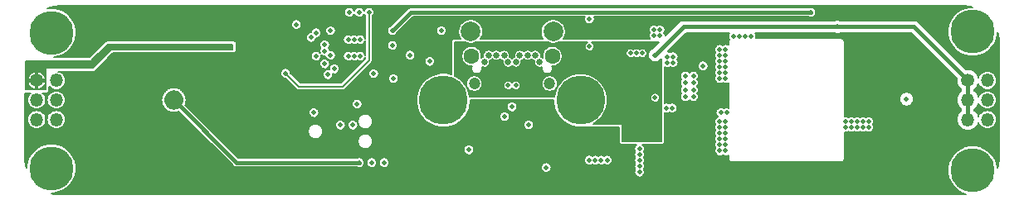
<source format=gbr>
G04 #@! TF.GenerationSoftware,KiCad,Pcbnew,(5.0.0)*
G04 #@! TF.CreationDate,2018-10-02T18:18:03-07:00*
G04 #@! TF.ProjectId,nixie_bottom_board,6E697869655F626F74746F6D5F626F61,rev?*
G04 #@! TF.SameCoordinates,Original*
G04 #@! TF.FileFunction,Copper,L2,Inr*
G04 #@! TF.FilePolarity,Positive*
%FSLAX46Y46*%
G04 Gerber Fmt 4.6, Leading zero omitted, Abs format (unit mm)*
G04 Created by KiCad (PCBNEW (5.0.0)) date 10/02/18 18:18:03*
%MOMM*%
%LPD*%
G01*
G04 APERTURE LIST*
G04 #@! TA.AperFunction,ViaPad*
%ADD10C,1.200000*%
G04 #@! TD*
G04 #@! TA.AperFunction,ViaPad*
%ADD11C,0.650000*%
G04 #@! TD*
G04 #@! TA.AperFunction,ViaPad*
%ADD12C,2.000000*%
G04 #@! TD*
G04 #@! TA.AperFunction,ViaPad*
%ADD13C,1.600000*%
G04 #@! TD*
G04 #@! TA.AperFunction,ViaPad*
%ADD14C,1.350000*%
G04 #@! TD*
G04 #@! TA.AperFunction,ViaPad*
%ADD15O,1.350000X1.350000*%
G04 #@! TD*
G04 #@! TA.AperFunction,ViaPad*
%ADD16C,0.800000*%
G04 #@! TD*
G04 #@! TA.AperFunction,ViaPad*
%ADD17C,4.500000*%
G04 #@! TD*
G04 #@! TA.AperFunction,ViaPad*
%ADD18C,5.000000*%
G04 #@! TD*
G04 #@! TA.AperFunction,ViaPad*
%ADD19C,0.508000*%
G04 #@! TD*
G04 #@! TA.AperFunction,Conductor*
%ADD20C,0.400000*%
G04 #@! TD*
G04 #@! TA.AperFunction,Conductor*
%ADD21C,0.200000*%
G04 #@! TD*
G04 #@! TA.AperFunction,Conductor*
%ADD22C,0.150000*%
G04 #@! TD*
G04 APERTURE END LIST*
D10*
G04 #@! TO.N,/GND*
G04 #@! TO.C,J1*
X146155000Y-98310000D03*
X153845000Y-98310000D03*
D11*
X152400000Y-95410000D03*
X151600000Y-95410000D03*
X150800000Y-95410000D03*
G04 #@! TO.N,/CC2*
X149200000Y-95410000D03*
G04 #@! TO.N,/GND*
X148400000Y-95410000D03*
X147600000Y-95410000D03*
X152800000Y-96110000D03*
G04 #@! TO.N,/VBUS*
X151200000Y-96110000D03*
G04 #@! TO.N,/USB_N*
X150400000Y-96110000D03*
G04 #@! TO.N,/USB_P*
X149600000Y-96110000D03*
G04 #@! TO.N,/VBUS*
X148800000Y-96110000D03*
G04 #@! TO.N,/GND*
X147200000Y-96110000D03*
D12*
X154220000Y-92995000D03*
X145780000Y-92995000D03*
D13*
X145870000Y-95510000D03*
X154130000Y-95510000D03*
G04 #@! TD*
D14*
G04 #@! TO.N,/VNIXIE*
G04 #@! TO.C,J4*
X101500000Y-98000000D03*
D15*
G04 #@! TO.N,/GND*
X103500000Y-98000000D03*
X101500000Y-100000000D03*
G04 #@! TO.N,/SCL*
X103500000Y-100000000D03*
G04 #@! TO.N,/NIXIE_EN*
X101500000Y-102000000D03*
G04 #@! TO.N,/SDA*
X103500000Y-102000000D03*
G04 #@! TD*
D14*
G04 #@! TO.N,/HV_OUT*
G04 #@! TO.C,J3*
X196500000Y-98000000D03*
D15*
G04 #@! TO.N,/GND*
X198500000Y-98000000D03*
G04 #@! TO.N,/HV_OUT*
X196500000Y-100000000D03*
G04 #@! TO.N,/GND*
X198500000Y-100000000D03*
G04 #@! TO.N,/HV_OUT*
X196500000Y-102000000D03*
G04 #@! TO.N,/GND*
X198500000Y-102000000D03*
G04 #@! TD*
D16*
G04 #@! TO.N,/GND*
G04 #@! TO.C,MH1*
X104237437Y-91862563D03*
X104750000Y-93100000D03*
X104237437Y-94337437D03*
X103000000Y-94850000D03*
X101762563Y-94337437D03*
X101250000Y-93100000D03*
X101762563Y-91862563D03*
X103000000Y-91350000D03*
D17*
X103000000Y-93100000D03*
G04 #@! TD*
G04 #@! TO.N,/GND*
G04 #@! TO.C,MH2*
X103000000Y-107000000D03*
D16*
X103000000Y-105250000D03*
X101762563Y-105762563D03*
X101250000Y-107000000D03*
X101762563Y-108237437D03*
X103000000Y-108750000D03*
X104237437Y-108237437D03*
X104750000Y-107000000D03*
X104237437Y-105762563D03*
G04 #@! TD*
G04 #@! TO.N,/GND*
G04 #@! TO.C,MH3*
X198237437Y-91762563D03*
X198750000Y-93000000D03*
X198237437Y-94237437D03*
X197000000Y-94750000D03*
X195762563Y-94237437D03*
X195250000Y-93000000D03*
X195762563Y-91762563D03*
X197000000Y-91250000D03*
D17*
X197000000Y-93000000D03*
G04 #@! TD*
G04 #@! TO.N,/GND*
G04 #@! TO.C,MH4*
X197000000Y-107200000D03*
D16*
X197000000Y-105450000D03*
X195762563Y-105962563D03*
X195250000Y-107200000D03*
X195762563Y-108437437D03*
X197000000Y-108950000D03*
X198237437Y-108437437D03*
X198750000Y-107200000D03*
X198237437Y-105962563D03*
G04 #@! TD*
D18*
G04 #@! TO.N,/GND*
G04 #@! TO.C,MH6*
X157000000Y-100000000D03*
D16*
X158875000Y-100000000D03*
X158325825Y-101325825D03*
X157000000Y-101875000D03*
X155674175Y-101325825D03*
X155125000Y-100000000D03*
X155674175Y-98674175D03*
X157000000Y-98125000D03*
X158325825Y-98674175D03*
G04 #@! TD*
G04 #@! TO.N,/GND*
G04 #@! TO.C,MH5*
X144325825Y-98674175D03*
X143000000Y-98125000D03*
X141674175Y-98674175D03*
X141125000Y-100000000D03*
X141674175Y-101325825D03*
X143000000Y-101875000D03*
X144325825Y-101325825D03*
X144875000Y-100000000D03*
D18*
X143000000Y-100000000D03*
G04 #@! TD*
D19*
G04 #@! TO.N,Net-(Q1-Pad1)*
X171200000Y-105200000D03*
X171800000Y-105200000D03*
X171200000Y-104600000D03*
X171800000Y-104600000D03*
X171200000Y-104000000D03*
X171800000Y-104000000D03*
X171200000Y-103400000D03*
X171800000Y-103400000D03*
X171200000Y-102800000D03*
X171800000Y-102800000D03*
X171200000Y-102200000D03*
X171800000Y-102200000D03*
G04 #@! TO.N,/HV_OUT*
X164600000Y-95400000D03*
X190250000Y-99900000D03*
X183200000Y-92500000D03*
G04 #@! TO.N,/VBUS*
X165000000Y-101400000D03*
X164400000Y-101400000D03*
X165000000Y-102000000D03*
X165000000Y-102600000D03*
X165000000Y-103200000D03*
X160200000Y-94900000D03*
X159300000Y-95400000D03*
X159900000Y-95400000D03*
X160500000Y-95400000D03*
X161100000Y-95400000D03*
X160800000Y-94900000D03*
X151600000Y-98200000D03*
X151600000Y-98800000D03*
X148400000Y-98200000D03*
X148400000Y-98800000D03*
X148000000Y-96100000D03*
X165000000Y-103800000D03*
X152000000Y-96100000D03*
X163250000Y-100400000D03*
G04 #@! TO.N,/VDD*
X130600000Y-92400000D03*
X139800000Y-106450000D03*
X145950000Y-100700000D03*
X141100000Y-108400000D03*
X138000000Y-102450000D03*
X139800000Y-99950000D03*
X131230000Y-102565000D03*
X128000000Y-93050000D03*
X159600000Y-103100000D03*
X159000000Y-103100000D03*
X158400000Y-103100000D03*
X157800000Y-103100000D03*
X138850000Y-97700000D03*
X138850000Y-93900000D03*
G04 #@! TO.N,/VNIXIE*
X121200000Y-94550000D03*
G04 #@! TO.N,/SCL*
X130000000Y-93100000D03*
X136950000Y-106400000D03*
G04 #@! TO.N,/SDA*
X129500000Y-93600000D03*
X135675000Y-106400000D03*
G04 #@! TO.N,/HV_EN*
X169500000Y-96500000D03*
X157900000Y-94500000D03*
X157900000Y-91700000D03*
G04 #@! TO.N,/SWO*
X131225000Y-97400000D03*
G04 #@! TO.N,/NRST*
X137800000Y-94400000D03*
X145600000Y-105100000D03*
X133770000Y-102565000D03*
G04 #@! TO.N,/DAC*
X135400000Y-91000000D03*
X126900000Y-97250000D03*
G04 #@! TO.N,/USB_N*
X149600000Y-98500000D03*
X130900000Y-94325000D03*
G04 #@! TO.N,/USB_P*
X130900000Y-94975000D03*
X150400000Y-98500000D03*
G04 #@! TO.N,Net-(D4-Pad2)*
X184000000Y-102800000D03*
X184600000Y-102800000D03*
X185800000Y-102800000D03*
X186400000Y-102800000D03*
X186400000Y-102200000D03*
X185800000Y-102200000D03*
X184600000Y-102200000D03*
X184000000Y-102200000D03*
X185200000Y-102200000D03*
X185200000Y-102800000D03*
G04 #@! TO.N,/SWDIO*
X131500000Y-95400000D03*
G04 #@! TO.N,/SWCLK*
X131875000Y-96800000D03*
G04 #@! TO.N,/GND*
X134500000Y-93800000D03*
X133900000Y-93800000D03*
X133300000Y-93800000D03*
X134500000Y-95500000D03*
X133900000Y-95500000D03*
X133300000Y-95500000D03*
X171900000Y-101300000D03*
X171300000Y-101300000D03*
X167687500Y-99668750D03*
X168512500Y-99668750D03*
X168512500Y-98956250D03*
X167687500Y-98956250D03*
X167687500Y-98243750D03*
X168512500Y-98243750D03*
X168512500Y-97531250D03*
X167687500Y-97531250D03*
X128000000Y-92250000D03*
X166350000Y-100800000D03*
X165750000Y-100800000D03*
X164600000Y-99750000D03*
X164500000Y-92800000D03*
X162100000Y-95200000D03*
X162700000Y-95200000D03*
X163300000Y-95200000D03*
X132500000Y-102565000D03*
X129800000Y-101300000D03*
X130900000Y-96300000D03*
X137900000Y-97800000D03*
X157900000Y-106150000D03*
X158500000Y-106150000D03*
X159100000Y-106150000D03*
X159700000Y-106150000D03*
X163000000Y-105000000D03*
X163000000Y-105600000D03*
X163000000Y-106200000D03*
X163000000Y-106800000D03*
X163000000Y-107400000D03*
X165100000Y-92800000D03*
X164500000Y-93400000D03*
X165100000Y-93400000D03*
X150000000Y-100700000D03*
X165850000Y-96150000D03*
X166450000Y-96150000D03*
X166450000Y-95550000D03*
X165850000Y-95550000D03*
X151700000Y-102550000D03*
X172600000Y-93500000D03*
X173200000Y-93500000D03*
X173800000Y-93500000D03*
X174400000Y-93500000D03*
G04 #@! TO.N,/HV_IN*
X171800000Y-94800000D03*
X171200000Y-94800000D03*
X171200000Y-95400000D03*
X171800000Y-95400000D03*
X171800000Y-97200000D03*
X171800000Y-97800000D03*
X171200000Y-97200000D03*
X171200000Y-97800000D03*
X171800000Y-96600000D03*
X171200000Y-96600000D03*
X171200000Y-96000000D03*
X171800000Y-96000000D03*
G04 #@! TO.N,/USB*
X134200000Y-100400000D03*
X149250000Y-101700000D03*
G04 #@! TO.N,/ILM*
X142800000Y-92900000D03*
G04 #@! TO.N,/32kHz*
X139600000Y-95400000D03*
G04 #@! TO.N,/AMP_EN*
X130000000Y-95500000D03*
X133400000Y-91000000D03*
G04 #@! TO.N,Net-(BT1-Pad1)*
X114900000Y-100000000D03*
X115500000Y-100600000D03*
X115500000Y-99400000D03*
X134400000Y-106400000D03*
X116100000Y-100000000D03*
X115500000Y-100000000D03*
G04 #@! TO.N,/NIXIE_EN*
X134400000Y-91000000D03*
G04 #@! TO.N,/MCO*
X131500000Y-92900000D03*
G04 #@! TO.N,Net-(R2-Pad1)*
X135900000Y-97300000D03*
X153500000Y-106900000D03*
X141600000Y-96050000D03*
G04 #@! TO.N,Net-(R20-Pad2)*
X137800000Y-92900000D03*
X180500000Y-91000000D03*
G04 #@! TD*
D20*
G04 #@! TO.N,/HV_OUT*
X196500000Y-98000000D02*
X196500000Y-100000000D01*
X196500000Y-100000000D02*
X196500000Y-102000000D01*
X191000000Y-92500000D02*
X196500000Y-98000000D01*
X164600000Y-95400000D02*
X167500000Y-92500000D01*
X167500000Y-92500000D02*
X183200000Y-92500000D01*
X183200000Y-92500000D02*
X191000000Y-92500000D01*
D21*
G04 #@! TO.N,/DAC*
X135400000Y-95900000D02*
X135400000Y-91000000D01*
X132700000Y-98600000D02*
X135400000Y-95900000D01*
X126900000Y-97250000D02*
X128250000Y-98600000D01*
X128250000Y-98600000D02*
X132700000Y-98600000D01*
D20*
G04 #@! TO.N,Net-(BT1-Pad1)*
X121900000Y-106400000D02*
X115500000Y-100000000D01*
X134400000Y-106400000D02*
X121900000Y-106400000D01*
G04 #@! TO.N,Net-(R20-Pad2)*
X139700000Y-91000000D02*
X137800000Y-92900000D01*
X180500000Y-91000000D02*
X139700000Y-91000000D01*
G04 #@! TD*
D22*
G04 #@! TO.N,/VDD*
G36*
X196713508Y-90396518D02*
X196973451Y-90475000D01*
X196751309Y-90475000D01*
X196263485Y-90572035D01*
X195803964Y-90762374D01*
X195390407Y-91038705D01*
X195038705Y-91390407D01*
X194762374Y-91803964D01*
X194572035Y-92263485D01*
X194475000Y-92751309D01*
X194475000Y-93248691D01*
X194572035Y-93736515D01*
X194762374Y-94196036D01*
X195038705Y-94609593D01*
X195390407Y-94961295D01*
X195803964Y-95237626D01*
X196263485Y-95427965D01*
X196751309Y-95525000D01*
X197248691Y-95525000D01*
X197736515Y-95427965D01*
X198196036Y-95237626D01*
X198609593Y-94961295D01*
X198961295Y-94609593D01*
X199237626Y-94196036D01*
X199427965Y-93736515D01*
X199525000Y-93248691D01*
X199525000Y-93024195D01*
X199598412Y-93261352D01*
X199674962Y-93989675D01*
X199675001Y-94000841D01*
X199675000Y-105984103D01*
X199603482Y-106713508D01*
X199525000Y-106973452D01*
X199525000Y-106951309D01*
X199427965Y-106463485D01*
X199237626Y-106003964D01*
X198961295Y-105590407D01*
X198609593Y-105238705D01*
X198196036Y-104962374D01*
X197736515Y-104772035D01*
X197248691Y-104675000D01*
X196751309Y-104675000D01*
X196263485Y-104772035D01*
X195803964Y-104962374D01*
X195390407Y-105238705D01*
X195038705Y-105590407D01*
X194762374Y-106003964D01*
X194572035Y-106463485D01*
X194475000Y-106951309D01*
X194475000Y-107448691D01*
X194572035Y-107936515D01*
X194762374Y-108396036D01*
X195038705Y-108809593D01*
X195390407Y-109161295D01*
X195803964Y-109437626D01*
X196263485Y-109627965D01*
X196330550Y-109641305D01*
X196010325Y-109674962D01*
X195999447Y-109675000D01*
X104015897Y-109675000D01*
X103286492Y-109603482D01*
X103026548Y-109525000D01*
X103248691Y-109525000D01*
X103736515Y-109427965D01*
X104196036Y-109237626D01*
X104609593Y-108961295D01*
X104961295Y-108609593D01*
X105237626Y-108196036D01*
X105427965Y-107736515D01*
X105525000Y-107248691D01*
X105525000Y-106751309D01*
X105427965Y-106263485D01*
X105237626Y-105803964D01*
X104961295Y-105390407D01*
X104609593Y-105038705D01*
X104196036Y-104762374D01*
X103736515Y-104572035D01*
X103248691Y-104475000D01*
X102751309Y-104475000D01*
X102263485Y-104572035D01*
X101803964Y-104762374D01*
X101390407Y-105038705D01*
X101038705Y-105390407D01*
X100762374Y-105803964D01*
X100572035Y-106263485D01*
X100475000Y-106751309D01*
X100475000Y-106975807D01*
X100401589Y-106738653D01*
X100325038Y-106010325D01*
X100325000Y-105999447D01*
X100325000Y-102000000D01*
X100545404Y-102000000D01*
X100563746Y-102186232D01*
X100618068Y-102365308D01*
X100706282Y-102530345D01*
X100824999Y-102675001D01*
X100969655Y-102793718D01*
X101134692Y-102881932D01*
X101313768Y-102936254D01*
X101453335Y-102950000D01*
X101546665Y-102950000D01*
X101686232Y-102936254D01*
X101865308Y-102881932D01*
X102030345Y-102793718D01*
X102175001Y-102675001D01*
X102293718Y-102530345D01*
X102381932Y-102365308D01*
X102436254Y-102186232D01*
X102454596Y-102000000D01*
X102545404Y-102000000D01*
X102563746Y-102186232D01*
X102618068Y-102365308D01*
X102706282Y-102530345D01*
X102824999Y-102675001D01*
X102969655Y-102793718D01*
X103134692Y-102881932D01*
X103313768Y-102936254D01*
X103453335Y-102950000D01*
X103546665Y-102950000D01*
X103686232Y-102936254D01*
X103865308Y-102881932D01*
X104030345Y-102793718D01*
X104175001Y-102675001D01*
X104293718Y-102530345D01*
X104381932Y-102365308D01*
X104436254Y-102186232D01*
X104454596Y-102000000D01*
X104436254Y-101813768D01*
X104381932Y-101634692D01*
X104293718Y-101469655D01*
X104175001Y-101324999D01*
X104030345Y-101206282D01*
X103865308Y-101118068D01*
X103686232Y-101063746D01*
X103546665Y-101050000D01*
X103453335Y-101050000D01*
X103313768Y-101063746D01*
X103134692Y-101118068D01*
X102969655Y-101206282D01*
X102824999Y-101324999D01*
X102706282Y-101469655D01*
X102618068Y-101634692D01*
X102563746Y-101813768D01*
X102545404Y-102000000D01*
X102454596Y-102000000D01*
X102436254Y-101813768D01*
X102381932Y-101634692D01*
X102293718Y-101469655D01*
X102175001Y-101324999D01*
X102030345Y-101206282D01*
X101865308Y-101118068D01*
X101686232Y-101063746D01*
X101546665Y-101050000D01*
X101453335Y-101050000D01*
X101313768Y-101063746D01*
X101134692Y-101118068D01*
X100969655Y-101206282D01*
X100824999Y-101324999D01*
X100706282Y-101469655D01*
X100618068Y-101634692D01*
X100563746Y-101813768D01*
X100545404Y-102000000D01*
X100325000Y-102000000D01*
X100325000Y-99275000D01*
X100885923Y-99275000D01*
X100824999Y-99324999D01*
X100706282Y-99469655D01*
X100618068Y-99634692D01*
X100563746Y-99813768D01*
X100545404Y-100000000D01*
X100563746Y-100186232D01*
X100618068Y-100365308D01*
X100706282Y-100530345D01*
X100824999Y-100675001D01*
X100969655Y-100793718D01*
X101134692Y-100881932D01*
X101313768Y-100936254D01*
X101453335Y-100950000D01*
X101546665Y-100950000D01*
X101686232Y-100936254D01*
X101865308Y-100881932D01*
X102030345Y-100793718D01*
X102175001Y-100675001D01*
X102293718Y-100530345D01*
X102381932Y-100365308D01*
X102436254Y-100186232D01*
X102454596Y-100000000D01*
X102545404Y-100000000D01*
X102563746Y-100186232D01*
X102618068Y-100365308D01*
X102706282Y-100530345D01*
X102824999Y-100675001D01*
X102969655Y-100793718D01*
X103134692Y-100881932D01*
X103313768Y-100936254D01*
X103453335Y-100950000D01*
X103546665Y-100950000D01*
X103686232Y-100936254D01*
X103865308Y-100881932D01*
X104030345Y-100793718D01*
X104175001Y-100675001D01*
X104293718Y-100530345D01*
X104381932Y-100365308D01*
X104436254Y-100186232D01*
X104454596Y-100000000D01*
X104451942Y-99973045D01*
X114226324Y-99973045D01*
X114226324Y-100026955D01*
X114245539Y-100222045D01*
X114256056Y-100274917D01*
X114312961Y-100462510D01*
X114333592Y-100512317D01*
X114426002Y-100685204D01*
X114455952Y-100730028D01*
X114580315Y-100881565D01*
X114618435Y-100919685D01*
X114769972Y-101044048D01*
X114814796Y-101073998D01*
X114987683Y-101166408D01*
X115037490Y-101187039D01*
X115225083Y-101243944D01*
X115277955Y-101254461D01*
X115473045Y-101273676D01*
X115526955Y-101273676D01*
X115722045Y-101254461D01*
X115774917Y-101243944D01*
X115962510Y-101187039D01*
X115999830Y-101171580D01*
X121547625Y-106719377D01*
X121562499Y-106737501D01*
X121634827Y-106796859D01*
X121665334Y-106813165D01*
X121717345Y-106840966D01*
X121806884Y-106868127D01*
X121900000Y-106877298D01*
X121923332Y-106875000D01*
X134164407Y-106875000D01*
X134245696Y-106908671D01*
X134347898Y-106929000D01*
X134452102Y-106929000D01*
X134554304Y-106908671D01*
X134650576Y-106868794D01*
X134737218Y-106810901D01*
X134810901Y-106737218D01*
X134868794Y-106650576D01*
X134908671Y-106554304D01*
X134929000Y-106452102D01*
X134929000Y-106347898D01*
X135146000Y-106347898D01*
X135146000Y-106452102D01*
X135166329Y-106554304D01*
X135206206Y-106650576D01*
X135264099Y-106737218D01*
X135337782Y-106810901D01*
X135424424Y-106868794D01*
X135520696Y-106908671D01*
X135622898Y-106929000D01*
X135727102Y-106929000D01*
X135829304Y-106908671D01*
X135925576Y-106868794D01*
X136012218Y-106810901D01*
X136085901Y-106737218D01*
X136143794Y-106650576D01*
X136183671Y-106554304D01*
X136204000Y-106452102D01*
X136204000Y-106347898D01*
X136421000Y-106347898D01*
X136421000Y-106452102D01*
X136441329Y-106554304D01*
X136481206Y-106650576D01*
X136539099Y-106737218D01*
X136612782Y-106810901D01*
X136699424Y-106868794D01*
X136795696Y-106908671D01*
X136897898Y-106929000D01*
X137002102Y-106929000D01*
X137104304Y-106908671D01*
X137200576Y-106868794D01*
X137231848Y-106847898D01*
X152971000Y-106847898D01*
X152971000Y-106952102D01*
X152991329Y-107054304D01*
X153031206Y-107150576D01*
X153089099Y-107237218D01*
X153162782Y-107310901D01*
X153249424Y-107368794D01*
X153345696Y-107408671D01*
X153447898Y-107429000D01*
X153552102Y-107429000D01*
X153654304Y-107408671D01*
X153750576Y-107368794D01*
X153837218Y-107310901D01*
X153910901Y-107237218D01*
X153968794Y-107150576D01*
X154008671Y-107054304D01*
X154029000Y-106952102D01*
X154029000Y-106847898D01*
X154008671Y-106745696D01*
X153968794Y-106649424D01*
X153910901Y-106562782D01*
X153837218Y-106489099D01*
X153750576Y-106431206D01*
X153654304Y-106391329D01*
X153552102Y-106371000D01*
X153447898Y-106371000D01*
X153345696Y-106391329D01*
X153249424Y-106431206D01*
X153162782Y-106489099D01*
X153089099Y-106562782D01*
X153031206Y-106649424D01*
X152991329Y-106745696D01*
X152971000Y-106847898D01*
X137231848Y-106847898D01*
X137287218Y-106810901D01*
X137360901Y-106737218D01*
X137418794Y-106650576D01*
X137458671Y-106554304D01*
X137479000Y-106452102D01*
X137479000Y-106347898D01*
X137458671Y-106245696D01*
X137418794Y-106149424D01*
X137384366Y-106097898D01*
X157371000Y-106097898D01*
X157371000Y-106202102D01*
X157391329Y-106304304D01*
X157431206Y-106400576D01*
X157489099Y-106487218D01*
X157562782Y-106560901D01*
X157649424Y-106618794D01*
X157745696Y-106658671D01*
X157847898Y-106679000D01*
X157952102Y-106679000D01*
X158054304Y-106658671D01*
X158150576Y-106618794D01*
X158200000Y-106585770D01*
X158249424Y-106618794D01*
X158345696Y-106658671D01*
X158447898Y-106679000D01*
X158552102Y-106679000D01*
X158654304Y-106658671D01*
X158750576Y-106618794D01*
X158800000Y-106585770D01*
X158849424Y-106618794D01*
X158945696Y-106658671D01*
X159047898Y-106679000D01*
X159152102Y-106679000D01*
X159254304Y-106658671D01*
X159350576Y-106618794D01*
X159400000Y-106585770D01*
X159449424Y-106618794D01*
X159545696Y-106658671D01*
X159647898Y-106679000D01*
X159752102Y-106679000D01*
X159854304Y-106658671D01*
X159950576Y-106618794D01*
X160037218Y-106560901D01*
X160110901Y-106487218D01*
X160168794Y-106400576D01*
X160208671Y-106304304D01*
X160229000Y-106202102D01*
X160229000Y-106097898D01*
X160208671Y-105995696D01*
X160168794Y-105899424D01*
X160110901Y-105812782D01*
X160037218Y-105739099D01*
X159950576Y-105681206D01*
X159854304Y-105641329D01*
X159752102Y-105621000D01*
X159647898Y-105621000D01*
X159545696Y-105641329D01*
X159449424Y-105681206D01*
X159400000Y-105714230D01*
X159350576Y-105681206D01*
X159254304Y-105641329D01*
X159152102Y-105621000D01*
X159047898Y-105621000D01*
X158945696Y-105641329D01*
X158849424Y-105681206D01*
X158800000Y-105714230D01*
X158750576Y-105681206D01*
X158654304Y-105641329D01*
X158552102Y-105621000D01*
X158447898Y-105621000D01*
X158345696Y-105641329D01*
X158249424Y-105681206D01*
X158200000Y-105714230D01*
X158150576Y-105681206D01*
X158054304Y-105641329D01*
X157952102Y-105621000D01*
X157847898Y-105621000D01*
X157745696Y-105641329D01*
X157649424Y-105681206D01*
X157562782Y-105739099D01*
X157489099Y-105812782D01*
X157431206Y-105899424D01*
X157391329Y-105995696D01*
X157371000Y-106097898D01*
X137384366Y-106097898D01*
X137360901Y-106062782D01*
X137287218Y-105989099D01*
X137200576Y-105931206D01*
X137104304Y-105891329D01*
X137002102Y-105871000D01*
X136897898Y-105871000D01*
X136795696Y-105891329D01*
X136699424Y-105931206D01*
X136612782Y-105989099D01*
X136539099Y-106062782D01*
X136481206Y-106149424D01*
X136441329Y-106245696D01*
X136421000Y-106347898D01*
X136204000Y-106347898D01*
X136183671Y-106245696D01*
X136143794Y-106149424D01*
X136085901Y-106062782D01*
X136012218Y-105989099D01*
X135925576Y-105931206D01*
X135829304Y-105891329D01*
X135727102Y-105871000D01*
X135622898Y-105871000D01*
X135520696Y-105891329D01*
X135424424Y-105931206D01*
X135337782Y-105989099D01*
X135264099Y-106062782D01*
X135206206Y-106149424D01*
X135166329Y-106245696D01*
X135146000Y-106347898D01*
X134929000Y-106347898D01*
X134908671Y-106245696D01*
X134868794Y-106149424D01*
X134810901Y-106062782D01*
X134737218Y-105989099D01*
X134650576Y-105931206D01*
X134554304Y-105891329D01*
X134452102Y-105871000D01*
X134347898Y-105871000D01*
X134245696Y-105891329D01*
X134164407Y-105925000D01*
X122096752Y-105925000D01*
X121219650Y-105047898D01*
X145071000Y-105047898D01*
X145071000Y-105152102D01*
X145091329Y-105254304D01*
X145131206Y-105350576D01*
X145189099Y-105437218D01*
X145262782Y-105510901D01*
X145349424Y-105568794D01*
X145445696Y-105608671D01*
X145547898Y-105629000D01*
X145652102Y-105629000D01*
X145754304Y-105608671D01*
X145850576Y-105568794D01*
X145937218Y-105510901D01*
X146010901Y-105437218D01*
X146068794Y-105350576D01*
X146108671Y-105254304D01*
X146129000Y-105152102D01*
X146129000Y-105047898D01*
X146108671Y-104945696D01*
X146068794Y-104849424D01*
X146010901Y-104762782D01*
X145937218Y-104689099D01*
X145850576Y-104631206D01*
X145754304Y-104591329D01*
X145652102Y-104571000D01*
X145547898Y-104571000D01*
X145445696Y-104591329D01*
X145349424Y-104631206D01*
X145262782Y-104689099D01*
X145189099Y-104762782D01*
X145131206Y-104849424D01*
X145091329Y-104945696D01*
X145071000Y-105047898D01*
X121219650Y-105047898D01*
X120311884Y-104140132D01*
X134269700Y-104140132D01*
X134269700Y-104291868D01*
X134299302Y-104440688D01*
X134357369Y-104580874D01*
X134441669Y-104707038D01*
X134548962Y-104814331D01*
X134675126Y-104898631D01*
X134815312Y-104956698D01*
X134964132Y-104986300D01*
X135115868Y-104986300D01*
X135264688Y-104956698D01*
X135404874Y-104898631D01*
X135531038Y-104814331D01*
X135638331Y-104707038D01*
X135722631Y-104580874D01*
X135780698Y-104440688D01*
X135810300Y-104291868D01*
X135810300Y-104140132D01*
X135780698Y-103991312D01*
X135722631Y-103851126D01*
X135638331Y-103724962D01*
X135531038Y-103617669D01*
X135404874Y-103533369D01*
X135264688Y-103475302D01*
X135115868Y-103445700D01*
X134964132Y-103445700D01*
X134815312Y-103475302D01*
X134675126Y-103533369D01*
X134548962Y-103617669D01*
X134441669Y-103724962D01*
X134357369Y-103851126D01*
X134299302Y-103991312D01*
X134269700Y-104140132D01*
X120311884Y-104140132D01*
X119295883Y-103124132D01*
X129189700Y-103124132D01*
X129189700Y-103275868D01*
X129219302Y-103424688D01*
X129277369Y-103564874D01*
X129361669Y-103691038D01*
X129468962Y-103798331D01*
X129595126Y-103882631D01*
X129735312Y-103940698D01*
X129884132Y-103970300D01*
X130035868Y-103970300D01*
X130184688Y-103940698D01*
X130324874Y-103882631D01*
X130451038Y-103798331D01*
X130558331Y-103691038D01*
X130642631Y-103564874D01*
X130700698Y-103424688D01*
X130730300Y-103275868D01*
X130730300Y-103124132D01*
X130700698Y-102975312D01*
X130642631Y-102835126D01*
X130558331Y-102708962D01*
X130451038Y-102601669D01*
X130324874Y-102517369D01*
X130314081Y-102512898D01*
X131971000Y-102512898D01*
X131971000Y-102617102D01*
X131991329Y-102719304D01*
X132031206Y-102815576D01*
X132089099Y-102902218D01*
X132162782Y-102975901D01*
X132249424Y-103033794D01*
X132345696Y-103073671D01*
X132447898Y-103094000D01*
X132552102Y-103094000D01*
X132654304Y-103073671D01*
X132750576Y-103033794D01*
X132837218Y-102975901D01*
X132910901Y-102902218D01*
X132968794Y-102815576D01*
X133008671Y-102719304D01*
X133029000Y-102617102D01*
X133029000Y-102512898D01*
X133241000Y-102512898D01*
X133241000Y-102617102D01*
X133261329Y-102719304D01*
X133301206Y-102815576D01*
X133359099Y-102902218D01*
X133432782Y-102975901D01*
X133519424Y-103033794D01*
X133615696Y-103073671D01*
X133717898Y-103094000D01*
X133822102Y-103094000D01*
X133924304Y-103073671D01*
X134020576Y-103033794D01*
X134107218Y-102975901D01*
X134180901Y-102902218D01*
X134238794Y-102815576D01*
X134278671Y-102719304D01*
X134299000Y-102617102D01*
X134299000Y-102512898D01*
X134278671Y-102410696D01*
X134238794Y-102314424D01*
X134180901Y-102227782D01*
X134107218Y-102154099D01*
X134038425Y-102108132D01*
X134269700Y-102108132D01*
X134269700Y-102259868D01*
X134299302Y-102408688D01*
X134357369Y-102548874D01*
X134441669Y-102675038D01*
X134548962Y-102782331D01*
X134675126Y-102866631D01*
X134815312Y-102924698D01*
X134964132Y-102954300D01*
X135115868Y-102954300D01*
X135264688Y-102924698D01*
X135404874Y-102866631D01*
X135531038Y-102782331D01*
X135638331Y-102675038D01*
X135722631Y-102548874D01*
X135780698Y-102408688D01*
X135810300Y-102259868D01*
X135810300Y-102108132D01*
X135780698Y-101959312D01*
X135722631Y-101819126D01*
X135638331Y-101692962D01*
X135531038Y-101585669D01*
X135404874Y-101501369D01*
X135264688Y-101443302D01*
X135115868Y-101413700D01*
X134964132Y-101413700D01*
X134815312Y-101443302D01*
X134675126Y-101501369D01*
X134548962Y-101585669D01*
X134441669Y-101692962D01*
X134357369Y-101819126D01*
X134299302Y-101959312D01*
X134269700Y-102108132D01*
X134038425Y-102108132D01*
X134020576Y-102096206D01*
X133924304Y-102056329D01*
X133822102Y-102036000D01*
X133717898Y-102036000D01*
X133615696Y-102056329D01*
X133519424Y-102096206D01*
X133432782Y-102154099D01*
X133359099Y-102227782D01*
X133301206Y-102314424D01*
X133261329Y-102410696D01*
X133241000Y-102512898D01*
X133029000Y-102512898D01*
X133008671Y-102410696D01*
X132968794Y-102314424D01*
X132910901Y-102227782D01*
X132837218Y-102154099D01*
X132750576Y-102096206D01*
X132654304Y-102056329D01*
X132552102Y-102036000D01*
X132447898Y-102036000D01*
X132345696Y-102056329D01*
X132249424Y-102096206D01*
X132162782Y-102154099D01*
X132089099Y-102227782D01*
X132031206Y-102314424D01*
X131991329Y-102410696D01*
X131971000Y-102512898D01*
X130314081Y-102512898D01*
X130184688Y-102459302D01*
X130035868Y-102429700D01*
X129884132Y-102429700D01*
X129735312Y-102459302D01*
X129595126Y-102517369D01*
X129468962Y-102601669D01*
X129361669Y-102708962D01*
X129277369Y-102835126D01*
X129219302Y-102975312D01*
X129189700Y-103124132D01*
X119295883Y-103124132D01*
X117419649Y-101247898D01*
X129271000Y-101247898D01*
X129271000Y-101352102D01*
X129291329Y-101454304D01*
X129331206Y-101550576D01*
X129389099Y-101637218D01*
X129462782Y-101710901D01*
X129549424Y-101768794D01*
X129645696Y-101808671D01*
X129747898Y-101829000D01*
X129852102Y-101829000D01*
X129954304Y-101808671D01*
X130050576Y-101768794D01*
X130137218Y-101710901D01*
X130210901Y-101637218D01*
X130268794Y-101550576D01*
X130308671Y-101454304D01*
X130329000Y-101352102D01*
X130329000Y-101247898D01*
X130308671Y-101145696D01*
X130268794Y-101049424D01*
X130210901Y-100962782D01*
X130137218Y-100889099D01*
X130050576Y-100831206D01*
X129954304Y-100791329D01*
X129852102Y-100771000D01*
X129747898Y-100771000D01*
X129645696Y-100791329D01*
X129549424Y-100831206D01*
X129462782Y-100889099D01*
X129389099Y-100962782D01*
X129331206Y-101049424D01*
X129291329Y-101145696D01*
X129271000Y-101247898D01*
X117419649Y-101247898D01*
X116671580Y-100499830D01*
X116687039Y-100462510D01*
X116721805Y-100347898D01*
X133671000Y-100347898D01*
X133671000Y-100452102D01*
X133691329Y-100554304D01*
X133731206Y-100650576D01*
X133789099Y-100737218D01*
X133862782Y-100810901D01*
X133949424Y-100868794D01*
X134045696Y-100908671D01*
X134147898Y-100929000D01*
X134252102Y-100929000D01*
X134354304Y-100908671D01*
X134450576Y-100868794D01*
X134537218Y-100810901D01*
X134610901Y-100737218D01*
X134668794Y-100650576D01*
X134708671Y-100554304D01*
X134729000Y-100452102D01*
X134729000Y-100347898D01*
X134708671Y-100245696D01*
X134668794Y-100149424D01*
X134610901Y-100062782D01*
X134537218Y-99989099D01*
X134450576Y-99931206D01*
X134354304Y-99891329D01*
X134252102Y-99871000D01*
X134147898Y-99871000D01*
X134045696Y-99891329D01*
X133949424Y-99931206D01*
X133862782Y-99989099D01*
X133789099Y-100062782D01*
X133731206Y-100149424D01*
X133691329Y-100245696D01*
X133671000Y-100347898D01*
X116721805Y-100347898D01*
X116743944Y-100274917D01*
X116754461Y-100222045D01*
X116773676Y-100026955D01*
X116773676Y-99973045D01*
X116754461Y-99777955D01*
X116744263Y-99726686D01*
X140225000Y-99726686D01*
X140225000Y-100273314D01*
X140331642Y-100809438D01*
X140540827Y-101314455D01*
X140844517Y-101768959D01*
X141231041Y-102155483D01*
X141685545Y-102459173D01*
X142190562Y-102668358D01*
X142726686Y-102775000D01*
X143273314Y-102775000D01*
X143809438Y-102668358D01*
X144220964Y-102497898D01*
X151171000Y-102497898D01*
X151171000Y-102602102D01*
X151191329Y-102704304D01*
X151231206Y-102800576D01*
X151289099Y-102887218D01*
X151362782Y-102960901D01*
X151449424Y-103018794D01*
X151545696Y-103058671D01*
X151647898Y-103079000D01*
X151752102Y-103079000D01*
X151854304Y-103058671D01*
X151950576Y-103018794D01*
X152037218Y-102960901D01*
X152110901Y-102887218D01*
X152168794Y-102800576D01*
X152208671Y-102704304D01*
X152229000Y-102602102D01*
X152229000Y-102497898D01*
X152208671Y-102395696D01*
X152168794Y-102299424D01*
X152110901Y-102212782D01*
X152037218Y-102139099D01*
X151950576Y-102081206D01*
X151854304Y-102041329D01*
X151752102Y-102021000D01*
X151647898Y-102021000D01*
X151545696Y-102041329D01*
X151449424Y-102081206D01*
X151362782Y-102139099D01*
X151289099Y-102212782D01*
X151231206Y-102299424D01*
X151191329Y-102395696D01*
X151171000Y-102497898D01*
X144220964Y-102497898D01*
X144314455Y-102459173D01*
X144768959Y-102155483D01*
X145155483Y-101768959D01*
X145236373Y-101647898D01*
X148721000Y-101647898D01*
X148721000Y-101752102D01*
X148741329Y-101854304D01*
X148781206Y-101950576D01*
X148839099Y-102037218D01*
X148912782Y-102110901D01*
X148999424Y-102168794D01*
X149095696Y-102208671D01*
X149197898Y-102229000D01*
X149302102Y-102229000D01*
X149404304Y-102208671D01*
X149500576Y-102168794D01*
X149587218Y-102110901D01*
X149660901Y-102037218D01*
X149718794Y-101950576D01*
X149758671Y-101854304D01*
X149779000Y-101752102D01*
X149779000Y-101647898D01*
X149758671Y-101545696D01*
X149718794Y-101449424D01*
X149660901Y-101362782D01*
X149587218Y-101289099D01*
X149500576Y-101231206D01*
X149404304Y-101191329D01*
X149302102Y-101171000D01*
X149197898Y-101171000D01*
X149095696Y-101191329D01*
X148999424Y-101231206D01*
X148912782Y-101289099D01*
X148839099Y-101362782D01*
X148781206Y-101449424D01*
X148741329Y-101545696D01*
X148721000Y-101647898D01*
X145236373Y-101647898D01*
X145459173Y-101314455D01*
X145668358Y-100809438D01*
X145700490Y-100647898D01*
X149471000Y-100647898D01*
X149471000Y-100752102D01*
X149491329Y-100854304D01*
X149531206Y-100950576D01*
X149589099Y-101037218D01*
X149662782Y-101110901D01*
X149749424Y-101168794D01*
X149845696Y-101208671D01*
X149947898Y-101229000D01*
X150052102Y-101229000D01*
X150154304Y-101208671D01*
X150250576Y-101168794D01*
X150337218Y-101110901D01*
X150410901Y-101037218D01*
X150468794Y-100950576D01*
X150508671Y-100854304D01*
X150529000Y-100752102D01*
X150529000Y-100647898D01*
X150508671Y-100545696D01*
X150468794Y-100449424D01*
X150410901Y-100362782D01*
X150337218Y-100289099D01*
X150250576Y-100231206D01*
X150154304Y-100191329D01*
X150052102Y-100171000D01*
X149947898Y-100171000D01*
X149845696Y-100191329D01*
X149749424Y-100231206D01*
X149662782Y-100289099D01*
X149589099Y-100362782D01*
X149531206Y-100449424D01*
X149491329Y-100545696D01*
X149471000Y-100647898D01*
X145700490Y-100647898D01*
X145775000Y-100273314D01*
X145775000Y-99975000D01*
X154225000Y-99975000D01*
X154225000Y-100273314D01*
X154331642Y-100809438D01*
X154540827Y-101314455D01*
X154844517Y-101768959D01*
X155231041Y-102155483D01*
X155685545Y-102459173D01*
X156190562Y-102668358D01*
X156726686Y-102775000D01*
X160925000Y-102775000D01*
X160925000Y-104300000D01*
X160945933Y-104405238D01*
X161005546Y-104494454D01*
X161094762Y-104554067D01*
X161200000Y-104575000D01*
X162683882Y-104575000D01*
X162662782Y-104589099D01*
X162589099Y-104662782D01*
X162531206Y-104749424D01*
X162491329Y-104845696D01*
X162471000Y-104947898D01*
X162471000Y-105052102D01*
X162491329Y-105154304D01*
X162531206Y-105250576D01*
X162564230Y-105300000D01*
X162531206Y-105349424D01*
X162491329Y-105445696D01*
X162471000Y-105547898D01*
X162471000Y-105652102D01*
X162491329Y-105754304D01*
X162531206Y-105850576D01*
X162564230Y-105900000D01*
X162531206Y-105949424D01*
X162491329Y-106045696D01*
X162471000Y-106147898D01*
X162471000Y-106252102D01*
X162491329Y-106354304D01*
X162531206Y-106450576D01*
X162564230Y-106500000D01*
X162531206Y-106549424D01*
X162491329Y-106645696D01*
X162471000Y-106747898D01*
X162471000Y-106852102D01*
X162491329Y-106954304D01*
X162531206Y-107050576D01*
X162564230Y-107100000D01*
X162531206Y-107149424D01*
X162491329Y-107245696D01*
X162471000Y-107347898D01*
X162471000Y-107452102D01*
X162491329Y-107554304D01*
X162531206Y-107650576D01*
X162589099Y-107737218D01*
X162662782Y-107810901D01*
X162749424Y-107868794D01*
X162845696Y-107908671D01*
X162947898Y-107929000D01*
X163052102Y-107929000D01*
X163154304Y-107908671D01*
X163250576Y-107868794D01*
X163337218Y-107810901D01*
X163410901Y-107737218D01*
X163468794Y-107650576D01*
X163508671Y-107554304D01*
X163529000Y-107452102D01*
X163529000Y-107347898D01*
X163508671Y-107245696D01*
X163468794Y-107149424D01*
X163435770Y-107100000D01*
X163468794Y-107050576D01*
X163508671Y-106954304D01*
X163529000Y-106852102D01*
X163529000Y-106747898D01*
X163508671Y-106645696D01*
X163468794Y-106549424D01*
X163435770Y-106500000D01*
X163468794Y-106450576D01*
X163508671Y-106354304D01*
X163529000Y-106252102D01*
X163529000Y-106147898D01*
X163508671Y-106045696D01*
X163468794Y-105949424D01*
X163435770Y-105900000D01*
X163468794Y-105850576D01*
X163508671Y-105754304D01*
X163529000Y-105652102D01*
X163529000Y-105547898D01*
X163508671Y-105445696D01*
X163468794Y-105349424D01*
X163435770Y-105300000D01*
X163468794Y-105250576D01*
X163508671Y-105154304D01*
X163529000Y-105052102D01*
X163529000Y-104947898D01*
X163508671Y-104845696D01*
X163468794Y-104749424D01*
X163410901Y-104662782D01*
X163337218Y-104589099D01*
X163316118Y-104575000D01*
X165300000Y-104575000D01*
X165405238Y-104554067D01*
X165494454Y-104494454D01*
X165554067Y-104405238D01*
X165575000Y-104300000D01*
X165575000Y-101300098D01*
X165595696Y-101308671D01*
X165697898Y-101329000D01*
X165802102Y-101329000D01*
X165904304Y-101308671D01*
X166000576Y-101268794D01*
X166050000Y-101235770D01*
X166099424Y-101268794D01*
X166195696Y-101308671D01*
X166297898Y-101329000D01*
X166402102Y-101329000D01*
X166504304Y-101308671D01*
X166600576Y-101268794D01*
X166687218Y-101210901D01*
X166760901Y-101137218D01*
X166818794Y-101050576D01*
X166858671Y-100954304D01*
X166879000Y-100852102D01*
X166879000Y-100747898D01*
X166858671Y-100645696D01*
X166818794Y-100549424D01*
X166760901Y-100462782D01*
X166687218Y-100389099D01*
X166600576Y-100331206D01*
X166504304Y-100291329D01*
X166402102Y-100271000D01*
X166297898Y-100271000D01*
X166195696Y-100291329D01*
X166099424Y-100331206D01*
X166050000Y-100364230D01*
X166000576Y-100331206D01*
X165904304Y-100291329D01*
X165802102Y-100271000D01*
X165697898Y-100271000D01*
X165595696Y-100291329D01*
X165575000Y-100299902D01*
X165575000Y-97479148D01*
X167158500Y-97479148D01*
X167158500Y-97583352D01*
X167178829Y-97685554D01*
X167218706Y-97781826D01*
X167276599Y-97868468D01*
X167295631Y-97887500D01*
X167276599Y-97906532D01*
X167218706Y-97993174D01*
X167178829Y-98089446D01*
X167158500Y-98191648D01*
X167158500Y-98295852D01*
X167178829Y-98398054D01*
X167218706Y-98494326D01*
X167276599Y-98580968D01*
X167295631Y-98600000D01*
X167276599Y-98619032D01*
X167218706Y-98705674D01*
X167178829Y-98801946D01*
X167158500Y-98904148D01*
X167158500Y-99008352D01*
X167178829Y-99110554D01*
X167218706Y-99206826D01*
X167276599Y-99293468D01*
X167295631Y-99312500D01*
X167276599Y-99331532D01*
X167218706Y-99418174D01*
X167178829Y-99514446D01*
X167158500Y-99616648D01*
X167158500Y-99720852D01*
X167178829Y-99823054D01*
X167218706Y-99919326D01*
X167276599Y-100005968D01*
X167350282Y-100079651D01*
X167436924Y-100137544D01*
X167533196Y-100177421D01*
X167635398Y-100197750D01*
X167739602Y-100197750D01*
X167841804Y-100177421D01*
X167938076Y-100137544D01*
X168024718Y-100079651D01*
X168098401Y-100005968D01*
X168100000Y-100003575D01*
X168101599Y-100005968D01*
X168175282Y-100079651D01*
X168261924Y-100137544D01*
X168358196Y-100177421D01*
X168460398Y-100197750D01*
X168564602Y-100197750D01*
X168666804Y-100177421D01*
X168763076Y-100137544D01*
X168849718Y-100079651D01*
X168923401Y-100005968D01*
X168981294Y-99919326D01*
X169021171Y-99823054D01*
X169041500Y-99720852D01*
X169041500Y-99616648D01*
X169021171Y-99514446D01*
X168981294Y-99418174D01*
X168923401Y-99331532D01*
X168904369Y-99312500D01*
X168923401Y-99293468D01*
X168981294Y-99206826D01*
X169021171Y-99110554D01*
X169041500Y-99008352D01*
X169041500Y-98904148D01*
X169021171Y-98801946D01*
X168981294Y-98705674D01*
X168923401Y-98619032D01*
X168904369Y-98600000D01*
X168923401Y-98580968D01*
X168981294Y-98494326D01*
X169021171Y-98398054D01*
X169041500Y-98295852D01*
X169041500Y-98191648D01*
X169021171Y-98089446D01*
X168981294Y-97993174D01*
X168923401Y-97906532D01*
X168904369Y-97887500D01*
X168923401Y-97868468D01*
X168981294Y-97781826D01*
X169021171Y-97685554D01*
X169041500Y-97583352D01*
X169041500Y-97479148D01*
X169021171Y-97376946D01*
X168981294Y-97280674D01*
X168923401Y-97194032D01*
X168849718Y-97120349D01*
X168763076Y-97062456D01*
X168666804Y-97022579D01*
X168564602Y-97002250D01*
X168460398Y-97002250D01*
X168358196Y-97022579D01*
X168261924Y-97062456D01*
X168175282Y-97120349D01*
X168101599Y-97194032D01*
X168100000Y-97196425D01*
X168098401Y-97194032D01*
X168024718Y-97120349D01*
X167938076Y-97062456D01*
X167841804Y-97022579D01*
X167739602Y-97002250D01*
X167635398Y-97002250D01*
X167533196Y-97022579D01*
X167436924Y-97062456D01*
X167350282Y-97120349D01*
X167276599Y-97194032D01*
X167218706Y-97280674D01*
X167178829Y-97376946D01*
X167158500Y-97479148D01*
X165575000Y-97479148D01*
X165575000Y-96602474D01*
X165599424Y-96618794D01*
X165695696Y-96658671D01*
X165797898Y-96679000D01*
X165902102Y-96679000D01*
X166004304Y-96658671D01*
X166100576Y-96618794D01*
X166150000Y-96585770D01*
X166199424Y-96618794D01*
X166295696Y-96658671D01*
X166397898Y-96679000D01*
X166502102Y-96679000D01*
X166604304Y-96658671D01*
X166700576Y-96618794D01*
X166787218Y-96560901D01*
X166860901Y-96487218D01*
X166887174Y-96447898D01*
X168971000Y-96447898D01*
X168971000Y-96552102D01*
X168991329Y-96654304D01*
X169031206Y-96750576D01*
X169089099Y-96837218D01*
X169162782Y-96910901D01*
X169249424Y-96968794D01*
X169345696Y-97008671D01*
X169447898Y-97029000D01*
X169552102Y-97029000D01*
X169654304Y-97008671D01*
X169750576Y-96968794D01*
X169837218Y-96910901D01*
X169910901Y-96837218D01*
X169968794Y-96750576D01*
X170008671Y-96654304D01*
X170029000Y-96552102D01*
X170029000Y-96447898D01*
X170008671Y-96345696D01*
X169968794Y-96249424D01*
X169910901Y-96162782D01*
X169837218Y-96089099D01*
X169750576Y-96031206D01*
X169654304Y-95991329D01*
X169552102Y-95971000D01*
X169447898Y-95971000D01*
X169345696Y-95991329D01*
X169249424Y-96031206D01*
X169162782Y-96089099D01*
X169089099Y-96162782D01*
X169031206Y-96249424D01*
X168991329Y-96345696D01*
X168971000Y-96447898D01*
X166887174Y-96447898D01*
X166918794Y-96400576D01*
X166958671Y-96304304D01*
X166979000Y-96202102D01*
X166979000Y-96097898D01*
X166958671Y-95995696D01*
X166918794Y-95899424D01*
X166885770Y-95850000D01*
X166918794Y-95800576D01*
X166958671Y-95704304D01*
X166979000Y-95602102D01*
X166979000Y-95497898D01*
X166958671Y-95395696D01*
X166918794Y-95299424D01*
X166860901Y-95212782D01*
X166787218Y-95139099D01*
X166700576Y-95081206D01*
X166604304Y-95041329D01*
X166502102Y-95021000D01*
X166397898Y-95021000D01*
X166295696Y-95041329D01*
X166199424Y-95081206D01*
X166150000Y-95114230D01*
X166100576Y-95081206D01*
X166004304Y-95041329D01*
X165928369Y-95026225D01*
X167779594Y-93175000D01*
X172180935Y-93175000D01*
X172131206Y-93249424D01*
X172091329Y-93345696D01*
X172071000Y-93447898D01*
X172071000Y-93552102D01*
X172091329Y-93654304D01*
X172131206Y-93750576D01*
X172155018Y-93786212D01*
X172128465Y-93818566D01*
X172098287Y-93875026D01*
X172079703Y-93936289D01*
X172073428Y-94000000D01*
X172075001Y-94015971D01*
X172075001Y-94347526D01*
X172050576Y-94331206D01*
X171954304Y-94291329D01*
X171852102Y-94271000D01*
X171747898Y-94271000D01*
X171645696Y-94291329D01*
X171549424Y-94331206D01*
X171500000Y-94364230D01*
X171450576Y-94331206D01*
X171354304Y-94291329D01*
X171252102Y-94271000D01*
X171147898Y-94271000D01*
X171045696Y-94291329D01*
X170949424Y-94331206D01*
X170862782Y-94389099D01*
X170789099Y-94462782D01*
X170731206Y-94549424D01*
X170691329Y-94645696D01*
X170671000Y-94747898D01*
X170671000Y-94852102D01*
X170691329Y-94954304D01*
X170731206Y-95050576D01*
X170764230Y-95100000D01*
X170731206Y-95149424D01*
X170691329Y-95245696D01*
X170671000Y-95347898D01*
X170671000Y-95452102D01*
X170691329Y-95554304D01*
X170731206Y-95650576D01*
X170764230Y-95700000D01*
X170731206Y-95749424D01*
X170691329Y-95845696D01*
X170671000Y-95947898D01*
X170671000Y-96052102D01*
X170691329Y-96154304D01*
X170731206Y-96250576D01*
X170764230Y-96300000D01*
X170731206Y-96349424D01*
X170691329Y-96445696D01*
X170671000Y-96547898D01*
X170671000Y-96652102D01*
X170691329Y-96754304D01*
X170731206Y-96850576D01*
X170764230Y-96900000D01*
X170731206Y-96949424D01*
X170691329Y-97045696D01*
X170671000Y-97147898D01*
X170671000Y-97252102D01*
X170691329Y-97354304D01*
X170731206Y-97450576D01*
X170764230Y-97500000D01*
X170731206Y-97549424D01*
X170691329Y-97645696D01*
X170671000Y-97747898D01*
X170671000Y-97852102D01*
X170691329Y-97954304D01*
X170731206Y-98050576D01*
X170789099Y-98137218D01*
X170862782Y-98210901D01*
X170949424Y-98268794D01*
X171045696Y-98308671D01*
X171147898Y-98329000D01*
X171252102Y-98329000D01*
X171354304Y-98308671D01*
X171450576Y-98268794D01*
X171500000Y-98235770D01*
X171549424Y-98268794D01*
X171645696Y-98308671D01*
X171747898Y-98329000D01*
X171852102Y-98329000D01*
X171954304Y-98308671D01*
X172050576Y-98268794D01*
X172075001Y-98252474D01*
X172075000Y-100799902D01*
X172054304Y-100791329D01*
X171952102Y-100771000D01*
X171847898Y-100771000D01*
X171745696Y-100791329D01*
X171649424Y-100831206D01*
X171600000Y-100864230D01*
X171550576Y-100831206D01*
X171454304Y-100791329D01*
X171352102Y-100771000D01*
X171247898Y-100771000D01*
X171145696Y-100791329D01*
X171049424Y-100831206D01*
X170962782Y-100889099D01*
X170889099Y-100962782D01*
X170831206Y-101049424D01*
X170791329Y-101145696D01*
X170771000Y-101247898D01*
X170771000Y-101352102D01*
X170791329Y-101454304D01*
X170831206Y-101550576D01*
X170889099Y-101637218D01*
X170962782Y-101710901D01*
X170976429Y-101720020D01*
X170949424Y-101731206D01*
X170862782Y-101789099D01*
X170789099Y-101862782D01*
X170731206Y-101949424D01*
X170691329Y-102045696D01*
X170671000Y-102147898D01*
X170671000Y-102252102D01*
X170691329Y-102354304D01*
X170731206Y-102450576D01*
X170764230Y-102500000D01*
X170731206Y-102549424D01*
X170691329Y-102645696D01*
X170671000Y-102747898D01*
X170671000Y-102852102D01*
X170691329Y-102954304D01*
X170731206Y-103050576D01*
X170764230Y-103100000D01*
X170731206Y-103149424D01*
X170691329Y-103245696D01*
X170671000Y-103347898D01*
X170671000Y-103452102D01*
X170691329Y-103554304D01*
X170731206Y-103650576D01*
X170764230Y-103700000D01*
X170731206Y-103749424D01*
X170691329Y-103845696D01*
X170671000Y-103947898D01*
X170671000Y-104052102D01*
X170691329Y-104154304D01*
X170731206Y-104250576D01*
X170764230Y-104300000D01*
X170731206Y-104349424D01*
X170691329Y-104445696D01*
X170671000Y-104547898D01*
X170671000Y-104652102D01*
X170691329Y-104754304D01*
X170731206Y-104850576D01*
X170764230Y-104900000D01*
X170731206Y-104949424D01*
X170691329Y-105045696D01*
X170671000Y-105147898D01*
X170671000Y-105252102D01*
X170691329Y-105354304D01*
X170731206Y-105450576D01*
X170789099Y-105537218D01*
X170862782Y-105610901D01*
X170949424Y-105668794D01*
X171045696Y-105708671D01*
X171147898Y-105729000D01*
X171252102Y-105729000D01*
X171354304Y-105708671D01*
X171450576Y-105668794D01*
X171500000Y-105635770D01*
X171549424Y-105668794D01*
X171645696Y-105708671D01*
X171747898Y-105729000D01*
X171852102Y-105729000D01*
X171954304Y-105708671D01*
X172050576Y-105668794D01*
X172075000Y-105652474D01*
X172075000Y-105984039D01*
X172073428Y-106000000D01*
X172079703Y-106063711D01*
X172098287Y-106124974D01*
X172128465Y-106181434D01*
X172157937Y-106217345D01*
X172169079Y-106230921D01*
X172218566Y-106271535D01*
X172275026Y-106301713D01*
X172336289Y-106320297D01*
X172400000Y-106326572D01*
X172415960Y-106325000D01*
X183584040Y-106325000D01*
X183600000Y-106326572D01*
X183663711Y-106320297D01*
X183724974Y-106301713D01*
X183781434Y-106271535D01*
X183830921Y-106230921D01*
X183871535Y-106181434D01*
X183901713Y-106124974D01*
X183920297Y-106063711D01*
X183925000Y-106015961D01*
X183925000Y-106015960D01*
X183926572Y-106000000D01*
X183925000Y-105984039D01*
X183925000Y-103324445D01*
X183947898Y-103329000D01*
X184052102Y-103329000D01*
X184154304Y-103308671D01*
X184250576Y-103268794D01*
X184300000Y-103235770D01*
X184349424Y-103268794D01*
X184445696Y-103308671D01*
X184547898Y-103329000D01*
X184652102Y-103329000D01*
X184754304Y-103308671D01*
X184850576Y-103268794D01*
X184900000Y-103235770D01*
X184949424Y-103268794D01*
X185045696Y-103308671D01*
X185147898Y-103329000D01*
X185252102Y-103329000D01*
X185354304Y-103308671D01*
X185450576Y-103268794D01*
X185500000Y-103235770D01*
X185549424Y-103268794D01*
X185645696Y-103308671D01*
X185747898Y-103329000D01*
X185852102Y-103329000D01*
X185954304Y-103308671D01*
X186050576Y-103268794D01*
X186100000Y-103235770D01*
X186149424Y-103268794D01*
X186245696Y-103308671D01*
X186347898Y-103329000D01*
X186452102Y-103329000D01*
X186554304Y-103308671D01*
X186650576Y-103268794D01*
X186737218Y-103210901D01*
X186810901Y-103137218D01*
X186868794Y-103050576D01*
X186908671Y-102954304D01*
X186929000Y-102852102D01*
X186929000Y-102747898D01*
X186908671Y-102645696D01*
X186868794Y-102549424D01*
X186835770Y-102500000D01*
X186868794Y-102450576D01*
X186908671Y-102354304D01*
X186929000Y-102252102D01*
X186929000Y-102147898D01*
X186908671Y-102045696D01*
X186868794Y-101949424D01*
X186810901Y-101862782D01*
X186737218Y-101789099D01*
X186650576Y-101731206D01*
X186554304Y-101691329D01*
X186452102Y-101671000D01*
X186347898Y-101671000D01*
X186245696Y-101691329D01*
X186149424Y-101731206D01*
X186100000Y-101764230D01*
X186050576Y-101731206D01*
X185954304Y-101691329D01*
X185852102Y-101671000D01*
X185747898Y-101671000D01*
X185645696Y-101691329D01*
X185549424Y-101731206D01*
X185500000Y-101764230D01*
X185450576Y-101731206D01*
X185354304Y-101691329D01*
X185252102Y-101671000D01*
X185147898Y-101671000D01*
X185045696Y-101691329D01*
X184949424Y-101731206D01*
X184900000Y-101764230D01*
X184850576Y-101731206D01*
X184754304Y-101691329D01*
X184652102Y-101671000D01*
X184547898Y-101671000D01*
X184445696Y-101691329D01*
X184349424Y-101731206D01*
X184300000Y-101764230D01*
X184250576Y-101731206D01*
X184154304Y-101691329D01*
X184052102Y-101671000D01*
X183947898Y-101671000D01*
X183925000Y-101675555D01*
X183925000Y-99828200D01*
X189521000Y-99828200D01*
X189521000Y-99971800D01*
X189549015Y-100112641D01*
X189603969Y-100245311D01*
X189683749Y-100364710D01*
X189785290Y-100466251D01*
X189904689Y-100546031D01*
X190037359Y-100600985D01*
X190178200Y-100629000D01*
X190321800Y-100629000D01*
X190462641Y-100600985D01*
X190595311Y-100546031D01*
X190714710Y-100466251D01*
X190816251Y-100364710D01*
X190896031Y-100245311D01*
X190950985Y-100112641D01*
X190979000Y-99971800D01*
X190979000Y-99828200D01*
X190950985Y-99687359D01*
X190896031Y-99554689D01*
X190816251Y-99435290D01*
X190714710Y-99333749D01*
X190595311Y-99253969D01*
X190462641Y-99199015D01*
X190321800Y-99171000D01*
X190178200Y-99171000D01*
X190037359Y-99199015D01*
X189904689Y-99253969D01*
X189785290Y-99333749D01*
X189683749Y-99435290D01*
X189603969Y-99554689D01*
X189549015Y-99687359D01*
X189521000Y-99828200D01*
X183925000Y-99828200D01*
X183925000Y-94015961D01*
X183926572Y-94000000D01*
X183920297Y-93936289D01*
X183901713Y-93875026D01*
X183871535Y-93818566D01*
X183830921Y-93769079D01*
X183781434Y-93728465D01*
X183724974Y-93698287D01*
X183663711Y-93679703D01*
X183615961Y-93675000D01*
X183615960Y-93675000D01*
X183600000Y-93673428D01*
X183584039Y-93675000D01*
X174900098Y-93675000D01*
X174908671Y-93654304D01*
X174929000Y-93552102D01*
X174929000Y-93447898D01*
X174908671Y-93345696D01*
X174868794Y-93249424D01*
X174819065Y-93175000D01*
X182924626Y-93175000D01*
X182987359Y-93200985D01*
X183128200Y-93229000D01*
X183271800Y-93229000D01*
X183412641Y-93200985D01*
X183475374Y-93175000D01*
X190720406Y-93175000D01*
X195363628Y-97818222D01*
X195350000Y-97886735D01*
X195350000Y-98113265D01*
X195394194Y-98335443D01*
X195480884Y-98544729D01*
X195606737Y-98733082D01*
X195766918Y-98893263D01*
X195825000Y-98932072D01*
X195825001Y-99066268D01*
X195682893Y-99182893D01*
X195539184Y-99358003D01*
X195432398Y-99557785D01*
X195366640Y-99774561D01*
X195344436Y-100000000D01*
X195366640Y-100225439D01*
X195432398Y-100442215D01*
X195539184Y-100641997D01*
X195682893Y-100817107D01*
X195825000Y-100933732D01*
X195825001Y-101066268D01*
X195682893Y-101182893D01*
X195539184Y-101358003D01*
X195432398Y-101557785D01*
X195366640Y-101774561D01*
X195344436Y-102000000D01*
X195366640Y-102225439D01*
X195432398Y-102442215D01*
X195539184Y-102641997D01*
X195682893Y-102817107D01*
X195858003Y-102960816D01*
X196057785Y-103067602D01*
X196274561Y-103133360D01*
X196443508Y-103150000D01*
X196556492Y-103150000D01*
X196725439Y-103133360D01*
X196942215Y-103067602D01*
X197141997Y-102960816D01*
X197317107Y-102817107D01*
X197460816Y-102641997D01*
X197567602Y-102442215D01*
X197604500Y-102320579D01*
X197618068Y-102365308D01*
X197706282Y-102530345D01*
X197824999Y-102675001D01*
X197969655Y-102793718D01*
X198134692Y-102881932D01*
X198313768Y-102936254D01*
X198453335Y-102950000D01*
X198546665Y-102950000D01*
X198686232Y-102936254D01*
X198865308Y-102881932D01*
X199030345Y-102793718D01*
X199175001Y-102675001D01*
X199293718Y-102530345D01*
X199381932Y-102365308D01*
X199436254Y-102186232D01*
X199454596Y-102000000D01*
X199436254Y-101813768D01*
X199381932Y-101634692D01*
X199293718Y-101469655D01*
X199175001Y-101324999D01*
X199030345Y-101206282D01*
X198865308Y-101118068D01*
X198686232Y-101063746D01*
X198546665Y-101050000D01*
X198453335Y-101050000D01*
X198313768Y-101063746D01*
X198134692Y-101118068D01*
X197969655Y-101206282D01*
X197824999Y-101324999D01*
X197706282Y-101469655D01*
X197618068Y-101634692D01*
X197604500Y-101679421D01*
X197567602Y-101557785D01*
X197460816Y-101358003D01*
X197317107Y-101182893D01*
X197175000Y-101066269D01*
X197175000Y-100933731D01*
X197317107Y-100817107D01*
X197460816Y-100641997D01*
X197567602Y-100442215D01*
X197604500Y-100320579D01*
X197618068Y-100365308D01*
X197706282Y-100530345D01*
X197824999Y-100675001D01*
X197969655Y-100793718D01*
X198134692Y-100881932D01*
X198313768Y-100936254D01*
X198453335Y-100950000D01*
X198546665Y-100950000D01*
X198686232Y-100936254D01*
X198865308Y-100881932D01*
X199030345Y-100793718D01*
X199175001Y-100675001D01*
X199293718Y-100530345D01*
X199381932Y-100365308D01*
X199436254Y-100186232D01*
X199454596Y-100000000D01*
X199436254Y-99813768D01*
X199381932Y-99634692D01*
X199293718Y-99469655D01*
X199175001Y-99324999D01*
X199030345Y-99206282D01*
X198865308Y-99118068D01*
X198686232Y-99063746D01*
X198546665Y-99050000D01*
X198453335Y-99050000D01*
X198313768Y-99063746D01*
X198134692Y-99118068D01*
X197969655Y-99206282D01*
X197824999Y-99324999D01*
X197706282Y-99469655D01*
X197618068Y-99634692D01*
X197604500Y-99679421D01*
X197567602Y-99557785D01*
X197460816Y-99358003D01*
X197317107Y-99182893D01*
X197175000Y-99066269D01*
X197175000Y-98932072D01*
X197233082Y-98893263D01*
X197393263Y-98733082D01*
X197519116Y-98544729D01*
X197605806Y-98335443D01*
X197607074Y-98329067D01*
X197618068Y-98365308D01*
X197706282Y-98530345D01*
X197824999Y-98675001D01*
X197969655Y-98793718D01*
X198134692Y-98881932D01*
X198313768Y-98936254D01*
X198453335Y-98950000D01*
X198546665Y-98950000D01*
X198686232Y-98936254D01*
X198865308Y-98881932D01*
X199030345Y-98793718D01*
X199175001Y-98675001D01*
X199293718Y-98530345D01*
X199381932Y-98365308D01*
X199436254Y-98186232D01*
X199454596Y-98000000D01*
X199436254Y-97813768D01*
X199381932Y-97634692D01*
X199293718Y-97469655D01*
X199175001Y-97324999D01*
X199030345Y-97206282D01*
X198865308Y-97118068D01*
X198686232Y-97063746D01*
X198546665Y-97050000D01*
X198453335Y-97050000D01*
X198313768Y-97063746D01*
X198134692Y-97118068D01*
X197969655Y-97206282D01*
X197824999Y-97324999D01*
X197706282Y-97469655D01*
X197618068Y-97634692D01*
X197607074Y-97670933D01*
X197605806Y-97664557D01*
X197519116Y-97455271D01*
X197393263Y-97266918D01*
X197233082Y-97106737D01*
X197044729Y-96980884D01*
X196835443Y-96894194D01*
X196613265Y-96850000D01*
X196386735Y-96850000D01*
X196318222Y-96863628D01*
X191500742Y-92046148D01*
X191479606Y-92020394D01*
X191376824Y-91936042D01*
X191259561Y-91873364D01*
X191132323Y-91834767D01*
X191033159Y-91825000D01*
X191033152Y-91825000D01*
X191000000Y-91821735D01*
X190966848Y-91825000D01*
X183475374Y-91825000D01*
X183412641Y-91799015D01*
X183271800Y-91771000D01*
X183128200Y-91771000D01*
X182987359Y-91799015D01*
X182924626Y-91825000D01*
X167533151Y-91825000D01*
X167499999Y-91821735D01*
X167466847Y-91825000D01*
X167466841Y-91825000D01*
X167381499Y-91833406D01*
X167367676Y-91834767D01*
X167353396Y-91839099D01*
X167240439Y-91873364D01*
X167123176Y-91936042D01*
X167020394Y-92020394D01*
X166999258Y-92046148D01*
X165629000Y-93416406D01*
X165629000Y-93347898D01*
X165608671Y-93245696D01*
X165568794Y-93149424D01*
X165535770Y-93100000D01*
X165568794Y-93050576D01*
X165608671Y-92954304D01*
X165629000Y-92852102D01*
X165629000Y-92747898D01*
X165608671Y-92645696D01*
X165568794Y-92549424D01*
X165510901Y-92462782D01*
X165437218Y-92389099D01*
X165350576Y-92331206D01*
X165254304Y-92291329D01*
X165152102Y-92271000D01*
X165047898Y-92271000D01*
X164945696Y-92291329D01*
X164849424Y-92331206D01*
X164800000Y-92364230D01*
X164750576Y-92331206D01*
X164654304Y-92291329D01*
X164552102Y-92271000D01*
X164447898Y-92271000D01*
X164345696Y-92291329D01*
X164249424Y-92331206D01*
X164162782Y-92389099D01*
X164089099Y-92462782D01*
X164031206Y-92549424D01*
X163991329Y-92645696D01*
X163971000Y-92747898D01*
X163971000Y-92852102D01*
X163991329Y-92954304D01*
X164031206Y-93050576D01*
X164064230Y-93100000D01*
X164031206Y-93149424D01*
X163991329Y-93245696D01*
X163971000Y-93347898D01*
X163971000Y-93452102D01*
X163991329Y-93554304D01*
X164031206Y-93650576D01*
X164080935Y-93725000D01*
X155265659Y-93725000D01*
X155349890Y-93598939D01*
X155446002Y-93366904D01*
X155495000Y-93120577D01*
X155495000Y-92869423D01*
X155446002Y-92623096D01*
X155349890Y-92391061D01*
X155210357Y-92182235D01*
X155032765Y-92004643D01*
X154823939Y-91865110D01*
X154591904Y-91768998D01*
X154345577Y-91720000D01*
X154094423Y-91720000D01*
X153848096Y-91768998D01*
X153616061Y-91865110D01*
X153407235Y-92004643D01*
X153229643Y-92182235D01*
X153090110Y-92391061D01*
X152993998Y-92623096D01*
X152945000Y-92869423D01*
X152945000Y-93120577D01*
X152993998Y-93366904D01*
X153090110Y-93598939D01*
X153174341Y-93725000D01*
X146825659Y-93725000D01*
X146909890Y-93598939D01*
X147006002Y-93366904D01*
X147055000Y-93120577D01*
X147055000Y-92869423D01*
X147006002Y-92623096D01*
X146909890Y-92391061D01*
X146770357Y-92182235D01*
X146592765Y-92004643D01*
X146383939Y-91865110D01*
X146151904Y-91768998D01*
X145905577Y-91720000D01*
X145654423Y-91720000D01*
X145408096Y-91768998D01*
X145176061Y-91865110D01*
X144967235Y-92004643D01*
X144789643Y-92182235D01*
X144650110Y-92391061D01*
X144553998Y-92623096D01*
X144505000Y-92869423D01*
X144505000Y-93120577D01*
X144553998Y-93366904D01*
X144650110Y-93598939D01*
X144734341Y-93725000D01*
X144100000Y-93725000D01*
X143994762Y-93745933D01*
X143905546Y-93805546D01*
X143845933Y-93894762D01*
X143825000Y-94000000D01*
X143825000Y-97338088D01*
X143809438Y-97331642D01*
X143273314Y-97225000D01*
X142726686Y-97225000D01*
X142190562Y-97331642D01*
X141685545Y-97540827D01*
X141231041Y-97844517D01*
X140844517Y-98231041D01*
X140540827Y-98685545D01*
X140331642Y-99190562D01*
X140225000Y-99726686D01*
X116744263Y-99726686D01*
X116743944Y-99725083D01*
X116687039Y-99537490D01*
X116666408Y-99487683D01*
X116573998Y-99314796D01*
X116544048Y-99269972D01*
X116419685Y-99118435D01*
X116381565Y-99080315D01*
X116230028Y-98955952D01*
X116185204Y-98926002D01*
X116012317Y-98833592D01*
X115962510Y-98812961D01*
X115774917Y-98756056D01*
X115722045Y-98745539D01*
X115526955Y-98726324D01*
X115473045Y-98726324D01*
X115277955Y-98745539D01*
X115225083Y-98756056D01*
X115037490Y-98812961D01*
X114987683Y-98833592D01*
X114814796Y-98926002D01*
X114769972Y-98955952D01*
X114618435Y-99080315D01*
X114580315Y-99118435D01*
X114455952Y-99269972D01*
X114426002Y-99314796D01*
X114333592Y-99487683D01*
X114312961Y-99537490D01*
X114256056Y-99725083D01*
X114245539Y-99777955D01*
X114226324Y-99973045D01*
X104451942Y-99973045D01*
X104436254Y-99813768D01*
X104381932Y-99634692D01*
X104293718Y-99469655D01*
X104175001Y-99324999D01*
X104030345Y-99206282D01*
X103865308Y-99118068D01*
X103686232Y-99063746D01*
X103546665Y-99050000D01*
X103453335Y-99050000D01*
X103313768Y-99063746D01*
X103134692Y-99118068D01*
X102969655Y-99206282D01*
X102824999Y-99324999D01*
X102706282Y-99469655D01*
X102618068Y-99634692D01*
X102563746Y-99813768D01*
X102545404Y-100000000D01*
X102454596Y-100000000D01*
X102436254Y-99813768D01*
X102381932Y-99634692D01*
X102293718Y-99469655D01*
X102175001Y-99324999D01*
X102114077Y-99275000D01*
X102500000Y-99275000D01*
X102605238Y-99254067D01*
X102694454Y-99194454D01*
X102754067Y-99105238D01*
X102775000Y-99000000D01*
X102775000Y-98614077D01*
X102824999Y-98675001D01*
X102969655Y-98793718D01*
X103134692Y-98881932D01*
X103313768Y-98936254D01*
X103453335Y-98950000D01*
X103546665Y-98950000D01*
X103686232Y-98936254D01*
X103865308Y-98881932D01*
X104030345Y-98793718D01*
X104175001Y-98675001D01*
X104293718Y-98530345D01*
X104381932Y-98365308D01*
X104436254Y-98186232D01*
X104454596Y-98000000D01*
X104436254Y-97813768D01*
X104381932Y-97634692D01*
X104293718Y-97469655D01*
X104175001Y-97324999D01*
X104030345Y-97206282D01*
X104014660Y-97197898D01*
X126371000Y-97197898D01*
X126371000Y-97302102D01*
X126391329Y-97404304D01*
X126431206Y-97500576D01*
X126489099Y-97587218D01*
X126562782Y-97660901D01*
X126649424Y-97718794D01*
X126745696Y-97758671D01*
X126847898Y-97779000D01*
X126898671Y-97779000D01*
X127971814Y-98852145D01*
X127983552Y-98866448D01*
X127997855Y-98878186D01*
X127997858Y-98878189D01*
X128029490Y-98904148D01*
X128040653Y-98913309D01*
X128105800Y-98948131D01*
X128176487Y-98969574D01*
X128231581Y-98975000D01*
X128231583Y-98975000D01*
X128249999Y-98976814D01*
X128268415Y-98975000D01*
X132681584Y-98975000D01*
X132700000Y-98976814D01*
X132718416Y-98975000D01*
X132718419Y-98975000D01*
X132773513Y-98969574D01*
X132844200Y-98948131D01*
X132909347Y-98913309D01*
X132966448Y-98866448D01*
X132978195Y-98852134D01*
X134582431Y-97247898D01*
X135371000Y-97247898D01*
X135371000Y-97352102D01*
X135391329Y-97454304D01*
X135431206Y-97550576D01*
X135489099Y-97637218D01*
X135562782Y-97710901D01*
X135649424Y-97768794D01*
X135745696Y-97808671D01*
X135847898Y-97829000D01*
X135952102Y-97829000D01*
X136054304Y-97808671D01*
X136150576Y-97768794D01*
X136181848Y-97747898D01*
X137371000Y-97747898D01*
X137371000Y-97852102D01*
X137391329Y-97954304D01*
X137431206Y-98050576D01*
X137489099Y-98137218D01*
X137562782Y-98210901D01*
X137649424Y-98268794D01*
X137745696Y-98308671D01*
X137847898Y-98329000D01*
X137952102Y-98329000D01*
X138054304Y-98308671D01*
X138150576Y-98268794D01*
X138237218Y-98210901D01*
X138310901Y-98137218D01*
X138368794Y-98050576D01*
X138408671Y-97954304D01*
X138429000Y-97852102D01*
X138429000Y-97747898D01*
X138408671Y-97645696D01*
X138368794Y-97549424D01*
X138310901Y-97462782D01*
X138237218Y-97389099D01*
X138150576Y-97331206D01*
X138054304Y-97291329D01*
X137952102Y-97271000D01*
X137847898Y-97271000D01*
X137745696Y-97291329D01*
X137649424Y-97331206D01*
X137562782Y-97389099D01*
X137489099Y-97462782D01*
X137431206Y-97549424D01*
X137391329Y-97645696D01*
X137371000Y-97747898D01*
X136181848Y-97747898D01*
X136237218Y-97710901D01*
X136310901Y-97637218D01*
X136368794Y-97550576D01*
X136408671Y-97454304D01*
X136429000Y-97352102D01*
X136429000Y-97247898D01*
X136408671Y-97145696D01*
X136368794Y-97049424D01*
X136310901Y-96962782D01*
X136237218Y-96889099D01*
X136150576Y-96831206D01*
X136054304Y-96791329D01*
X135952102Y-96771000D01*
X135847898Y-96771000D01*
X135745696Y-96791329D01*
X135649424Y-96831206D01*
X135562782Y-96889099D01*
X135489099Y-96962782D01*
X135431206Y-97049424D01*
X135391329Y-97145696D01*
X135371000Y-97247898D01*
X134582431Y-97247898D01*
X135652140Y-96178190D01*
X135666448Y-96166448D01*
X135695370Y-96131206D01*
X135713310Y-96109347D01*
X135744547Y-96050905D01*
X135748131Y-96044200D01*
X135762176Y-95997898D01*
X141071000Y-95997898D01*
X141071000Y-96102102D01*
X141091329Y-96204304D01*
X141131206Y-96300576D01*
X141189099Y-96387218D01*
X141262782Y-96460901D01*
X141349424Y-96518794D01*
X141445696Y-96558671D01*
X141547898Y-96579000D01*
X141652102Y-96579000D01*
X141754304Y-96558671D01*
X141850576Y-96518794D01*
X141937218Y-96460901D01*
X142010901Y-96387218D01*
X142068794Y-96300576D01*
X142108671Y-96204304D01*
X142129000Y-96102102D01*
X142129000Y-95997898D01*
X142108671Y-95895696D01*
X142068794Y-95799424D01*
X142010901Y-95712782D01*
X141937218Y-95639099D01*
X141850576Y-95581206D01*
X141754304Y-95541329D01*
X141652102Y-95521000D01*
X141547898Y-95521000D01*
X141445696Y-95541329D01*
X141349424Y-95581206D01*
X141262782Y-95639099D01*
X141189099Y-95712782D01*
X141131206Y-95799424D01*
X141091329Y-95895696D01*
X141071000Y-95997898D01*
X135762176Y-95997898D01*
X135769574Y-95973513D01*
X135775000Y-95918419D01*
X135775000Y-95918416D01*
X135776814Y-95900000D01*
X135775000Y-95881584D01*
X135775000Y-95347898D01*
X139071000Y-95347898D01*
X139071000Y-95452102D01*
X139091329Y-95554304D01*
X139131206Y-95650576D01*
X139189099Y-95737218D01*
X139262782Y-95810901D01*
X139349424Y-95868794D01*
X139445696Y-95908671D01*
X139547898Y-95929000D01*
X139652102Y-95929000D01*
X139754304Y-95908671D01*
X139850576Y-95868794D01*
X139937218Y-95810901D01*
X140010901Y-95737218D01*
X140068794Y-95650576D01*
X140108671Y-95554304D01*
X140129000Y-95452102D01*
X140129000Y-95347898D01*
X140108671Y-95245696D01*
X140068794Y-95149424D01*
X140010901Y-95062782D01*
X139937218Y-94989099D01*
X139850576Y-94931206D01*
X139754304Y-94891329D01*
X139652102Y-94871000D01*
X139547898Y-94871000D01*
X139445696Y-94891329D01*
X139349424Y-94931206D01*
X139262782Y-94989099D01*
X139189099Y-95062782D01*
X139131206Y-95149424D01*
X139091329Y-95245696D01*
X139071000Y-95347898D01*
X135775000Y-95347898D01*
X135775000Y-94347898D01*
X137271000Y-94347898D01*
X137271000Y-94452102D01*
X137291329Y-94554304D01*
X137331206Y-94650576D01*
X137389099Y-94737218D01*
X137462782Y-94810901D01*
X137549424Y-94868794D01*
X137645696Y-94908671D01*
X137747898Y-94929000D01*
X137852102Y-94929000D01*
X137954304Y-94908671D01*
X138050576Y-94868794D01*
X138137218Y-94810901D01*
X138210901Y-94737218D01*
X138268794Y-94650576D01*
X138308671Y-94554304D01*
X138329000Y-94452102D01*
X138329000Y-94347898D01*
X138308671Y-94245696D01*
X138268794Y-94149424D01*
X138210901Y-94062782D01*
X138137218Y-93989099D01*
X138050576Y-93931206D01*
X137954304Y-93891329D01*
X137852102Y-93871000D01*
X137747898Y-93871000D01*
X137645696Y-93891329D01*
X137549424Y-93931206D01*
X137462782Y-93989099D01*
X137389099Y-94062782D01*
X137331206Y-94149424D01*
X137291329Y-94245696D01*
X137271000Y-94347898D01*
X135775000Y-94347898D01*
X135775000Y-92847898D01*
X137271000Y-92847898D01*
X137271000Y-92952102D01*
X137291329Y-93054304D01*
X137331206Y-93150576D01*
X137389099Y-93237218D01*
X137462782Y-93310901D01*
X137549424Y-93368794D01*
X137645696Y-93408671D01*
X137747898Y-93429000D01*
X137852102Y-93429000D01*
X137954304Y-93408671D01*
X138050576Y-93368794D01*
X138137218Y-93310901D01*
X138210901Y-93237218D01*
X138268794Y-93150576D01*
X138302466Y-93069284D01*
X138523852Y-92847898D01*
X142271000Y-92847898D01*
X142271000Y-92952102D01*
X142291329Y-93054304D01*
X142331206Y-93150576D01*
X142389099Y-93237218D01*
X142462782Y-93310901D01*
X142549424Y-93368794D01*
X142645696Y-93408671D01*
X142747898Y-93429000D01*
X142852102Y-93429000D01*
X142954304Y-93408671D01*
X143050576Y-93368794D01*
X143137218Y-93310901D01*
X143210901Y-93237218D01*
X143268794Y-93150576D01*
X143308671Y-93054304D01*
X143329000Y-92952102D01*
X143329000Y-92847898D01*
X143308671Y-92745696D01*
X143268794Y-92649424D01*
X143210901Y-92562782D01*
X143137218Y-92489099D01*
X143050576Y-92431206D01*
X142954304Y-92391329D01*
X142852102Y-92371000D01*
X142747898Y-92371000D01*
X142645696Y-92391329D01*
X142549424Y-92431206D01*
X142462782Y-92489099D01*
X142389099Y-92562782D01*
X142331206Y-92649424D01*
X142291329Y-92745696D01*
X142271000Y-92847898D01*
X138523852Y-92847898D01*
X139896752Y-91475000D01*
X157420612Y-91475000D01*
X157391329Y-91545696D01*
X157371000Y-91647898D01*
X157371000Y-91752102D01*
X157391329Y-91854304D01*
X157431206Y-91950576D01*
X157489099Y-92037218D01*
X157562782Y-92110901D01*
X157649424Y-92168794D01*
X157745696Y-92208671D01*
X157847898Y-92229000D01*
X157952102Y-92229000D01*
X158054304Y-92208671D01*
X158150576Y-92168794D01*
X158237218Y-92110901D01*
X158310901Y-92037218D01*
X158368794Y-91950576D01*
X158408671Y-91854304D01*
X158429000Y-91752102D01*
X158429000Y-91647898D01*
X158408671Y-91545696D01*
X158379388Y-91475000D01*
X180264407Y-91475000D01*
X180345696Y-91508671D01*
X180447898Y-91529000D01*
X180552102Y-91529000D01*
X180654304Y-91508671D01*
X180750576Y-91468794D01*
X180837218Y-91410901D01*
X180910901Y-91337218D01*
X180968794Y-91250576D01*
X181008671Y-91154304D01*
X181029000Y-91052102D01*
X181029000Y-90947898D01*
X181008671Y-90845696D01*
X180968794Y-90749424D01*
X180910901Y-90662782D01*
X180837218Y-90589099D01*
X180750576Y-90531206D01*
X180654304Y-90491329D01*
X180552102Y-90471000D01*
X180447898Y-90471000D01*
X180345696Y-90491329D01*
X180264407Y-90525000D01*
X139723332Y-90525000D01*
X139700000Y-90522702D01*
X139606884Y-90531873D01*
X139517345Y-90559034D01*
X139509993Y-90562964D01*
X139434827Y-90603141D01*
X139362499Y-90662499D01*
X139347625Y-90680623D01*
X137630716Y-92397534D01*
X137549424Y-92431206D01*
X137462782Y-92489099D01*
X137389099Y-92562782D01*
X137331206Y-92649424D01*
X137291329Y-92745696D01*
X137271000Y-92847898D01*
X135775000Y-92847898D01*
X135775000Y-91373119D01*
X135810901Y-91337218D01*
X135868794Y-91250576D01*
X135908671Y-91154304D01*
X135929000Y-91052102D01*
X135929000Y-90947898D01*
X135908671Y-90845696D01*
X135868794Y-90749424D01*
X135810901Y-90662782D01*
X135737218Y-90589099D01*
X135650576Y-90531206D01*
X135554304Y-90491329D01*
X135452102Y-90471000D01*
X135347898Y-90471000D01*
X135245696Y-90491329D01*
X135149424Y-90531206D01*
X135062782Y-90589099D01*
X134989099Y-90662782D01*
X134931206Y-90749424D01*
X134900000Y-90824762D01*
X134868794Y-90749424D01*
X134810901Y-90662782D01*
X134737218Y-90589099D01*
X134650576Y-90531206D01*
X134554304Y-90491329D01*
X134452102Y-90471000D01*
X134347898Y-90471000D01*
X134245696Y-90491329D01*
X134149424Y-90531206D01*
X134062782Y-90589099D01*
X133989099Y-90662782D01*
X133931206Y-90749424D01*
X133900000Y-90824762D01*
X133868794Y-90749424D01*
X133810901Y-90662782D01*
X133737218Y-90589099D01*
X133650576Y-90531206D01*
X133554304Y-90491329D01*
X133452102Y-90471000D01*
X133347898Y-90471000D01*
X133245696Y-90491329D01*
X133149424Y-90531206D01*
X133062782Y-90589099D01*
X132989099Y-90662782D01*
X132931206Y-90749424D01*
X132891329Y-90845696D01*
X132871000Y-90947898D01*
X132871000Y-91052102D01*
X132891329Y-91154304D01*
X132931206Y-91250576D01*
X132989099Y-91337218D01*
X133062782Y-91410901D01*
X133149424Y-91468794D01*
X133245696Y-91508671D01*
X133347898Y-91529000D01*
X133452102Y-91529000D01*
X133554304Y-91508671D01*
X133650576Y-91468794D01*
X133737218Y-91410901D01*
X133810901Y-91337218D01*
X133868794Y-91250576D01*
X133900000Y-91175238D01*
X133931206Y-91250576D01*
X133989099Y-91337218D01*
X134062782Y-91410901D01*
X134149424Y-91468794D01*
X134245696Y-91508671D01*
X134347898Y-91529000D01*
X134452102Y-91529000D01*
X134554304Y-91508671D01*
X134650576Y-91468794D01*
X134737218Y-91410901D01*
X134810901Y-91337218D01*
X134868794Y-91250576D01*
X134900000Y-91175238D01*
X134931206Y-91250576D01*
X134989099Y-91337218D01*
X135025001Y-91373120D01*
X135025000Y-93727791D01*
X135008671Y-93645696D01*
X134968794Y-93549424D01*
X134910901Y-93462782D01*
X134837218Y-93389099D01*
X134750576Y-93331206D01*
X134654304Y-93291329D01*
X134552102Y-93271000D01*
X134447898Y-93271000D01*
X134345696Y-93291329D01*
X134249424Y-93331206D01*
X134200000Y-93364230D01*
X134150576Y-93331206D01*
X134054304Y-93291329D01*
X133952102Y-93271000D01*
X133847898Y-93271000D01*
X133745696Y-93291329D01*
X133649424Y-93331206D01*
X133600000Y-93364230D01*
X133550576Y-93331206D01*
X133454304Y-93291329D01*
X133352102Y-93271000D01*
X133247898Y-93271000D01*
X133145696Y-93291329D01*
X133049424Y-93331206D01*
X132962782Y-93389099D01*
X132889099Y-93462782D01*
X132831206Y-93549424D01*
X132791329Y-93645696D01*
X132771000Y-93747898D01*
X132771000Y-93852102D01*
X132791329Y-93954304D01*
X132831206Y-94050576D01*
X132889099Y-94137218D01*
X132962782Y-94210901D01*
X133049424Y-94268794D01*
X133145696Y-94308671D01*
X133247898Y-94329000D01*
X133352102Y-94329000D01*
X133454304Y-94308671D01*
X133550576Y-94268794D01*
X133600000Y-94235770D01*
X133649424Y-94268794D01*
X133745696Y-94308671D01*
X133847898Y-94329000D01*
X133952102Y-94329000D01*
X134054304Y-94308671D01*
X134150576Y-94268794D01*
X134200000Y-94235770D01*
X134249424Y-94268794D01*
X134345696Y-94308671D01*
X134447898Y-94329000D01*
X134552102Y-94329000D01*
X134654304Y-94308671D01*
X134750576Y-94268794D01*
X134837218Y-94210901D01*
X134910901Y-94137218D01*
X134968794Y-94050576D01*
X135008671Y-93954304D01*
X135025000Y-93872210D01*
X135025000Y-95427789D01*
X135008671Y-95345696D01*
X134968794Y-95249424D01*
X134910901Y-95162782D01*
X134837218Y-95089099D01*
X134750576Y-95031206D01*
X134654304Y-94991329D01*
X134552102Y-94971000D01*
X134447898Y-94971000D01*
X134345696Y-94991329D01*
X134249424Y-95031206D01*
X134200000Y-95064230D01*
X134150576Y-95031206D01*
X134054304Y-94991329D01*
X133952102Y-94971000D01*
X133847898Y-94971000D01*
X133745696Y-94991329D01*
X133649424Y-95031206D01*
X133600000Y-95064230D01*
X133550576Y-95031206D01*
X133454304Y-94991329D01*
X133352102Y-94971000D01*
X133247898Y-94971000D01*
X133145696Y-94991329D01*
X133049424Y-95031206D01*
X132962782Y-95089099D01*
X132889099Y-95162782D01*
X132831206Y-95249424D01*
X132791329Y-95345696D01*
X132771000Y-95447898D01*
X132771000Y-95552102D01*
X132791329Y-95654304D01*
X132831206Y-95750576D01*
X132889099Y-95837218D01*
X132962782Y-95910901D01*
X133049424Y-95968794D01*
X133145696Y-96008671D01*
X133247898Y-96029000D01*
X133352102Y-96029000D01*
X133454304Y-96008671D01*
X133550576Y-95968794D01*
X133600000Y-95935770D01*
X133649424Y-95968794D01*
X133745696Y-96008671D01*
X133847898Y-96029000D01*
X133952102Y-96029000D01*
X134054304Y-96008671D01*
X134150576Y-95968794D01*
X134200000Y-95935770D01*
X134249424Y-95968794D01*
X134345696Y-96008671D01*
X134447898Y-96029000D01*
X134552102Y-96029000D01*
X134654304Y-96008671D01*
X134750576Y-95968794D01*
X134837218Y-95910901D01*
X134910901Y-95837218D01*
X134968794Y-95750576D01*
X135008671Y-95654304D01*
X135025000Y-95572211D01*
X135025000Y-95744670D01*
X132544671Y-98225000D01*
X128405331Y-98225000D01*
X127528228Y-97347898D01*
X130696000Y-97347898D01*
X130696000Y-97452102D01*
X130716329Y-97554304D01*
X130756206Y-97650576D01*
X130814099Y-97737218D01*
X130887782Y-97810901D01*
X130974424Y-97868794D01*
X131070696Y-97908671D01*
X131172898Y-97929000D01*
X131277102Y-97929000D01*
X131379304Y-97908671D01*
X131475576Y-97868794D01*
X131562218Y-97810901D01*
X131635901Y-97737218D01*
X131693794Y-97650576D01*
X131733671Y-97554304D01*
X131754000Y-97452102D01*
X131754000Y-97347898D01*
X131747248Y-97313952D01*
X131822898Y-97329000D01*
X131927102Y-97329000D01*
X132029304Y-97308671D01*
X132125576Y-97268794D01*
X132212218Y-97210901D01*
X132285901Y-97137218D01*
X132343794Y-97050576D01*
X132383671Y-96954304D01*
X132404000Y-96852102D01*
X132404000Y-96747898D01*
X132383671Y-96645696D01*
X132343794Y-96549424D01*
X132285901Y-96462782D01*
X132212218Y-96389099D01*
X132125576Y-96331206D01*
X132029304Y-96291329D01*
X131927102Y-96271000D01*
X131822898Y-96271000D01*
X131720696Y-96291329D01*
X131624424Y-96331206D01*
X131537782Y-96389099D01*
X131464099Y-96462782D01*
X131406206Y-96549424D01*
X131366329Y-96645696D01*
X131346000Y-96747898D01*
X131346000Y-96852102D01*
X131352752Y-96886048D01*
X131277102Y-96871000D01*
X131172898Y-96871000D01*
X131070696Y-96891329D01*
X130974424Y-96931206D01*
X130887782Y-96989099D01*
X130814099Y-97062782D01*
X130756206Y-97149424D01*
X130716329Y-97245696D01*
X130696000Y-97347898D01*
X127528228Y-97347898D01*
X127429000Y-97248671D01*
X127429000Y-97197898D01*
X127408671Y-97095696D01*
X127368794Y-96999424D01*
X127310901Y-96912782D01*
X127237218Y-96839099D01*
X127150576Y-96781206D01*
X127054304Y-96741329D01*
X126952102Y-96721000D01*
X126847898Y-96721000D01*
X126745696Y-96741329D01*
X126649424Y-96781206D01*
X126562782Y-96839099D01*
X126489099Y-96912782D01*
X126431206Y-96999424D01*
X126391329Y-97095696D01*
X126371000Y-97197898D01*
X104014660Y-97197898D01*
X103865308Y-97118068D01*
X103723332Y-97075000D01*
X107300000Y-97075000D01*
X107405238Y-97054067D01*
X107494454Y-96994454D01*
X108241010Y-96247898D01*
X130371000Y-96247898D01*
X130371000Y-96352102D01*
X130391329Y-96454304D01*
X130431206Y-96550576D01*
X130489099Y-96637218D01*
X130562782Y-96710901D01*
X130649424Y-96768794D01*
X130745696Y-96808671D01*
X130847898Y-96829000D01*
X130952102Y-96829000D01*
X131054304Y-96808671D01*
X131150576Y-96768794D01*
X131237218Y-96710901D01*
X131310901Y-96637218D01*
X131368794Y-96550576D01*
X131408671Y-96454304D01*
X131429000Y-96352102D01*
X131429000Y-96247898D01*
X131408671Y-96145696D01*
X131368794Y-96049424D01*
X131310901Y-95962782D01*
X131237218Y-95889099D01*
X131150576Y-95831206D01*
X131054304Y-95791329D01*
X130952102Y-95771000D01*
X130847898Y-95771000D01*
X130745696Y-95791329D01*
X130649424Y-95831206D01*
X130562782Y-95889099D01*
X130489099Y-95962782D01*
X130431206Y-96049424D01*
X130391329Y-96145696D01*
X130371000Y-96247898D01*
X108241010Y-96247898D01*
X109041010Y-95447898D01*
X129471000Y-95447898D01*
X129471000Y-95552102D01*
X129491329Y-95654304D01*
X129531206Y-95750576D01*
X129589099Y-95837218D01*
X129662782Y-95910901D01*
X129749424Y-95968794D01*
X129845696Y-96008671D01*
X129947898Y-96029000D01*
X130052102Y-96029000D01*
X130154304Y-96008671D01*
X130250576Y-95968794D01*
X130337218Y-95910901D01*
X130410901Y-95837218D01*
X130468794Y-95750576D01*
X130508671Y-95654304D01*
X130529000Y-95552102D01*
X130529000Y-95447898D01*
X130508671Y-95345696D01*
X130498838Y-95321957D01*
X130562782Y-95385901D01*
X130649424Y-95443794D01*
X130745696Y-95483671D01*
X130847898Y-95504000D01*
X130952102Y-95504000D01*
X130980211Y-95498409D01*
X130991329Y-95554304D01*
X131031206Y-95650576D01*
X131089099Y-95737218D01*
X131162782Y-95810901D01*
X131249424Y-95868794D01*
X131345696Y-95908671D01*
X131447898Y-95929000D01*
X131552102Y-95929000D01*
X131654304Y-95908671D01*
X131750576Y-95868794D01*
X131837218Y-95810901D01*
X131910901Y-95737218D01*
X131968794Y-95650576D01*
X132008671Y-95554304D01*
X132029000Y-95452102D01*
X132029000Y-95347898D01*
X132008671Y-95245696D01*
X131968794Y-95149424D01*
X131910901Y-95062782D01*
X131837218Y-94989099D01*
X131750576Y-94931206D01*
X131654304Y-94891329D01*
X131552102Y-94871000D01*
X131447898Y-94871000D01*
X131419789Y-94876591D01*
X131408671Y-94820696D01*
X131368794Y-94724424D01*
X131319065Y-94650000D01*
X131368794Y-94575576D01*
X131408671Y-94479304D01*
X131429000Y-94377102D01*
X131429000Y-94272898D01*
X131408671Y-94170696D01*
X131368794Y-94074424D01*
X131310901Y-93987782D01*
X131237218Y-93914099D01*
X131150576Y-93856206D01*
X131054304Y-93816329D01*
X130952102Y-93796000D01*
X130847898Y-93796000D01*
X130745696Y-93816329D01*
X130649424Y-93856206D01*
X130562782Y-93914099D01*
X130489099Y-93987782D01*
X130431206Y-94074424D01*
X130391329Y-94170696D01*
X130371000Y-94272898D01*
X130371000Y-94377102D01*
X130391329Y-94479304D01*
X130431206Y-94575576D01*
X130480935Y-94650000D01*
X130431206Y-94724424D01*
X130391329Y-94820696D01*
X130371000Y-94922898D01*
X130371000Y-95027102D01*
X130391329Y-95129304D01*
X130401162Y-95153043D01*
X130337218Y-95089099D01*
X130250576Y-95031206D01*
X130154304Y-94991329D01*
X130052102Y-94971000D01*
X129947898Y-94971000D01*
X129845696Y-94991329D01*
X129749424Y-95031206D01*
X129662782Y-95089099D01*
X129589099Y-95162782D01*
X129531206Y-95249424D01*
X129491329Y-95345696D01*
X129471000Y-95447898D01*
X109041010Y-95447898D01*
X109313908Y-95175000D01*
X121600000Y-95175000D01*
X121705238Y-95154067D01*
X121794454Y-95094454D01*
X121854067Y-95005238D01*
X121875000Y-94900000D01*
X121875000Y-94200000D01*
X121854067Y-94094762D01*
X121794454Y-94005546D01*
X121705238Y-93945933D01*
X121600000Y-93925000D01*
X108700000Y-93925000D01*
X108594762Y-93945933D01*
X108505546Y-94005546D01*
X106886092Y-95625000D01*
X103248691Y-95625000D01*
X103736515Y-95527965D01*
X104196036Y-95337626D01*
X104609593Y-95061295D01*
X104961295Y-94709593D01*
X105237626Y-94296036D01*
X105427965Y-93836515D01*
X105485374Y-93547898D01*
X128971000Y-93547898D01*
X128971000Y-93652102D01*
X128991329Y-93754304D01*
X129031206Y-93850576D01*
X129089099Y-93937218D01*
X129162782Y-94010901D01*
X129249424Y-94068794D01*
X129345696Y-94108671D01*
X129447898Y-94129000D01*
X129552102Y-94129000D01*
X129654304Y-94108671D01*
X129750576Y-94068794D01*
X129837218Y-94010901D01*
X129910901Y-93937218D01*
X129968794Y-93850576D01*
X130008671Y-93754304D01*
X130029000Y-93652102D01*
X130029000Y-93629000D01*
X130052102Y-93629000D01*
X130154304Y-93608671D01*
X130250576Y-93568794D01*
X130337218Y-93510901D01*
X130410901Y-93437218D01*
X130468794Y-93350576D01*
X130508671Y-93254304D01*
X130529000Y-93152102D01*
X130529000Y-93047898D01*
X130508671Y-92945696D01*
X130468794Y-92849424D01*
X130467775Y-92847898D01*
X130971000Y-92847898D01*
X130971000Y-92952102D01*
X130991329Y-93054304D01*
X131031206Y-93150576D01*
X131089099Y-93237218D01*
X131162782Y-93310901D01*
X131249424Y-93368794D01*
X131345696Y-93408671D01*
X131447898Y-93429000D01*
X131552102Y-93429000D01*
X131654304Y-93408671D01*
X131750576Y-93368794D01*
X131837218Y-93310901D01*
X131910901Y-93237218D01*
X131968794Y-93150576D01*
X132008671Y-93054304D01*
X132029000Y-92952102D01*
X132029000Y-92847898D01*
X132008671Y-92745696D01*
X131968794Y-92649424D01*
X131910901Y-92562782D01*
X131837218Y-92489099D01*
X131750576Y-92431206D01*
X131654304Y-92391329D01*
X131552102Y-92371000D01*
X131447898Y-92371000D01*
X131345696Y-92391329D01*
X131249424Y-92431206D01*
X131162782Y-92489099D01*
X131089099Y-92562782D01*
X131031206Y-92649424D01*
X130991329Y-92745696D01*
X130971000Y-92847898D01*
X130467775Y-92847898D01*
X130410901Y-92762782D01*
X130337218Y-92689099D01*
X130250576Y-92631206D01*
X130154304Y-92591329D01*
X130052102Y-92571000D01*
X129947898Y-92571000D01*
X129845696Y-92591329D01*
X129749424Y-92631206D01*
X129662782Y-92689099D01*
X129589099Y-92762782D01*
X129531206Y-92849424D01*
X129491329Y-92945696D01*
X129471000Y-93047898D01*
X129471000Y-93071000D01*
X129447898Y-93071000D01*
X129345696Y-93091329D01*
X129249424Y-93131206D01*
X129162782Y-93189099D01*
X129089099Y-93262782D01*
X129031206Y-93349424D01*
X128991329Y-93445696D01*
X128971000Y-93547898D01*
X105485374Y-93547898D01*
X105525000Y-93348691D01*
X105525000Y-92851309D01*
X105427965Y-92363485D01*
X105359377Y-92197898D01*
X127471000Y-92197898D01*
X127471000Y-92302102D01*
X127491329Y-92404304D01*
X127531206Y-92500576D01*
X127589099Y-92587218D01*
X127662782Y-92660901D01*
X127749424Y-92718794D01*
X127845696Y-92758671D01*
X127947898Y-92779000D01*
X128052102Y-92779000D01*
X128154304Y-92758671D01*
X128250576Y-92718794D01*
X128337218Y-92660901D01*
X128410901Y-92587218D01*
X128468794Y-92500576D01*
X128508671Y-92404304D01*
X128529000Y-92302102D01*
X128529000Y-92197898D01*
X128508671Y-92095696D01*
X128468794Y-91999424D01*
X128410901Y-91912782D01*
X128337218Y-91839099D01*
X128250576Y-91781206D01*
X128154304Y-91741329D01*
X128052102Y-91721000D01*
X127947898Y-91721000D01*
X127845696Y-91741329D01*
X127749424Y-91781206D01*
X127662782Y-91839099D01*
X127589099Y-91912782D01*
X127531206Y-91999424D01*
X127491329Y-92095696D01*
X127471000Y-92197898D01*
X105359377Y-92197898D01*
X105237626Y-91903964D01*
X104961295Y-91490407D01*
X104609593Y-91138705D01*
X104196036Y-90862374D01*
X103736515Y-90672035D01*
X103248691Y-90575000D01*
X102751309Y-90575000D01*
X102610956Y-90602918D01*
X103261352Y-90401588D01*
X103989675Y-90325038D01*
X104000553Y-90325000D01*
X195984104Y-90325000D01*
X196713508Y-90396518D01*
X196713508Y-90396518D01*
G37*
X196713508Y-90396518D02*
X196973451Y-90475000D01*
X196751309Y-90475000D01*
X196263485Y-90572035D01*
X195803964Y-90762374D01*
X195390407Y-91038705D01*
X195038705Y-91390407D01*
X194762374Y-91803964D01*
X194572035Y-92263485D01*
X194475000Y-92751309D01*
X194475000Y-93248691D01*
X194572035Y-93736515D01*
X194762374Y-94196036D01*
X195038705Y-94609593D01*
X195390407Y-94961295D01*
X195803964Y-95237626D01*
X196263485Y-95427965D01*
X196751309Y-95525000D01*
X197248691Y-95525000D01*
X197736515Y-95427965D01*
X198196036Y-95237626D01*
X198609593Y-94961295D01*
X198961295Y-94609593D01*
X199237626Y-94196036D01*
X199427965Y-93736515D01*
X199525000Y-93248691D01*
X199525000Y-93024195D01*
X199598412Y-93261352D01*
X199674962Y-93989675D01*
X199675001Y-94000841D01*
X199675000Y-105984103D01*
X199603482Y-106713508D01*
X199525000Y-106973452D01*
X199525000Y-106951309D01*
X199427965Y-106463485D01*
X199237626Y-106003964D01*
X198961295Y-105590407D01*
X198609593Y-105238705D01*
X198196036Y-104962374D01*
X197736515Y-104772035D01*
X197248691Y-104675000D01*
X196751309Y-104675000D01*
X196263485Y-104772035D01*
X195803964Y-104962374D01*
X195390407Y-105238705D01*
X195038705Y-105590407D01*
X194762374Y-106003964D01*
X194572035Y-106463485D01*
X194475000Y-106951309D01*
X194475000Y-107448691D01*
X194572035Y-107936515D01*
X194762374Y-108396036D01*
X195038705Y-108809593D01*
X195390407Y-109161295D01*
X195803964Y-109437626D01*
X196263485Y-109627965D01*
X196330550Y-109641305D01*
X196010325Y-109674962D01*
X195999447Y-109675000D01*
X104015897Y-109675000D01*
X103286492Y-109603482D01*
X103026548Y-109525000D01*
X103248691Y-109525000D01*
X103736515Y-109427965D01*
X104196036Y-109237626D01*
X104609593Y-108961295D01*
X104961295Y-108609593D01*
X105237626Y-108196036D01*
X105427965Y-107736515D01*
X105525000Y-107248691D01*
X105525000Y-106751309D01*
X105427965Y-106263485D01*
X105237626Y-105803964D01*
X104961295Y-105390407D01*
X104609593Y-105038705D01*
X104196036Y-104762374D01*
X103736515Y-104572035D01*
X103248691Y-104475000D01*
X102751309Y-104475000D01*
X102263485Y-104572035D01*
X101803964Y-104762374D01*
X101390407Y-105038705D01*
X101038705Y-105390407D01*
X100762374Y-105803964D01*
X100572035Y-106263485D01*
X100475000Y-106751309D01*
X100475000Y-106975807D01*
X100401589Y-106738653D01*
X100325038Y-106010325D01*
X100325000Y-105999447D01*
X100325000Y-102000000D01*
X100545404Y-102000000D01*
X100563746Y-102186232D01*
X100618068Y-102365308D01*
X100706282Y-102530345D01*
X100824999Y-102675001D01*
X100969655Y-102793718D01*
X101134692Y-102881932D01*
X101313768Y-102936254D01*
X101453335Y-102950000D01*
X101546665Y-102950000D01*
X101686232Y-102936254D01*
X101865308Y-102881932D01*
X102030345Y-102793718D01*
X102175001Y-102675001D01*
X102293718Y-102530345D01*
X102381932Y-102365308D01*
X102436254Y-102186232D01*
X102454596Y-102000000D01*
X102545404Y-102000000D01*
X102563746Y-102186232D01*
X102618068Y-102365308D01*
X102706282Y-102530345D01*
X102824999Y-102675001D01*
X102969655Y-102793718D01*
X103134692Y-102881932D01*
X103313768Y-102936254D01*
X103453335Y-102950000D01*
X103546665Y-102950000D01*
X103686232Y-102936254D01*
X103865308Y-102881932D01*
X104030345Y-102793718D01*
X104175001Y-102675001D01*
X104293718Y-102530345D01*
X104381932Y-102365308D01*
X104436254Y-102186232D01*
X104454596Y-102000000D01*
X104436254Y-101813768D01*
X104381932Y-101634692D01*
X104293718Y-101469655D01*
X104175001Y-101324999D01*
X104030345Y-101206282D01*
X103865308Y-101118068D01*
X103686232Y-101063746D01*
X103546665Y-101050000D01*
X103453335Y-101050000D01*
X103313768Y-101063746D01*
X103134692Y-101118068D01*
X102969655Y-101206282D01*
X102824999Y-101324999D01*
X102706282Y-101469655D01*
X102618068Y-101634692D01*
X102563746Y-101813768D01*
X102545404Y-102000000D01*
X102454596Y-102000000D01*
X102436254Y-101813768D01*
X102381932Y-101634692D01*
X102293718Y-101469655D01*
X102175001Y-101324999D01*
X102030345Y-101206282D01*
X101865308Y-101118068D01*
X101686232Y-101063746D01*
X101546665Y-101050000D01*
X101453335Y-101050000D01*
X101313768Y-101063746D01*
X101134692Y-101118068D01*
X100969655Y-101206282D01*
X100824999Y-101324999D01*
X100706282Y-101469655D01*
X100618068Y-101634692D01*
X100563746Y-101813768D01*
X100545404Y-102000000D01*
X100325000Y-102000000D01*
X100325000Y-99275000D01*
X100885923Y-99275000D01*
X100824999Y-99324999D01*
X100706282Y-99469655D01*
X100618068Y-99634692D01*
X100563746Y-99813768D01*
X100545404Y-100000000D01*
X100563746Y-100186232D01*
X100618068Y-100365308D01*
X100706282Y-100530345D01*
X100824999Y-100675001D01*
X100969655Y-100793718D01*
X101134692Y-100881932D01*
X101313768Y-100936254D01*
X101453335Y-100950000D01*
X101546665Y-100950000D01*
X101686232Y-100936254D01*
X101865308Y-100881932D01*
X102030345Y-100793718D01*
X102175001Y-100675001D01*
X102293718Y-100530345D01*
X102381932Y-100365308D01*
X102436254Y-100186232D01*
X102454596Y-100000000D01*
X102545404Y-100000000D01*
X102563746Y-100186232D01*
X102618068Y-100365308D01*
X102706282Y-100530345D01*
X102824999Y-100675001D01*
X102969655Y-100793718D01*
X103134692Y-100881932D01*
X103313768Y-100936254D01*
X103453335Y-100950000D01*
X103546665Y-100950000D01*
X103686232Y-100936254D01*
X103865308Y-100881932D01*
X104030345Y-100793718D01*
X104175001Y-100675001D01*
X104293718Y-100530345D01*
X104381932Y-100365308D01*
X104436254Y-100186232D01*
X104454596Y-100000000D01*
X104451942Y-99973045D01*
X114226324Y-99973045D01*
X114226324Y-100026955D01*
X114245539Y-100222045D01*
X114256056Y-100274917D01*
X114312961Y-100462510D01*
X114333592Y-100512317D01*
X114426002Y-100685204D01*
X114455952Y-100730028D01*
X114580315Y-100881565D01*
X114618435Y-100919685D01*
X114769972Y-101044048D01*
X114814796Y-101073998D01*
X114987683Y-101166408D01*
X115037490Y-101187039D01*
X115225083Y-101243944D01*
X115277955Y-101254461D01*
X115473045Y-101273676D01*
X115526955Y-101273676D01*
X115722045Y-101254461D01*
X115774917Y-101243944D01*
X115962510Y-101187039D01*
X115999830Y-101171580D01*
X121547625Y-106719377D01*
X121562499Y-106737501D01*
X121634827Y-106796859D01*
X121665334Y-106813165D01*
X121717345Y-106840966D01*
X121806884Y-106868127D01*
X121900000Y-106877298D01*
X121923332Y-106875000D01*
X134164407Y-106875000D01*
X134245696Y-106908671D01*
X134347898Y-106929000D01*
X134452102Y-106929000D01*
X134554304Y-106908671D01*
X134650576Y-106868794D01*
X134737218Y-106810901D01*
X134810901Y-106737218D01*
X134868794Y-106650576D01*
X134908671Y-106554304D01*
X134929000Y-106452102D01*
X134929000Y-106347898D01*
X135146000Y-106347898D01*
X135146000Y-106452102D01*
X135166329Y-106554304D01*
X135206206Y-106650576D01*
X135264099Y-106737218D01*
X135337782Y-106810901D01*
X135424424Y-106868794D01*
X135520696Y-106908671D01*
X135622898Y-106929000D01*
X135727102Y-106929000D01*
X135829304Y-106908671D01*
X135925576Y-106868794D01*
X136012218Y-106810901D01*
X136085901Y-106737218D01*
X136143794Y-106650576D01*
X136183671Y-106554304D01*
X136204000Y-106452102D01*
X136204000Y-106347898D01*
X136421000Y-106347898D01*
X136421000Y-106452102D01*
X136441329Y-106554304D01*
X136481206Y-106650576D01*
X136539099Y-106737218D01*
X136612782Y-106810901D01*
X136699424Y-106868794D01*
X136795696Y-106908671D01*
X136897898Y-106929000D01*
X137002102Y-106929000D01*
X137104304Y-106908671D01*
X137200576Y-106868794D01*
X137231848Y-106847898D01*
X152971000Y-106847898D01*
X152971000Y-106952102D01*
X152991329Y-107054304D01*
X153031206Y-107150576D01*
X153089099Y-107237218D01*
X153162782Y-107310901D01*
X153249424Y-107368794D01*
X153345696Y-107408671D01*
X153447898Y-107429000D01*
X153552102Y-107429000D01*
X153654304Y-107408671D01*
X153750576Y-107368794D01*
X153837218Y-107310901D01*
X153910901Y-107237218D01*
X153968794Y-107150576D01*
X154008671Y-107054304D01*
X154029000Y-106952102D01*
X154029000Y-106847898D01*
X154008671Y-106745696D01*
X153968794Y-106649424D01*
X153910901Y-106562782D01*
X153837218Y-106489099D01*
X153750576Y-106431206D01*
X153654304Y-106391329D01*
X153552102Y-106371000D01*
X153447898Y-106371000D01*
X153345696Y-106391329D01*
X153249424Y-106431206D01*
X153162782Y-106489099D01*
X153089099Y-106562782D01*
X153031206Y-106649424D01*
X152991329Y-106745696D01*
X152971000Y-106847898D01*
X137231848Y-106847898D01*
X137287218Y-106810901D01*
X137360901Y-106737218D01*
X137418794Y-106650576D01*
X137458671Y-106554304D01*
X137479000Y-106452102D01*
X137479000Y-106347898D01*
X137458671Y-106245696D01*
X137418794Y-106149424D01*
X137384366Y-106097898D01*
X157371000Y-106097898D01*
X157371000Y-106202102D01*
X157391329Y-106304304D01*
X157431206Y-106400576D01*
X157489099Y-106487218D01*
X157562782Y-106560901D01*
X157649424Y-106618794D01*
X157745696Y-106658671D01*
X157847898Y-106679000D01*
X157952102Y-106679000D01*
X158054304Y-106658671D01*
X158150576Y-106618794D01*
X158200000Y-106585770D01*
X158249424Y-106618794D01*
X158345696Y-106658671D01*
X158447898Y-106679000D01*
X158552102Y-106679000D01*
X158654304Y-106658671D01*
X158750576Y-106618794D01*
X158800000Y-106585770D01*
X158849424Y-106618794D01*
X158945696Y-106658671D01*
X159047898Y-106679000D01*
X159152102Y-106679000D01*
X159254304Y-106658671D01*
X159350576Y-106618794D01*
X159400000Y-106585770D01*
X159449424Y-106618794D01*
X159545696Y-106658671D01*
X159647898Y-106679000D01*
X159752102Y-106679000D01*
X159854304Y-106658671D01*
X159950576Y-106618794D01*
X160037218Y-106560901D01*
X160110901Y-106487218D01*
X160168794Y-106400576D01*
X160208671Y-106304304D01*
X160229000Y-106202102D01*
X160229000Y-106097898D01*
X160208671Y-105995696D01*
X160168794Y-105899424D01*
X160110901Y-105812782D01*
X160037218Y-105739099D01*
X159950576Y-105681206D01*
X159854304Y-105641329D01*
X159752102Y-105621000D01*
X159647898Y-105621000D01*
X159545696Y-105641329D01*
X159449424Y-105681206D01*
X159400000Y-105714230D01*
X159350576Y-105681206D01*
X159254304Y-105641329D01*
X159152102Y-105621000D01*
X159047898Y-105621000D01*
X158945696Y-105641329D01*
X158849424Y-105681206D01*
X158800000Y-105714230D01*
X158750576Y-105681206D01*
X158654304Y-105641329D01*
X158552102Y-105621000D01*
X158447898Y-105621000D01*
X158345696Y-105641329D01*
X158249424Y-105681206D01*
X158200000Y-105714230D01*
X158150576Y-105681206D01*
X158054304Y-105641329D01*
X157952102Y-105621000D01*
X157847898Y-105621000D01*
X157745696Y-105641329D01*
X157649424Y-105681206D01*
X157562782Y-105739099D01*
X157489099Y-105812782D01*
X157431206Y-105899424D01*
X157391329Y-105995696D01*
X157371000Y-106097898D01*
X137384366Y-106097898D01*
X137360901Y-106062782D01*
X137287218Y-105989099D01*
X137200576Y-105931206D01*
X137104304Y-105891329D01*
X137002102Y-105871000D01*
X136897898Y-105871000D01*
X136795696Y-105891329D01*
X136699424Y-105931206D01*
X136612782Y-105989099D01*
X136539099Y-106062782D01*
X136481206Y-106149424D01*
X136441329Y-106245696D01*
X136421000Y-106347898D01*
X136204000Y-106347898D01*
X136183671Y-106245696D01*
X136143794Y-106149424D01*
X136085901Y-106062782D01*
X136012218Y-105989099D01*
X135925576Y-105931206D01*
X135829304Y-105891329D01*
X135727102Y-105871000D01*
X135622898Y-105871000D01*
X135520696Y-105891329D01*
X135424424Y-105931206D01*
X135337782Y-105989099D01*
X135264099Y-106062782D01*
X135206206Y-106149424D01*
X135166329Y-106245696D01*
X135146000Y-106347898D01*
X134929000Y-106347898D01*
X134908671Y-106245696D01*
X134868794Y-106149424D01*
X134810901Y-106062782D01*
X134737218Y-105989099D01*
X134650576Y-105931206D01*
X134554304Y-105891329D01*
X134452102Y-105871000D01*
X134347898Y-105871000D01*
X134245696Y-105891329D01*
X134164407Y-105925000D01*
X122096752Y-105925000D01*
X121219650Y-105047898D01*
X145071000Y-105047898D01*
X145071000Y-105152102D01*
X145091329Y-105254304D01*
X145131206Y-105350576D01*
X145189099Y-105437218D01*
X145262782Y-105510901D01*
X145349424Y-105568794D01*
X145445696Y-105608671D01*
X145547898Y-105629000D01*
X145652102Y-105629000D01*
X145754304Y-105608671D01*
X145850576Y-105568794D01*
X145937218Y-105510901D01*
X146010901Y-105437218D01*
X146068794Y-105350576D01*
X146108671Y-105254304D01*
X146129000Y-105152102D01*
X146129000Y-105047898D01*
X146108671Y-104945696D01*
X146068794Y-104849424D01*
X146010901Y-104762782D01*
X145937218Y-104689099D01*
X145850576Y-104631206D01*
X145754304Y-104591329D01*
X145652102Y-104571000D01*
X145547898Y-104571000D01*
X145445696Y-104591329D01*
X145349424Y-104631206D01*
X145262782Y-104689099D01*
X145189099Y-104762782D01*
X145131206Y-104849424D01*
X145091329Y-104945696D01*
X145071000Y-105047898D01*
X121219650Y-105047898D01*
X120311884Y-104140132D01*
X134269700Y-104140132D01*
X134269700Y-104291868D01*
X134299302Y-104440688D01*
X134357369Y-104580874D01*
X134441669Y-104707038D01*
X134548962Y-104814331D01*
X134675126Y-104898631D01*
X134815312Y-104956698D01*
X134964132Y-104986300D01*
X135115868Y-104986300D01*
X135264688Y-104956698D01*
X135404874Y-104898631D01*
X135531038Y-104814331D01*
X135638331Y-104707038D01*
X135722631Y-104580874D01*
X135780698Y-104440688D01*
X135810300Y-104291868D01*
X135810300Y-104140132D01*
X135780698Y-103991312D01*
X135722631Y-103851126D01*
X135638331Y-103724962D01*
X135531038Y-103617669D01*
X135404874Y-103533369D01*
X135264688Y-103475302D01*
X135115868Y-103445700D01*
X134964132Y-103445700D01*
X134815312Y-103475302D01*
X134675126Y-103533369D01*
X134548962Y-103617669D01*
X134441669Y-103724962D01*
X134357369Y-103851126D01*
X134299302Y-103991312D01*
X134269700Y-104140132D01*
X120311884Y-104140132D01*
X119295883Y-103124132D01*
X129189700Y-103124132D01*
X129189700Y-103275868D01*
X129219302Y-103424688D01*
X129277369Y-103564874D01*
X129361669Y-103691038D01*
X129468962Y-103798331D01*
X129595126Y-103882631D01*
X129735312Y-103940698D01*
X129884132Y-103970300D01*
X130035868Y-103970300D01*
X130184688Y-103940698D01*
X130324874Y-103882631D01*
X130451038Y-103798331D01*
X130558331Y-103691038D01*
X130642631Y-103564874D01*
X130700698Y-103424688D01*
X130730300Y-103275868D01*
X130730300Y-103124132D01*
X130700698Y-102975312D01*
X130642631Y-102835126D01*
X130558331Y-102708962D01*
X130451038Y-102601669D01*
X130324874Y-102517369D01*
X130314081Y-102512898D01*
X131971000Y-102512898D01*
X131971000Y-102617102D01*
X131991329Y-102719304D01*
X132031206Y-102815576D01*
X132089099Y-102902218D01*
X132162782Y-102975901D01*
X132249424Y-103033794D01*
X132345696Y-103073671D01*
X132447898Y-103094000D01*
X132552102Y-103094000D01*
X132654304Y-103073671D01*
X132750576Y-103033794D01*
X132837218Y-102975901D01*
X132910901Y-102902218D01*
X132968794Y-102815576D01*
X133008671Y-102719304D01*
X133029000Y-102617102D01*
X133029000Y-102512898D01*
X133241000Y-102512898D01*
X133241000Y-102617102D01*
X133261329Y-102719304D01*
X133301206Y-102815576D01*
X133359099Y-102902218D01*
X133432782Y-102975901D01*
X133519424Y-103033794D01*
X133615696Y-103073671D01*
X133717898Y-103094000D01*
X133822102Y-103094000D01*
X133924304Y-103073671D01*
X134020576Y-103033794D01*
X134107218Y-102975901D01*
X134180901Y-102902218D01*
X134238794Y-102815576D01*
X134278671Y-102719304D01*
X134299000Y-102617102D01*
X134299000Y-102512898D01*
X134278671Y-102410696D01*
X134238794Y-102314424D01*
X134180901Y-102227782D01*
X134107218Y-102154099D01*
X134038425Y-102108132D01*
X134269700Y-102108132D01*
X134269700Y-102259868D01*
X134299302Y-102408688D01*
X134357369Y-102548874D01*
X134441669Y-102675038D01*
X134548962Y-102782331D01*
X134675126Y-102866631D01*
X134815312Y-102924698D01*
X134964132Y-102954300D01*
X135115868Y-102954300D01*
X135264688Y-102924698D01*
X135404874Y-102866631D01*
X135531038Y-102782331D01*
X135638331Y-102675038D01*
X135722631Y-102548874D01*
X135780698Y-102408688D01*
X135810300Y-102259868D01*
X135810300Y-102108132D01*
X135780698Y-101959312D01*
X135722631Y-101819126D01*
X135638331Y-101692962D01*
X135531038Y-101585669D01*
X135404874Y-101501369D01*
X135264688Y-101443302D01*
X135115868Y-101413700D01*
X134964132Y-101413700D01*
X134815312Y-101443302D01*
X134675126Y-101501369D01*
X134548962Y-101585669D01*
X134441669Y-101692962D01*
X134357369Y-101819126D01*
X134299302Y-101959312D01*
X134269700Y-102108132D01*
X134038425Y-102108132D01*
X134020576Y-102096206D01*
X133924304Y-102056329D01*
X133822102Y-102036000D01*
X133717898Y-102036000D01*
X133615696Y-102056329D01*
X133519424Y-102096206D01*
X133432782Y-102154099D01*
X133359099Y-102227782D01*
X133301206Y-102314424D01*
X133261329Y-102410696D01*
X133241000Y-102512898D01*
X133029000Y-102512898D01*
X133008671Y-102410696D01*
X132968794Y-102314424D01*
X132910901Y-102227782D01*
X132837218Y-102154099D01*
X132750576Y-102096206D01*
X132654304Y-102056329D01*
X132552102Y-102036000D01*
X132447898Y-102036000D01*
X132345696Y-102056329D01*
X132249424Y-102096206D01*
X132162782Y-102154099D01*
X132089099Y-102227782D01*
X132031206Y-102314424D01*
X131991329Y-102410696D01*
X131971000Y-102512898D01*
X130314081Y-102512898D01*
X130184688Y-102459302D01*
X130035868Y-102429700D01*
X129884132Y-102429700D01*
X129735312Y-102459302D01*
X129595126Y-102517369D01*
X129468962Y-102601669D01*
X129361669Y-102708962D01*
X129277369Y-102835126D01*
X129219302Y-102975312D01*
X129189700Y-103124132D01*
X119295883Y-103124132D01*
X117419649Y-101247898D01*
X129271000Y-101247898D01*
X129271000Y-101352102D01*
X129291329Y-101454304D01*
X129331206Y-101550576D01*
X129389099Y-101637218D01*
X129462782Y-101710901D01*
X129549424Y-101768794D01*
X129645696Y-101808671D01*
X129747898Y-101829000D01*
X129852102Y-101829000D01*
X129954304Y-101808671D01*
X130050576Y-101768794D01*
X130137218Y-101710901D01*
X130210901Y-101637218D01*
X130268794Y-101550576D01*
X130308671Y-101454304D01*
X130329000Y-101352102D01*
X130329000Y-101247898D01*
X130308671Y-101145696D01*
X130268794Y-101049424D01*
X130210901Y-100962782D01*
X130137218Y-100889099D01*
X130050576Y-100831206D01*
X129954304Y-100791329D01*
X129852102Y-100771000D01*
X129747898Y-100771000D01*
X129645696Y-100791329D01*
X129549424Y-100831206D01*
X129462782Y-100889099D01*
X129389099Y-100962782D01*
X129331206Y-101049424D01*
X129291329Y-101145696D01*
X129271000Y-101247898D01*
X117419649Y-101247898D01*
X116671580Y-100499830D01*
X116687039Y-100462510D01*
X116721805Y-100347898D01*
X133671000Y-100347898D01*
X133671000Y-100452102D01*
X133691329Y-100554304D01*
X133731206Y-100650576D01*
X133789099Y-100737218D01*
X133862782Y-100810901D01*
X133949424Y-100868794D01*
X134045696Y-100908671D01*
X134147898Y-100929000D01*
X134252102Y-100929000D01*
X134354304Y-100908671D01*
X134450576Y-100868794D01*
X134537218Y-100810901D01*
X134610901Y-100737218D01*
X134668794Y-100650576D01*
X134708671Y-100554304D01*
X134729000Y-100452102D01*
X134729000Y-100347898D01*
X134708671Y-100245696D01*
X134668794Y-100149424D01*
X134610901Y-100062782D01*
X134537218Y-99989099D01*
X134450576Y-99931206D01*
X134354304Y-99891329D01*
X134252102Y-99871000D01*
X134147898Y-99871000D01*
X134045696Y-99891329D01*
X133949424Y-99931206D01*
X133862782Y-99989099D01*
X133789099Y-100062782D01*
X133731206Y-100149424D01*
X133691329Y-100245696D01*
X133671000Y-100347898D01*
X116721805Y-100347898D01*
X116743944Y-100274917D01*
X116754461Y-100222045D01*
X116773676Y-100026955D01*
X116773676Y-99973045D01*
X116754461Y-99777955D01*
X116744263Y-99726686D01*
X140225000Y-99726686D01*
X140225000Y-100273314D01*
X140331642Y-100809438D01*
X140540827Y-101314455D01*
X140844517Y-101768959D01*
X141231041Y-102155483D01*
X141685545Y-102459173D01*
X142190562Y-102668358D01*
X142726686Y-102775000D01*
X143273314Y-102775000D01*
X143809438Y-102668358D01*
X144220964Y-102497898D01*
X151171000Y-102497898D01*
X151171000Y-102602102D01*
X151191329Y-102704304D01*
X151231206Y-102800576D01*
X151289099Y-102887218D01*
X151362782Y-102960901D01*
X151449424Y-103018794D01*
X151545696Y-103058671D01*
X151647898Y-103079000D01*
X151752102Y-103079000D01*
X151854304Y-103058671D01*
X151950576Y-103018794D01*
X152037218Y-102960901D01*
X152110901Y-102887218D01*
X152168794Y-102800576D01*
X152208671Y-102704304D01*
X152229000Y-102602102D01*
X152229000Y-102497898D01*
X152208671Y-102395696D01*
X152168794Y-102299424D01*
X152110901Y-102212782D01*
X152037218Y-102139099D01*
X151950576Y-102081206D01*
X151854304Y-102041329D01*
X151752102Y-102021000D01*
X151647898Y-102021000D01*
X151545696Y-102041329D01*
X151449424Y-102081206D01*
X151362782Y-102139099D01*
X151289099Y-102212782D01*
X151231206Y-102299424D01*
X151191329Y-102395696D01*
X151171000Y-102497898D01*
X144220964Y-102497898D01*
X144314455Y-102459173D01*
X144768959Y-102155483D01*
X145155483Y-101768959D01*
X145236373Y-101647898D01*
X148721000Y-101647898D01*
X148721000Y-101752102D01*
X148741329Y-101854304D01*
X148781206Y-101950576D01*
X148839099Y-102037218D01*
X148912782Y-102110901D01*
X148999424Y-102168794D01*
X149095696Y-102208671D01*
X149197898Y-102229000D01*
X149302102Y-102229000D01*
X149404304Y-102208671D01*
X149500576Y-102168794D01*
X149587218Y-102110901D01*
X149660901Y-102037218D01*
X149718794Y-101950576D01*
X149758671Y-101854304D01*
X149779000Y-101752102D01*
X149779000Y-101647898D01*
X149758671Y-101545696D01*
X149718794Y-101449424D01*
X149660901Y-101362782D01*
X149587218Y-101289099D01*
X149500576Y-101231206D01*
X149404304Y-101191329D01*
X149302102Y-101171000D01*
X149197898Y-101171000D01*
X149095696Y-101191329D01*
X148999424Y-101231206D01*
X148912782Y-101289099D01*
X148839099Y-101362782D01*
X148781206Y-101449424D01*
X148741329Y-101545696D01*
X148721000Y-101647898D01*
X145236373Y-101647898D01*
X145459173Y-101314455D01*
X145668358Y-100809438D01*
X145700490Y-100647898D01*
X149471000Y-100647898D01*
X149471000Y-100752102D01*
X149491329Y-100854304D01*
X149531206Y-100950576D01*
X149589099Y-101037218D01*
X149662782Y-101110901D01*
X149749424Y-101168794D01*
X149845696Y-101208671D01*
X149947898Y-101229000D01*
X150052102Y-101229000D01*
X150154304Y-101208671D01*
X150250576Y-101168794D01*
X150337218Y-101110901D01*
X150410901Y-101037218D01*
X150468794Y-100950576D01*
X150508671Y-100854304D01*
X150529000Y-100752102D01*
X150529000Y-100647898D01*
X150508671Y-100545696D01*
X150468794Y-100449424D01*
X150410901Y-100362782D01*
X150337218Y-100289099D01*
X150250576Y-100231206D01*
X150154304Y-100191329D01*
X150052102Y-100171000D01*
X149947898Y-100171000D01*
X149845696Y-100191329D01*
X149749424Y-100231206D01*
X149662782Y-100289099D01*
X149589099Y-100362782D01*
X149531206Y-100449424D01*
X149491329Y-100545696D01*
X149471000Y-100647898D01*
X145700490Y-100647898D01*
X145775000Y-100273314D01*
X145775000Y-99975000D01*
X154225000Y-99975000D01*
X154225000Y-100273314D01*
X154331642Y-100809438D01*
X154540827Y-101314455D01*
X154844517Y-101768959D01*
X155231041Y-102155483D01*
X155685545Y-102459173D01*
X156190562Y-102668358D01*
X156726686Y-102775000D01*
X160925000Y-102775000D01*
X160925000Y-104300000D01*
X160945933Y-104405238D01*
X161005546Y-104494454D01*
X161094762Y-104554067D01*
X161200000Y-104575000D01*
X162683882Y-104575000D01*
X162662782Y-104589099D01*
X162589099Y-104662782D01*
X162531206Y-104749424D01*
X162491329Y-104845696D01*
X162471000Y-104947898D01*
X162471000Y-105052102D01*
X162491329Y-105154304D01*
X162531206Y-105250576D01*
X162564230Y-105300000D01*
X162531206Y-105349424D01*
X162491329Y-105445696D01*
X162471000Y-105547898D01*
X162471000Y-105652102D01*
X162491329Y-105754304D01*
X162531206Y-105850576D01*
X162564230Y-105900000D01*
X162531206Y-105949424D01*
X162491329Y-106045696D01*
X162471000Y-106147898D01*
X162471000Y-106252102D01*
X162491329Y-106354304D01*
X162531206Y-106450576D01*
X162564230Y-106500000D01*
X162531206Y-106549424D01*
X162491329Y-106645696D01*
X162471000Y-106747898D01*
X162471000Y-106852102D01*
X162491329Y-106954304D01*
X162531206Y-107050576D01*
X162564230Y-107100000D01*
X162531206Y-107149424D01*
X162491329Y-107245696D01*
X162471000Y-107347898D01*
X162471000Y-107452102D01*
X162491329Y-107554304D01*
X162531206Y-107650576D01*
X162589099Y-107737218D01*
X162662782Y-107810901D01*
X162749424Y-107868794D01*
X162845696Y-107908671D01*
X162947898Y-107929000D01*
X163052102Y-107929000D01*
X163154304Y-107908671D01*
X163250576Y-107868794D01*
X163337218Y-107810901D01*
X163410901Y-107737218D01*
X163468794Y-107650576D01*
X163508671Y-107554304D01*
X163529000Y-107452102D01*
X163529000Y-107347898D01*
X163508671Y-107245696D01*
X163468794Y-107149424D01*
X163435770Y-107100000D01*
X163468794Y-107050576D01*
X163508671Y-106954304D01*
X163529000Y-106852102D01*
X163529000Y-106747898D01*
X163508671Y-106645696D01*
X163468794Y-106549424D01*
X163435770Y-106500000D01*
X163468794Y-106450576D01*
X163508671Y-106354304D01*
X163529000Y-106252102D01*
X163529000Y-106147898D01*
X163508671Y-106045696D01*
X163468794Y-105949424D01*
X163435770Y-105900000D01*
X163468794Y-105850576D01*
X163508671Y-105754304D01*
X163529000Y-105652102D01*
X163529000Y-105547898D01*
X163508671Y-105445696D01*
X163468794Y-105349424D01*
X163435770Y-105300000D01*
X163468794Y-105250576D01*
X163508671Y-105154304D01*
X163529000Y-105052102D01*
X163529000Y-104947898D01*
X163508671Y-104845696D01*
X163468794Y-104749424D01*
X163410901Y-104662782D01*
X163337218Y-104589099D01*
X163316118Y-104575000D01*
X165300000Y-104575000D01*
X165405238Y-104554067D01*
X165494454Y-104494454D01*
X165554067Y-104405238D01*
X165575000Y-104300000D01*
X165575000Y-101300098D01*
X165595696Y-101308671D01*
X165697898Y-101329000D01*
X165802102Y-101329000D01*
X165904304Y-101308671D01*
X166000576Y-101268794D01*
X166050000Y-101235770D01*
X166099424Y-101268794D01*
X166195696Y-101308671D01*
X166297898Y-101329000D01*
X166402102Y-101329000D01*
X166504304Y-101308671D01*
X166600576Y-101268794D01*
X166687218Y-101210901D01*
X166760901Y-101137218D01*
X166818794Y-101050576D01*
X166858671Y-100954304D01*
X166879000Y-100852102D01*
X166879000Y-100747898D01*
X166858671Y-100645696D01*
X166818794Y-100549424D01*
X166760901Y-100462782D01*
X166687218Y-100389099D01*
X166600576Y-100331206D01*
X166504304Y-100291329D01*
X166402102Y-100271000D01*
X166297898Y-100271000D01*
X166195696Y-100291329D01*
X166099424Y-100331206D01*
X166050000Y-100364230D01*
X166000576Y-100331206D01*
X165904304Y-100291329D01*
X165802102Y-100271000D01*
X165697898Y-100271000D01*
X165595696Y-100291329D01*
X165575000Y-100299902D01*
X165575000Y-97479148D01*
X167158500Y-97479148D01*
X167158500Y-97583352D01*
X167178829Y-97685554D01*
X167218706Y-97781826D01*
X167276599Y-97868468D01*
X167295631Y-97887500D01*
X167276599Y-97906532D01*
X167218706Y-97993174D01*
X167178829Y-98089446D01*
X167158500Y-98191648D01*
X167158500Y-98295852D01*
X167178829Y-98398054D01*
X167218706Y-98494326D01*
X167276599Y-98580968D01*
X167295631Y-98600000D01*
X167276599Y-98619032D01*
X167218706Y-98705674D01*
X167178829Y-98801946D01*
X167158500Y-98904148D01*
X167158500Y-99008352D01*
X167178829Y-99110554D01*
X167218706Y-99206826D01*
X167276599Y-99293468D01*
X167295631Y-99312500D01*
X167276599Y-99331532D01*
X167218706Y-99418174D01*
X167178829Y-99514446D01*
X167158500Y-99616648D01*
X167158500Y-99720852D01*
X167178829Y-99823054D01*
X167218706Y-99919326D01*
X167276599Y-100005968D01*
X167350282Y-100079651D01*
X167436924Y-100137544D01*
X167533196Y-100177421D01*
X167635398Y-100197750D01*
X167739602Y-100197750D01*
X167841804Y-100177421D01*
X167938076Y-100137544D01*
X168024718Y-100079651D01*
X168098401Y-100005968D01*
X168100000Y-100003575D01*
X168101599Y-100005968D01*
X168175282Y-100079651D01*
X168261924Y-100137544D01*
X168358196Y-100177421D01*
X168460398Y-100197750D01*
X168564602Y-100197750D01*
X168666804Y-100177421D01*
X168763076Y-100137544D01*
X168849718Y-100079651D01*
X168923401Y-100005968D01*
X168981294Y-99919326D01*
X169021171Y-99823054D01*
X169041500Y-99720852D01*
X169041500Y-99616648D01*
X169021171Y-99514446D01*
X168981294Y-99418174D01*
X168923401Y-99331532D01*
X168904369Y-99312500D01*
X168923401Y-99293468D01*
X168981294Y-99206826D01*
X169021171Y-99110554D01*
X169041500Y-99008352D01*
X169041500Y-98904148D01*
X169021171Y-98801946D01*
X168981294Y-98705674D01*
X168923401Y-98619032D01*
X168904369Y-98600000D01*
X168923401Y-98580968D01*
X168981294Y-98494326D01*
X169021171Y-98398054D01*
X169041500Y-98295852D01*
X169041500Y-98191648D01*
X169021171Y-98089446D01*
X168981294Y-97993174D01*
X168923401Y-97906532D01*
X168904369Y-97887500D01*
X168923401Y-97868468D01*
X168981294Y-97781826D01*
X169021171Y-97685554D01*
X169041500Y-97583352D01*
X169041500Y-97479148D01*
X169021171Y-97376946D01*
X168981294Y-97280674D01*
X168923401Y-97194032D01*
X168849718Y-97120349D01*
X168763076Y-97062456D01*
X168666804Y-97022579D01*
X168564602Y-97002250D01*
X168460398Y-97002250D01*
X168358196Y-97022579D01*
X168261924Y-97062456D01*
X168175282Y-97120349D01*
X168101599Y-97194032D01*
X168100000Y-97196425D01*
X168098401Y-97194032D01*
X168024718Y-97120349D01*
X167938076Y-97062456D01*
X167841804Y-97022579D01*
X167739602Y-97002250D01*
X167635398Y-97002250D01*
X167533196Y-97022579D01*
X167436924Y-97062456D01*
X167350282Y-97120349D01*
X167276599Y-97194032D01*
X167218706Y-97280674D01*
X167178829Y-97376946D01*
X167158500Y-97479148D01*
X165575000Y-97479148D01*
X165575000Y-96602474D01*
X165599424Y-96618794D01*
X165695696Y-96658671D01*
X165797898Y-96679000D01*
X165902102Y-96679000D01*
X166004304Y-96658671D01*
X166100576Y-96618794D01*
X166150000Y-96585770D01*
X166199424Y-96618794D01*
X166295696Y-96658671D01*
X166397898Y-96679000D01*
X166502102Y-96679000D01*
X166604304Y-96658671D01*
X166700576Y-96618794D01*
X166787218Y-96560901D01*
X166860901Y-96487218D01*
X166887174Y-96447898D01*
X168971000Y-96447898D01*
X168971000Y-96552102D01*
X168991329Y-96654304D01*
X169031206Y-96750576D01*
X169089099Y-96837218D01*
X169162782Y-96910901D01*
X169249424Y-96968794D01*
X169345696Y-97008671D01*
X169447898Y-97029000D01*
X169552102Y-97029000D01*
X169654304Y-97008671D01*
X169750576Y-96968794D01*
X169837218Y-96910901D01*
X169910901Y-96837218D01*
X169968794Y-96750576D01*
X170008671Y-96654304D01*
X170029000Y-96552102D01*
X170029000Y-96447898D01*
X170008671Y-96345696D01*
X169968794Y-96249424D01*
X169910901Y-96162782D01*
X169837218Y-96089099D01*
X169750576Y-96031206D01*
X169654304Y-95991329D01*
X169552102Y-95971000D01*
X169447898Y-95971000D01*
X169345696Y-95991329D01*
X169249424Y-96031206D01*
X169162782Y-96089099D01*
X169089099Y-96162782D01*
X169031206Y-96249424D01*
X168991329Y-96345696D01*
X168971000Y-96447898D01*
X166887174Y-96447898D01*
X166918794Y-96400576D01*
X166958671Y-96304304D01*
X166979000Y-96202102D01*
X166979000Y-96097898D01*
X166958671Y-95995696D01*
X166918794Y-95899424D01*
X166885770Y-95850000D01*
X166918794Y-95800576D01*
X166958671Y-95704304D01*
X166979000Y-95602102D01*
X166979000Y-95497898D01*
X166958671Y-95395696D01*
X166918794Y-95299424D01*
X166860901Y-95212782D01*
X166787218Y-95139099D01*
X166700576Y-95081206D01*
X166604304Y-95041329D01*
X166502102Y-95021000D01*
X166397898Y-95021000D01*
X166295696Y-95041329D01*
X166199424Y-95081206D01*
X166150000Y-95114230D01*
X166100576Y-95081206D01*
X166004304Y-95041329D01*
X165928369Y-95026225D01*
X167779594Y-93175000D01*
X172180935Y-93175000D01*
X172131206Y-93249424D01*
X172091329Y-93345696D01*
X172071000Y-93447898D01*
X172071000Y-93552102D01*
X172091329Y-93654304D01*
X172131206Y-93750576D01*
X172155018Y-93786212D01*
X172128465Y-93818566D01*
X172098287Y-93875026D01*
X172079703Y-93936289D01*
X172073428Y-94000000D01*
X172075001Y-94015971D01*
X172075001Y-94347526D01*
X172050576Y-94331206D01*
X171954304Y-94291329D01*
X171852102Y-94271000D01*
X171747898Y-94271000D01*
X171645696Y-94291329D01*
X171549424Y-94331206D01*
X171500000Y-94364230D01*
X171450576Y-94331206D01*
X171354304Y-94291329D01*
X171252102Y-94271000D01*
X171147898Y-94271000D01*
X171045696Y-94291329D01*
X170949424Y-94331206D01*
X170862782Y-94389099D01*
X170789099Y-94462782D01*
X170731206Y-94549424D01*
X170691329Y-94645696D01*
X170671000Y-94747898D01*
X170671000Y-94852102D01*
X170691329Y-94954304D01*
X170731206Y-95050576D01*
X170764230Y-95100000D01*
X170731206Y-95149424D01*
X170691329Y-95245696D01*
X170671000Y-95347898D01*
X170671000Y-95452102D01*
X170691329Y-95554304D01*
X170731206Y-95650576D01*
X170764230Y-95700000D01*
X170731206Y-95749424D01*
X170691329Y-95845696D01*
X170671000Y-95947898D01*
X170671000Y-96052102D01*
X170691329Y-96154304D01*
X170731206Y-96250576D01*
X170764230Y-96300000D01*
X170731206Y-96349424D01*
X170691329Y-96445696D01*
X170671000Y-96547898D01*
X170671000Y-96652102D01*
X170691329Y-96754304D01*
X170731206Y-96850576D01*
X170764230Y-96900000D01*
X170731206Y-96949424D01*
X170691329Y-97045696D01*
X170671000Y-97147898D01*
X170671000Y-97252102D01*
X170691329Y-97354304D01*
X170731206Y-97450576D01*
X170764230Y-97500000D01*
X170731206Y-97549424D01*
X170691329Y-97645696D01*
X170671000Y-97747898D01*
X170671000Y-97852102D01*
X170691329Y-97954304D01*
X170731206Y-98050576D01*
X170789099Y-98137218D01*
X170862782Y-98210901D01*
X170949424Y-98268794D01*
X171045696Y-98308671D01*
X171147898Y-98329000D01*
X171252102Y-98329000D01*
X171354304Y-98308671D01*
X171450576Y-98268794D01*
X171500000Y-98235770D01*
X171549424Y-98268794D01*
X171645696Y-98308671D01*
X171747898Y-98329000D01*
X171852102Y-98329000D01*
X171954304Y-98308671D01*
X172050576Y-98268794D01*
X172075001Y-98252474D01*
X172075000Y-100799902D01*
X172054304Y-100791329D01*
X171952102Y-100771000D01*
X171847898Y-100771000D01*
X171745696Y-100791329D01*
X171649424Y-100831206D01*
X171600000Y-100864230D01*
X171550576Y-100831206D01*
X171454304Y-100791329D01*
X171352102Y-100771000D01*
X171247898Y-100771000D01*
X171145696Y-100791329D01*
X171049424Y-100831206D01*
X170962782Y-100889099D01*
X170889099Y-100962782D01*
X170831206Y-101049424D01*
X170791329Y-101145696D01*
X170771000Y-101247898D01*
X170771000Y-101352102D01*
X170791329Y-101454304D01*
X170831206Y-101550576D01*
X170889099Y-101637218D01*
X170962782Y-101710901D01*
X170976429Y-101720020D01*
X170949424Y-101731206D01*
X170862782Y-101789099D01*
X170789099Y-101862782D01*
X170731206Y-101949424D01*
X170691329Y-102045696D01*
X170671000Y-102147898D01*
X170671000Y-102252102D01*
X170691329Y-102354304D01*
X170731206Y-102450576D01*
X170764230Y-102500000D01*
X170731206Y-102549424D01*
X170691329Y-102645696D01*
X170671000Y-102747898D01*
X170671000Y-102852102D01*
X170691329Y-102954304D01*
X170731206Y-103050576D01*
X170764230Y-103100000D01*
X170731206Y-103149424D01*
X170691329Y-103245696D01*
X170671000Y-103347898D01*
X170671000Y-103452102D01*
X170691329Y-103554304D01*
X170731206Y-103650576D01*
X170764230Y-103700000D01*
X170731206Y-103749424D01*
X170691329Y-103845696D01*
X170671000Y-103947898D01*
X170671000Y-104052102D01*
X170691329Y-104154304D01*
X170731206Y-104250576D01*
X170764230Y-104300000D01*
X170731206Y-104349424D01*
X170691329Y-104445696D01*
X170671000Y-104547898D01*
X170671000Y-104652102D01*
X170691329Y-104754304D01*
X170731206Y-104850576D01*
X170764230Y-104900000D01*
X170731206Y-104949424D01*
X170691329Y-105045696D01*
X170671000Y-105147898D01*
X170671000Y-105252102D01*
X170691329Y-105354304D01*
X170731206Y-105450576D01*
X170789099Y-105537218D01*
X170862782Y-105610901D01*
X170949424Y-105668794D01*
X171045696Y-105708671D01*
X171147898Y-105729000D01*
X171252102Y-105729000D01*
X171354304Y-105708671D01*
X171450576Y-105668794D01*
X171500000Y-105635770D01*
X171549424Y-105668794D01*
X171645696Y-105708671D01*
X171747898Y-105729000D01*
X171852102Y-105729000D01*
X171954304Y-105708671D01*
X172050576Y-105668794D01*
X172075000Y-105652474D01*
X172075000Y-105984039D01*
X172073428Y-106000000D01*
X172079703Y-106063711D01*
X172098287Y-106124974D01*
X172128465Y-106181434D01*
X172157937Y-106217345D01*
X172169079Y-106230921D01*
X172218566Y-106271535D01*
X172275026Y-106301713D01*
X172336289Y-106320297D01*
X172400000Y-106326572D01*
X172415960Y-106325000D01*
X183584040Y-106325000D01*
X183600000Y-106326572D01*
X183663711Y-106320297D01*
X183724974Y-106301713D01*
X183781434Y-106271535D01*
X183830921Y-106230921D01*
X183871535Y-106181434D01*
X183901713Y-106124974D01*
X183920297Y-106063711D01*
X183925000Y-106015961D01*
X183925000Y-106015960D01*
X183926572Y-106000000D01*
X183925000Y-105984039D01*
X183925000Y-103324445D01*
X183947898Y-103329000D01*
X184052102Y-103329000D01*
X184154304Y-103308671D01*
X184250576Y-103268794D01*
X184300000Y-103235770D01*
X184349424Y-103268794D01*
X184445696Y-103308671D01*
X184547898Y-103329000D01*
X184652102Y-103329000D01*
X184754304Y-103308671D01*
X184850576Y-103268794D01*
X184900000Y-103235770D01*
X184949424Y-103268794D01*
X185045696Y-103308671D01*
X185147898Y-103329000D01*
X185252102Y-103329000D01*
X185354304Y-103308671D01*
X185450576Y-103268794D01*
X185500000Y-103235770D01*
X185549424Y-103268794D01*
X185645696Y-103308671D01*
X185747898Y-103329000D01*
X185852102Y-103329000D01*
X185954304Y-103308671D01*
X186050576Y-103268794D01*
X186100000Y-103235770D01*
X186149424Y-103268794D01*
X186245696Y-103308671D01*
X186347898Y-103329000D01*
X186452102Y-103329000D01*
X186554304Y-103308671D01*
X186650576Y-103268794D01*
X186737218Y-103210901D01*
X186810901Y-103137218D01*
X186868794Y-103050576D01*
X186908671Y-102954304D01*
X186929000Y-102852102D01*
X186929000Y-102747898D01*
X186908671Y-102645696D01*
X186868794Y-102549424D01*
X186835770Y-102500000D01*
X186868794Y-102450576D01*
X186908671Y-102354304D01*
X186929000Y-102252102D01*
X186929000Y-102147898D01*
X186908671Y-102045696D01*
X186868794Y-101949424D01*
X186810901Y-101862782D01*
X186737218Y-101789099D01*
X186650576Y-101731206D01*
X186554304Y-101691329D01*
X186452102Y-101671000D01*
X186347898Y-101671000D01*
X186245696Y-101691329D01*
X186149424Y-101731206D01*
X186100000Y-101764230D01*
X186050576Y-101731206D01*
X185954304Y-101691329D01*
X185852102Y-101671000D01*
X185747898Y-101671000D01*
X185645696Y-101691329D01*
X185549424Y-101731206D01*
X185500000Y-101764230D01*
X185450576Y-101731206D01*
X185354304Y-101691329D01*
X185252102Y-101671000D01*
X185147898Y-101671000D01*
X185045696Y-101691329D01*
X184949424Y-101731206D01*
X184900000Y-101764230D01*
X184850576Y-101731206D01*
X184754304Y-101691329D01*
X184652102Y-101671000D01*
X184547898Y-101671000D01*
X184445696Y-101691329D01*
X184349424Y-101731206D01*
X184300000Y-101764230D01*
X184250576Y-101731206D01*
X184154304Y-101691329D01*
X184052102Y-101671000D01*
X183947898Y-101671000D01*
X183925000Y-101675555D01*
X183925000Y-99828200D01*
X189521000Y-99828200D01*
X189521000Y-99971800D01*
X189549015Y-100112641D01*
X189603969Y-100245311D01*
X189683749Y-100364710D01*
X189785290Y-100466251D01*
X189904689Y-100546031D01*
X190037359Y-100600985D01*
X190178200Y-100629000D01*
X190321800Y-100629000D01*
X190462641Y-100600985D01*
X190595311Y-100546031D01*
X190714710Y-100466251D01*
X190816251Y-100364710D01*
X190896031Y-100245311D01*
X190950985Y-100112641D01*
X190979000Y-99971800D01*
X190979000Y-99828200D01*
X190950985Y-99687359D01*
X190896031Y-99554689D01*
X190816251Y-99435290D01*
X190714710Y-99333749D01*
X190595311Y-99253969D01*
X190462641Y-99199015D01*
X190321800Y-99171000D01*
X190178200Y-99171000D01*
X190037359Y-99199015D01*
X189904689Y-99253969D01*
X189785290Y-99333749D01*
X189683749Y-99435290D01*
X189603969Y-99554689D01*
X189549015Y-99687359D01*
X189521000Y-99828200D01*
X183925000Y-99828200D01*
X183925000Y-94015961D01*
X183926572Y-94000000D01*
X183920297Y-93936289D01*
X183901713Y-93875026D01*
X183871535Y-93818566D01*
X183830921Y-93769079D01*
X183781434Y-93728465D01*
X183724974Y-93698287D01*
X183663711Y-93679703D01*
X183615961Y-93675000D01*
X183615960Y-93675000D01*
X183600000Y-93673428D01*
X183584039Y-93675000D01*
X174900098Y-93675000D01*
X174908671Y-93654304D01*
X174929000Y-93552102D01*
X174929000Y-93447898D01*
X174908671Y-93345696D01*
X174868794Y-93249424D01*
X174819065Y-93175000D01*
X182924626Y-93175000D01*
X182987359Y-93200985D01*
X183128200Y-93229000D01*
X183271800Y-93229000D01*
X183412641Y-93200985D01*
X183475374Y-93175000D01*
X190720406Y-93175000D01*
X195363628Y-97818222D01*
X195350000Y-97886735D01*
X195350000Y-98113265D01*
X195394194Y-98335443D01*
X195480884Y-98544729D01*
X195606737Y-98733082D01*
X195766918Y-98893263D01*
X195825000Y-98932072D01*
X195825001Y-99066268D01*
X195682893Y-99182893D01*
X195539184Y-99358003D01*
X195432398Y-99557785D01*
X195366640Y-99774561D01*
X195344436Y-100000000D01*
X195366640Y-100225439D01*
X195432398Y-100442215D01*
X195539184Y-100641997D01*
X195682893Y-100817107D01*
X195825000Y-100933732D01*
X195825001Y-101066268D01*
X195682893Y-101182893D01*
X195539184Y-101358003D01*
X195432398Y-101557785D01*
X195366640Y-101774561D01*
X195344436Y-102000000D01*
X195366640Y-102225439D01*
X195432398Y-102442215D01*
X195539184Y-102641997D01*
X195682893Y-102817107D01*
X195858003Y-102960816D01*
X196057785Y-103067602D01*
X196274561Y-103133360D01*
X196443508Y-103150000D01*
X196556492Y-103150000D01*
X196725439Y-103133360D01*
X196942215Y-103067602D01*
X197141997Y-102960816D01*
X197317107Y-102817107D01*
X197460816Y-102641997D01*
X197567602Y-102442215D01*
X197604500Y-102320579D01*
X197618068Y-102365308D01*
X197706282Y-102530345D01*
X197824999Y-102675001D01*
X197969655Y-102793718D01*
X198134692Y-102881932D01*
X198313768Y-102936254D01*
X198453335Y-102950000D01*
X198546665Y-102950000D01*
X198686232Y-102936254D01*
X198865308Y-102881932D01*
X199030345Y-102793718D01*
X199175001Y-102675001D01*
X199293718Y-102530345D01*
X199381932Y-102365308D01*
X199436254Y-102186232D01*
X199454596Y-102000000D01*
X199436254Y-101813768D01*
X199381932Y-101634692D01*
X199293718Y-101469655D01*
X199175001Y-101324999D01*
X199030345Y-101206282D01*
X198865308Y-101118068D01*
X198686232Y-101063746D01*
X198546665Y-101050000D01*
X198453335Y-101050000D01*
X198313768Y-101063746D01*
X198134692Y-101118068D01*
X197969655Y-101206282D01*
X197824999Y-101324999D01*
X197706282Y-101469655D01*
X197618068Y-101634692D01*
X197604500Y-101679421D01*
X197567602Y-101557785D01*
X197460816Y-101358003D01*
X197317107Y-101182893D01*
X197175000Y-101066269D01*
X197175000Y-100933731D01*
X197317107Y-100817107D01*
X197460816Y-100641997D01*
X197567602Y-100442215D01*
X197604500Y-100320579D01*
X197618068Y-100365308D01*
X197706282Y-100530345D01*
X197824999Y-100675001D01*
X197969655Y-100793718D01*
X198134692Y-100881932D01*
X198313768Y-100936254D01*
X198453335Y-100950000D01*
X198546665Y-100950000D01*
X198686232Y-100936254D01*
X198865308Y-100881932D01*
X199030345Y-100793718D01*
X199175001Y-100675001D01*
X199293718Y-100530345D01*
X199381932Y-100365308D01*
X199436254Y-100186232D01*
X199454596Y-100000000D01*
X199436254Y-99813768D01*
X199381932Y-99634692D01*
X199293718Y-99469655D01*
X199175001Y-99324999D01*
X199030345Y-99206282D01*
X198865308Y-99118068D01*
X198686232Y-99063746D01*
X198546665Y-99050000D01*
X198453335Y-99050000D01*
X198313768Y-99063746D01*
X198134692Y-99118068D01*
X197969655Y-99206282D01*
X197824999Y-99324999D01*
X197706282Y-99469655D01*
X197618068Y-99634692D01*
X197604500Y-99679421D01*
X197567602Y-99557785D01*
X197460816Y-99358003D01*
X197317107Y-99182893D01*
X197175000Y-99066269D01*
X197175000Y-98932072D01*
X197233082Y-98893263D01*
X197393263Y-98733082D01*
X197519116Y-98544729D01*
X197605806Y-98335443D01*
X197607074Y-98329067D01*
X197618068Y-98365308D01*
X197706282Y-98530345D01*
X197824999Y-98675001D01*
X197969655Y-98793718D01*
X198134692Y-98881932D01*
X198313768Y-98936254D01*
X198453335Y-98950000D01*
X198546665Y-98950000D01*
X198686232Y-98936254D01*
X198865308Y-98881932D01*
X199030345Y-98793718D01*
X199175001Y-98675001D01*
X199293718Y-98530345D01*
X199381932Y-98365308D01*
X199436254Y-98186232D01*
X199454596Y-98000000D01*
X199436254Y-97813768D01*
X199381932Y-97634692D01*
X199293718Y-97469655D01*
X199175001Y-97324999D01*
X199030345Y-97206282D01*
X198865308Y-97118068D01*
X198686232Y-97063746D01*
X198546665Y-97050000D01*
X198453335Y-97050000D01*
X198313768Y-97063746D01*
X198134692Y-97118068D01*
X197969655Y-97206282D01*
X197824999Y-97324999D01*
X197706282Y-97469655D01*
X197618068Y-97634692D01*
X197607074Y-97670933D01*
X197605806Y-97664557D01*
X197519116Y-97455271D01*
X197393263Y-97266918D01*
X197233082Y-97106737D01*
X197044729Y-96980884D01*
X196835443Y-96894194D01*
X196613265Y-96850000D01*
X196386735Y-96850000D01*
X196318222Y-96863628D01*
X191500742Y-92046148D01*
X191479606Y-92020394D01*
X191376824Y-91936042D01*
X191259561Y-91873364D01*
X191132323Y-91834767D01*
X191033159Y-91825000D01*
X191033152Y-91825000D01*
X191000000Y-91821735D01*
X190966848Y-91825000D01*
X183475374Y-91825000D01*
X183412641Y-91799015D01*
X183271800Y-91771000D01*
X183128200Y-91771000D01*
X182987359Y-91799015D01*
X182924626Y-91825000D01*
X167533151Y-91825000D01*
X167499999Y-91821735D01*
X167466847Y-91825000D01*
X167466841Y-91825000D01*
X167381499Y-91833406D01*
X167367676Y-91834767D01*
X167353396Y-91839099D01*
X167240439Y-91873364D01*
X167123176Y-91936042D01*
X167020394Y-92020394D01*
X166999258Y-92046148D01*
X165629000Y-93416406D01*
X165629000Y-93347898D01*
X165608671Y-93245696D01*
X165568794Y-93149424D01*
X165535770Y-93100000D01*
X165568794Y-93050576D01*
X165608671Y-92954304D01*
X165629000Y-92852102D01*
X165629000Y-92747898D01*
X165608671Y-92645696D01*
X165568794Y-92549424D01*
X165510901Y-92462782D01*
X165437218Y-92389099D01*
X165350576Y-92331206D01*
X165254304Y-92291329D01*
X165152102Y-92271000D01*
X165047898Y-92271000D01*
X164945696Y-92291329D01*
X164849424Y-92331206D01*
X164800000Y-92364230D01*
X164750576Y-92331206D01*
X164654304Y-92291329D01*
X164552102Y-92271000D01*
X164447898Y-92271000D01*
X164345696Y-92291329D01*
X164249424Y-92331206D01*
X164162782Y-92389099D01*
X164089099Y-92462782D01*
X164031206Y-92549424D01*
X163991329Y-92645696D01*
X163971000Y-92747898D01*
X163971000Y-92852102D01*
X163991329Y-92954304D01*
X164031206Y-93050576D01*
X164064230Y-93100000D01*
X164031206Y-93149424D01*
X163991329Y-93245696D01*
X163971000Y-93347898D01*
X163971000Y-93452102D01*
X163991329Y-93554304D01*
X164031206Y-93650576D01*
X164080935Y-93725000D01*
X155265659Y-93725000D01*
X155349890Y-93598939D01*
X155446002Y-93366904D01*
X155495000Y-93120577D01*
X155495000Y-92869423D01*
X155446002Y-92623096D01*
X155349890Y-92391061D01*
X155210357Y-92182235D01*
X155032765Y-92004643D01*
X154823939Y-91865110D01*
X154591904Y-91768998D01*
X154345577Y-91720000D01*
X154094423Y-91720000D01*
X153848096Y-91768998D01*
X153616061Y-91865110D01*
X153407235Y-92004643D01*
X153229643Y-92182235D01*
X153090110Y-92391061D01*
X152993998Y-92623096D01*
X152945000Y-92869423D01*
X152945000Y-93120577D01*
X152993998Y-93366904D01*
X153090110Y-93598939D01*
X153174341Y-93725000D01*
X146825659Y-93725000D01*
X146909890Y-93598939D01*
X147006002Y-93366904D01*
X147055000Y-93120577D01*
X147055000Y-92869423D01*
X147006002Y-92623096D01*
X146909890Y-92391061D01*
X146770357Y-92182235D01*
X146592765Y-92004643D01*
X146383939Y-91865110D01*
X146151904Y-91768998D01*
X145905577Y-91720000D01*
X145654423Y-91720000D01*
X145408096Y-91768998D01*
X145176061Y-91865110D01*
X144967235Y-92004643D01*
X144789643Y-92182235D01*
X144650110Y-92391061D01*
X144553998Y-92623096D01*
X144505000Y-92869423D01*
X144505000Y-93120577D01*
X144553998Y-93366904D01*
X144650110Y-93598939D01*
X144734341Y-93725000D01*
X144100000Y-93725000D01*
X143994762Y-93745933D01*
X143905546Y-93805546D01*
X143845933Y-93894762D01*
X143825000Y-94000000D01*
X143825000Y-97338088D01*
X143809438Y-97331642D01*
X143273314Y-97225000D01*
X142726686Y-97225000D01*
X142190562Y-97331642D01*
X141685545Y-97540827D01*
X141231041Y-97844517D01*
X140844517Y-98231041D01*
X140540827Y-98685545D01*
X140331642Y-99190562D01*
X140225000Y-99726686D01*
X116744263Y-99726686D01*
X116743944Y-99725083D01*
X116687039Y-99537490D01*
X116666408Y-99487683D01*
X116573998Y-99314796D01*
X116544048Y-99269972D01*
X116419685Y-99118435D01*
X116381565Y-99080315D01*
X116230028Y-98955952D01*
X116185204Y-98926002D01*
X116012317Y-98833592D01*
X115962510Y-98812961D01*
X115774917Y-98756056D01*
X115722045Y-98745539D01*
X115526955Y-98726324D01*
X115473045Y-98726324D01*
X115277955Y-98745539D01*
X115225083Y-98756056D01*
X115037490Y-98812961D01*
X114987683Y-98833592D01*
X114814796Y-98926002D01*
X114769972Y-98955952D01*
X114618435Y-99080315D01*
X114580315Y-99118435D01*
X114455952Y-99269972D01*
X114426002Y-99314796D01*
X114333592Y-99487683D01*
X114312961Y-99537490D01*
X114256056Y-99725083D01*
X114245539Y-99777955D01*
X114226324Y-99973045D01*
X104451942Y-99973045D01*
X104436254Y-99813768D01*
X104381932Y-99634692D01*
X104293718Y-99469655D01*
X104175001Y-99324999D01*
X104030345Y-99206282D01*
X103865308Y-99118068D01*
X103686232Y-99063746D01*
X103546665Y-99050000D01*
X103453335Y-99050000D01*
X103313768Y-99063746D01*
X103134692Y-99118068D01*
X102969655Y-99206282D01*
X102824999Y-99324999D01*
X102706282Y-99469655D01*
X102618068Y-99634692D01*
X102563746Y-99813768D01*
X102545404Y-100000000D01*
X102454596Y-100000000D01*
X102436254Y-99813768D01*
X102381932Y-99634692D01*
X102293718Y-99469655D01*
X102175001Y-99324999D01*
X102114077Y-99275000D01*
X102500000Y-99275000D01*
X102605238Y-99254067D01*
X102694454Y-99194454D01*
X102754067Y-99105238D01*
X102775000Y-99000000D01*
X102775000Y-98614077D01*
X102824999Y-98675001D01*
X102969655Y-98793718D01*
X103134692Y-98881932D01*
X103313768Y-98936254D01*
X103453335Y-98950000D01*
X103546665Y-98950000D01*
X103686232Y-98936254D01*
X103865308Y-98881932D01*
X104030345Y-98793718D01*
X104175001Y-98675001D01*
X104293718Y-98530345D01*
X104381932Y-98365308D01*
X104436254Y-98186232D01*
X104454596Y-98000000D01*
X104436254Y-97813768D01*
X104381932Y-97634692D01*
X104293718Y-97469655D01*
X104175001Y-97324999D01*
X104030345Y-97206282D01*
X104014660Y-97197898D01*
X126371000Y-97197898D01*
X126371000Y-97302102D01*
X126391329Y-97404304D01*
X126431206Y-97500576D01*
X126489099Y-97587218D01*
X126562782Y-97660901D01*
X126649424Y-97718794D01*
X126745696Y-97758671D01*
X126847898Y-97779000D01*
X126898671Y-97779000D01*
X127971814Y-98852145D01*
X127983552Y-98866448D01*
X127997855Y-98878186D01*
X127997858Y-98878189D01*
X128029490Y-98904148D01*
X128040653Y-98913309D01*
X128105800Y-98948131D01*
X128176487Y-98969574D01*
X128231581Y-98975000D01*
X128231583Y-98975000D01*
X128249999Y-98976814D01*
X128268415Y-98975000D01*
X132681584Y-98975000D01*
X132700000Y-98976814D01*
X132718416Y-98975000D01*
X132718419Y-98975000D01*
X132773513Y-98969574D01*
X132844200Y-98948131D01*
X132909347Y-98913309D01*
X132966448Y-98866448D01*
X132978195Y-98852134D01*
X134582431Y-97247898D01*
X135371000Y-97247898D01*
X135371000Y-97352102D01*
X135391329Y-97454304D01*
X135431206Y-97550576D01*
X135489099Y-97637218D01*
X135562782Y-97710901D01*
X135649424Y-97768794D01*
X135745696Y-97808671D01*
X135847898Y-97829000D01*
X135952102Y-97829000D01*
X136054304Y-97808671D01*
X136150576Y-97768794D01*
X136181848Y-97747898D01*
X137371000Y-97747898D01*
X137371000Y-97852102D01*
X137391329Y-97954304D01*
X137431206Y-98050576D01*
X137489099Y-98137218D01*
X137562782Y-98210901D01*
X137649424Y-98268794D01*
X137745696Y-98308671D01*
X137847898Y-98329000D01*
X137952102Y-98329000D01*
X138054304Y-98308671D01*
X138150576Y-98268794D01*
X138237218Y-98210901D01*
X138310901Y-98137218D01*
X138368794Y-98050576D01*
X138408671Y-97954304D01*
X138429000Y-97852102D01*
X138429000Y-97747898D01*
X138408671Y-97645696D01*
X138368794Y-97549424D01*
X138310901Y-97462782D01*
X138237218Y-97389099D01*
X138150576Y-97331206D01*
X138054304Y-97291329D01*
X137952102Y-97271000D01*
X137847898Y-97271000D01*
X137745696Y-97291329D01*
X137649424Y-97331206D01*
X137562782Y-97389099D01*
X137489099Y-97462782D01*
X137431206Y-97549424D01*
X137391329Y-97645696D01*
X137371000Y-97747898D01*
X136181848Y-97747898D01*
X136237218Y-97710901D01*
X136310901Y-97637218D01*
X136368794Y-97550576D01*
X136408671Y-97454304D01*
X136429000Y-97352102D01*
X136429000Y-97247898D01*
X136408671Y-97145696D01*
X136368794Y-97049424D01*
X136310901Y-96962782D01*
X136237218Y-96889099D01*
X136150576Y-96831206D01*
X136054304Y-96791329D01*
X135952102Y-96771000D01*
X135847898Y-96771000D01*
X135745696Y-96791329D01*
X135649424Y-96831206D01*
X135562782Y-96889099D01*
X135489099Y-96962782D01*
X135431206Y-97049424D01*
X135391329Y-97145696D01*
X135371000Y-97247898D01*
X134582431Y-97247898D01*
X135652140Y-96178190D01*
X135666448Y-96166448D01*
X135695370Y-96131206D01*
X135713310Y-96109347D01*
X135744547Y-96050905D01*
X135748131Y-96044200D01*
X135762176Y-95997898D01*
X141071000Y-95997898D01*
X141071000Y-96102102D01*
X141091329Y-96204304D01*
X141131206Y-96300576D01*
X141189099Y-96387218D01*
X141262782Y-96460901D01*
X141349424Y-96518794D01*
X141445696Y-96558671D01*
X141547898Y-96579000D01*
X141652102Y-96579000D01*
X141754304Y-96558671D01*
X141850576Y-96518794D01*
X141937218Y-96460901D01*
X142010901Y-96387218D01*
X142068794Y-96300576D01*
X142108671Y-96204304D01*
X142129000Y-96102102D01*
X142129000Y-95997898D01*
X142108671Y-95895696D01*
X142068794Y-95799424D01*
X142010901Y-95712782D01*
X141937218Y-95639099D01*
X141850576Y-95581206D01*
X141754304Y-95541329D01*
X141652102Y-95521000D01*
X141547898Y-95521000D01*
X141445696Y-95541329D01*
X141349424Y-95581206D01*
X141262782Y-95639099D01*
X141189099Y-95712782D01*
X141131206Y-95799424D01*
X141091329Y-95895696D01*
X141071000Y-95997898D01*
X135762176Y-95997898D01*
X135769574Y-95973513D01*
X135775000Y-95918419D01*
X135775000Y-95918416D01*
X135776814Y-95900000D01*
X135775000Y-95881584D01*
X135775000Y-95347898D01*
X139071000Y-95347898D01*
X139071000Y-95452102D01*
X139091329Y-95554304D01*
X139131206Y-95650576D01*
X139189099Y-95737218D01*
X139262782Y-95810901D01*
X139349424Y-95868794D01*
X139445696Y-95908671D01*
X139547898Y-95929000D01*
X139652102Y-95929000D01*
X139754304Y-95908671D01*
X139850576Y-95868794D01*
X139937218Y-95810901D01*
X140010901Y-95737218D01*
X140068794Y-95650576D01*
X140108671Y-95554304D01*
X140129000Y-95452102D01*
X140129000Y-95347898D01*
X140108671Y-95245696D01*
X140068794Y-95149424D01*
X140010901Y-95062782D01*
X139937218Y-94989099D01*
X139850576Y-94931206D01*
X139754304Y-94891329D01*
X139652102Y-94871000D01*
X139547898Y-94871000D01*
X139445696Y-94891329D01*
X139349424Y-94931206D01*
X139262782Y-94989099D01*
X139189099Y-95062782D01*
X139131206Y-95149424D01*
X139091329Y-95245696D01*
X139071000Y-95347898D01*
X135775000Y-95347898D01*
X135775000Y-94347898D01*
X137271000Y-94347898D01*
X137271000Y-94452102D01*
X137291329Y-94554304D01*
X137331206Y-94650576D01*
X137389099Y-94737218D01*
X137462782Y-94810901D01*
X137549424Y-94868794D01*
X137645696Y-94908671D01*
X137747898Y-94929000D01*
X137852102Y-94929000D01*
X137954304Y-94908671D01*
X138050576Y-94868794D01*
X138137218Y-94810901D01*
X138210901Y-94737218D01*
X138268794Y-94650576D01*
X138308671Y-94554304D01*
X138329000Y-94452102D01*
X138329000Y-94347898D01*
X138308671Y-94245696D01*
X138268794Y-94149424D01*
X138210901Y-94062782D01*
X138137218Y-93989099D01*
X138050576Y-93931206D01*
X137954304Y-93891329D01*
X137852102Y-93871000D01*
X137747898Y-93871000D01*
X137645696Y-93891329D01*
X137549424Y-93931206D01*
X137462782Y-93989099D01*
X137389099Y-94062782D01*
X137331206Y-94149424D01*
X137291329Y-94245696D01*
X137271000Y-94347898D01*
X135775000Y-94347898D01*
X135775000Y-92847898D01*
X137271000Y-92847898D01*
X137271000Y-92952102D01*
X137291329Y-93054304D01*
X137331206Y-93150576D01*
X137389099Y-93237218D01*
X137462782Y-93310901D01*
X137549424Y-93368794D01*
X137645696Y-93408671D01*
X137747898Y-93429000D01*
X137852102Y-93429000D01*
X137954304Y-93408671D01*
X138050576Y-93368794D01*
X138137218Y-93310901D01*
X138210901Y-93237218D01*
X138268794Y-93150576D01*
X138302466Y-93069284D01*
X138523852Y-92847898D01*
X142271000Y-92847898D01*
X142271000Y-92952102D01*
X142291329Y-93054304D01*
X142331206Y-93150576D01*
X142389099Y-93237218D01*
X142462782Y-93310901D01*
X142549424Y-93368794D01*
X142645696Y-93408671D01*
X142747898Y-93429000D01*
X142852102Y-93429000D01*
X142954304Y-93408671D01*
X143050576Y-93368794D01*
X143137218Y-93310901D01*
X143210901Y-93237218D01*
X143268794Y-93150576D01*
X143308671Y-93054304D01*
X143329000Y-92952102D01*
X143329000Y-92847898D01*
X143308671Y-92745696D01*
X143268794Y-92649424D01*
X143210901Y-92562782D01*
X143137218Y-92489099D01*
X143050576Y-92431206D01*
X142954304Y-92391329D01*
X142852102Y-92371000D01*
X142747898Y-92371000D01*
X142645696Y-92391329D01*
X142549424Y-92431206D01*
X142462782Y-92489099D01*
X142389099Y-92562782D01*
X142331206Y-92649424D01*
X142291329Y-92745696D01*
X142271000Y-92847898D01*
X138523852Y-92847898D01*
X139896752Y-91475000D01*
X157420612Y-91475000D01*
X157391329Y-91545696D01*
X157371000Y-91647898D01*
X157371000Y-91752102D01*
X157391329Y-91854304D01*
X157431206Y-91950576D01*
X157489099Y-92037218D01*
X157562782Y-92110901D01*
X157649424Y-92168794D01*
X157745696Y-92208671D01*
X157847898Y-92229000D01*
X157952102Y-92229000D01*
X158054304Y-92208671D01*
X158150576Y-92168794D01*
X158237218Y-92110901D01*
X158310901Y-92037218D01*
X158368794Y-91950576D01*
X158408671Y-91854304D01*
X158429000Y-91752102D01*
X158429000Y-91647898D01*
X158408671Y-91545696D01*
X158379388Y-91475000D01*
X180264407Y-91475000D01*
X180345696Y-91508671D01*
X180447898Y-91529000D01*
X180552102Y-91529000D01*
X180654304Y-91508671D01*
X180750576Y-91468794D01*
X180837218Y-91410901D01*
X180910901Y-91337218D01*
X180968794Y-91250576D01*
X181008671Y-91154304D01*
X181029000Y-91052102D01*
X181029000Y-90947898D01*
X181008671Y-90845696D01*
X180968794Y-90749424D01*
X180910901Y-90662782D01*
X180837218Y-90589099D01*
X180750576Y-90531206D01*
X180654304Y-90491329D01*
X180552102Y-90471000D01*
X180447898Y-90471000D01*
X180345696Y-90491329D01*
X180264407Y-90525000D01*
X139723332Y-90525000D01*
X139700000Y-90522702D01*
X139606884Y-90531873D01*
X139517345Y-90559034D01*
X139509993Y-90562964D01*
X139434827Y-90603141D01*
X139362499Y-90662499D01*
X139347625Y-90680623D01*
X137630716Y-92397534D01*
X137549424Y-92431206D01*
X137462782Y-92489099D01*
X137389099Y-92562782D01*
X137331206Y-92649424D01*
X137291329Y-92745696D01*
X137271000Y-92847898D01*
X135775000Y-92847898D01*
X135775000Y-91373119D01*
X135810901Y-91337218D01*
X135868794Y-91250576D01*
X135908671Y-91154304D01*
X135929000Y-91052102D01*
X135929000Y-90947898D01*
X135908671Y-90845696D01*
X135868794Y-90749424D01*
X135810901Y-90662782D01*
X135737218Y-90589099D01*
X135650576Y-90531206D01*
X135554304Y-90491329D01*
X135452102Y-90471000D01*
X135347898Y-90471000D01*
X135245696Y-90491329D01*
X135149424Y-90531206D01*
X135062782Y-90589099D01*
X134989099Y-90662782D01*
X134931206Y-90749424D01*
X134900000Y-90824762D01*
X134868794Y-90749424D01*
X134810901Y-90662782D01*
X134737218Y-90589099D01*
X134650576Y-90531206D01*
X134554304Y-90491329D01*
X134452102Y-90471000D01*
X134347898Y-90471000D01*
X134245696Y-90491329D01*
X134149424Y-90531206D01*
X134062782Y-90589099D01*
X133989099Y-90662782D01*
X133931206Y-90749424D01*
X133900000Y-90824762D01*
X133868794Y-90749424D01*
X133810901Y-90662782D01*
X133737218Y-90589099D01*
X133650576Y-90531206D01*
X133554304Y-90491329D01*
X133452102Y-90471000D01*
X133347898Y-90471000D01*
X133245696Y-90491329D01*
X133149424Y-90531206D01*
X133062782Y-90589099D01*
X132989099Y-90662782D01*
X132931206Y-90749424D01*
X132891329Y-90845696D01*
X132871000Y-90947898D01*
X132871000Y-91052102D01*
X132891329Y-91154304D01*
X132931206Y-91250576D01*
X132989099Y-91337218D01*
X133062782Y-91410901D01*
X133149424Y-91468794D01*
X133245696Y-91508671D01*
X133347898Y-91529000D01*
X133452102Y-91529000D01*
X133554304Y-91508671D01*
X133650576Y-91468794D01*
X133737218Y-91410901D01*
X133810901Y-91337218D01*
X133868794Y-91250576D01*
X133900000Y-91175238D01*
X133931206Y-91250576D01*
X133989099Y-91337218D01*
X134062782Y-91410901D01*
X134149424Y-91468794D01*
X134245696Y-91508671D01*
X134347898Y-91529000D01*
X134452102Y-91529000D01*
X134554304Y-91508671D01*
X134650576Y-91468794D01*
X134737218Y-91410901D01*
X134810901Y-91337218D01*
X134868794Y-91250576D01*
X134900000Y-91175238D01*
X134931206Y-91250576D01*
X134989099Y-91337218D01*
X135025001Y-91373120D01*
X135025000Y-93727791D01*
X135008671Y-93645696D01*
X134968794Y-93549424D01*
X134910901Y-93462782D01*
X134837218Y-93389099D01*
X134750576Y-93331206D01*
X134654304Y-93291329D01*
X134552102Y-93271000D01*
X134447898Y-93271000D01*
X134345696Y-93291329D01*
X134249424Y-93331206D01*
X134200000Y-93364230D01*
X134150576Y-93331206D01*
X134054304Y-93291329D01*
X133952102Y-93271000D01*
X133847898Y-93271000D01*
X133745696Y-93291329D01*
X133649424Y-93331206D01*
X133600000Y-93364230D01*
X133550576Y-93331206D01*
X133454304Y-93291329D01*
X133352102Y-93271000D01*
X133247898Y-93271000D01*
X133145696Y-93291329D01*
X133049424Y-93331206D01*
X132962782Y-93389099D01*
X132889099Y-93462782D01*
X132831206Y-93549424D01*
X132791329Y-93645696D01*
X132771000Y-93747898D01*
X132771000Y-93852102D01*
X132791329Y-93954304D01*
X132831206Y-94050576D01*
X132889099Y-94137218D01*
X132962782Y-94210901D01*
X133049424Y-94268794D01*
X133145696Y-94308671D01*
X133247898Y-94329000D01*
X133352102Y-94329000D01*
X133454304Y-94308671D01*
X133550576Y-94268794D01*
X133600000Y-94235770D01*
X133649424Y-94268794D01*
X133745696Y-94308671D01*
X133847898Y-94329000D01*
X133952102Y-94329000D01*
X134054304Y-94308671D01*
X134150576Y-94268794D01*
X134200000Y-94235770D01*
X134249424Y-94268794D01*
X134345696Y-94308671D01*
X134447898Y-94329000D01*
X134552102Y-94329000D01*
X134654304Y-94308671D01*
X134750576Y-94268794D01*
X134837218Y-94210901D01*
X134910901Y-94137218D01*
X134968794Y-94050576D01*
X135008671Y-93954304D01*
X135025000Y-93872210D01*
X135025000Y-95427789D01*
X135008671Y-95345696D01*
X134968794Y-95249424D01*
X134910901Y-95162782D01*
X134837218Y-95089099D01*
X134750576Y-95031206D01*
X134654304Y-94991329D01*
X134552102Y-94971000D01*
X134447898Y-94971000D01*
X134345696Y-94991329D01*
X134249424Y-95031206D01*
X134200000Y-95064230D01*
X134150576Y-95031206D01*
X134054304Y-94991329D01*
X133952102Y-94971000D01*
X133847898Y-94971000D01*
X133745696Y-94991329D01*
X133649424Y-95031206D01*
X133600000Y-95064230D01*
X133550576Y-95031206D01*
X133454304Y-94991329D01*
X133352102Y-94971000D01*
X133247898Y-94971000D01*
X133145696Y-94991329D01*
X133049424Y-95031206D01*
X132962782Y-95089099D01*
X132889099Y-95162782D01*
X132831206Y-95249424D01*
X132791329Y-95345696D01*
X132771000Y-95447898D01*
X132771000Y-95552102D01*
X132791329Y-95654304D01*
X132831206Y-95750576D01*
X132889099Y-95837218D01*
X132962782Y-95910901D01*
X133049424Y-95968794D01*
X133145696Y-96008671D01*
X133247898Y-96029000D01*
X133352102Y-96029000D01*
X133454304Y-96008671D01*
X133550576Y-95968794D01*
X133600000Y-95935770D01*
X133649424Y-95968794D01*
X133745696Y-96008671D01*
X133847898Y-96029000D01*
X133952102Y-96029000D01*
X134054304Y-96008671D01*
X134150576Y-95968794D01*
X134200000Y-95935770D01*
X134249424Y-95968794D01*
X134345696Y-96008671D01*
X134447898Y-96029000D01*
X134552102Y-96029000D01*
X134654304Y-96008671D01*
X134750576Y-95968794D01*
X134837218Y-95910901D01*
X134910901Y-95837218D01*
X134968794Y-95750576D01*
X135008671Y-95654304D01*
X135025000Y-95572211D01*
X135025000Y-95744670D01*
X132544671Y-98225000D01*
X128405331Y-98225000D01*
X127528228Y-97347898D01*
X130696000Y-97347898D01*
X130696000Y-97452102D01*
X130716329Y-97554304D01*
X130756206Y-97650576D01*
X130814099Y-97737218D01*
X130887782Y-97810901D01*
X130974424Y-97868794D01*
X131070696Y-97908671D01*
X131172898Y-97929000D01*
X131277102Y-97929000D01*
X131379304Y-97908671D01*
X131475576Y-97868794D01*
X131562218Y-97810901D01*
X131635901Y-97737218D01*
X131693794Y-97650576D01*
X131733671Y-97554304D01*
X131754000Y-97452102D01*
X131754000Y-97347898D01*
X131747248Y-97313952D01*
X131822898Y-97329000D01*
X131927102Y-97329000D01*
X132029304Y-97308671D01*
X132125576Y-97268794D01*
X132212218Y-97210901D01*
X132285901Y-97137218D01*
X132343794Y-97050576D01*
X132383671Y-96954304D01*
X132404000Y-96852102D01*
X132404000Y-96747898D01*
X132383671Y-96645696D01*
X132343794Y-96549424D01*
X132285901Y-96462782D01*
X132212218Y-96389099D01*
X132125576Y-96331206D01*
X132029304Y-96291329D01*
X131927102Y-96271000D01*
X131822898Y-96271000D01*
X131720696Y-96291329D01*
X131624424Y-96331206D01*
X131537782Y-96389099D01*
X131464099Y-96462782D01*
X131406206Y-96549424D01*
X131366329Y-96645696D01*
X131346000Y-96747898D01*
X131346000Y-96852102D01*
X131352752Y-96886048D01*
X131277102Y-96871000D01*
X131172898Y-96871000D01*
X131070696Y-96891329D01*
X130974424Y-96931206D01*
X130887782Y-96989099D01*
X130814099Y-97062782D01*
X130756206Y-97149424D01*
X130716329Y-97245696D01*
X130696000Y-97347898D01*
X127528228Y-97347898D01*
X127429000Y-97248671D01*
X127429000Y-97197898D01*
X127408671Y-97095696D01*
X127368794Y-96999424D01*
X127310901Y-96912782D01*
X127237218Y-96839099D01*
X127150576Y-96781206D01*
X127054304Y-96741329D01*
X126952102Y-96721000D01*
X126847898Y-96721000D01*
X126745696Y-96741329D01*
X126649424Y-96781206D01*
X126562782Y-96839099D01*
X126489099Y-96912782D01*
X126431206Y-96999424D01*
X126391329Y-97095696D01*
X126371000Y-97197898D01*
X104014660Y-97197898D01*
X103865308Y-97118068D01*
X103723332Y-97075000D01*
X107300000Y-97075000D01*
X107405238Y-97054067D01*
X107494454Y-96994454D01*
X108241010Y-96247898D01*
X130371000Y-96247898D01*
X130371000Y-96352102D01*
X130391329Y-96454304D01*
X130431206Y-96550576D01*
X130489099Y-96637218D01*
X130562782Y-96710901D01*
X130649424Y-96768794D01*
X130745696Y-96808671D01*
X130847898Y-96829000D01*
X130952102Y-96829000D01*
X131054304Y-96808671D01*
X131150576Y-96768794D01*
X131237218Y-96710901D01*
X131310901Y-96637218D01*
X131368794Y-96550576D01*
X131408671Y-96454304D01*
X131429000Y-96352102D01*
X131429000Y-96247898D01*
X131408671Y-96145696D01*
X131368794Y-96049424D01*
X131310901Y-95962782D01*
X131237218Y-95889099D01*
X131150576Y-95831206D01*
X131054304Y-95791329D01*
X130952102Y-95771000D01*
X130847898Y-95771000D01*
X130745696Y-95791329D01*
X130649424Y-95831206D01*
X130562782Y-95889099D01*
X130489099Y-95962782D01*
X130431206Y-96049424D01*
X130391329Y-96145696D01*
X130371000Y-96247898D01*
X108241010Y-96247898D01*
X109041010Y-95447898D01*
X129471000Y-95447898D01*
X129471000Y-95552102D01*
X129491329Y-95654304D01*
X129531206Y-95750576D01*
X129589099Y-95837218D01*
X129662782Y-95910901D01*
X129749424Y-95968794D01*
X129845696Y-96008671D01*
X129947898Y-96029000D01*
X130052102Y-96029000D01*
X130154304Y-96008671D01*
X130250576Y-95968794D01*
X130337218Y-95910901D01*
X130410901Y-95837218D01*
X130468794Y-95750576D01*
X130508671Y-95654304D01*
X130529000Y-95552102D01*
X130529000Y-95447898D01*
X130508671Y-95345696D01*
X130498838Y-95321957D01*
X130562782Y-95385901D01*
X130649424Y-95443794D01*
X130745696Y-95483671D01*
X130847898Y-95504000D01*
X130952102Y-95504000D01*
X130980211Y-95498409D01*
X130991329Y-95554304D01*
X131031206Y-95650576D01*
X131089099Y-95737218D01*
X131162782Y-95810901D01*
X131249424Y-95868794D01*
X131345696Y-95908671D01*
X131447898Y-95929000D01*
X131552102Y-95929000D01*
X131654304Y-95908671D01*
X131750576Y-95868794D01*
X131837218Y-95810901D01*
X131910901Y-95737218D01*
X131968794Y-95650576D01*
X132008671Y-95554304D01*
X132029000Y-95452102D01*
X132029000Y-95347898D01*
X132008671Y-95245696D01*
X131968794Y-95149424D01*
X131910901Y-95062782D01*
X131837218Y-94989099D01*
X131750576Y-94931206D01*
X131654304Y-94891329D01*
X131552102Y-94871000D01*
X131447898Y-94871000D01*
X131419789Y-94876591D01*
X131408671Y-94820696D01*
X131368794Y-94724424D01*
X131319065Y-94650000D01*
X131368794Y-94575576D01*
X131408671Y-94479304D01*
X131429000Y-94377102D01*
X131429000Y-94272898D01*
X131408671Y-94170696D01*
X131368794Y-94074424D01*
X131310901Y-93987782D01*
X131237218Y-93914099D01*
X131150576Y-93856206D01*
X131054304Y-93816329D01*
X130952102Y-93796000D01*
X130847898Y-93796000D01*
X130745696Y-93816329D01*
X130649424Y-93856206D01*
X130562782Y-93914099D01*
X130489099Y-93987782D01*
X130431206Y-94074424D01*
X130391329Y-94170696D01*
X130371000Y-94272898D01*
X130371000Y-94377102D01*
X130391329Y-94479304D01*
X130431206Y-94575576D01*
X130480935Y-94650000D01*
X130431206Y-94724424D01*
X130391329Y-94820696D01*
X130371000Y-94922898D01*
X130371000Y-95027102D01*
X130391329Y-95129304D01*
X130401162Y-95153043D01*
X130337218Y-95089099D01*
X130250576Y-95031206D01*
X130154304Y-94991329D01*
X130052102Y-94971000D01*
X129947898Y-94971000D01*
X129845696Y-94991329D01*
X129749424Y-95031206D01*
X129662782Y-95089099D01*
X129589099Y-95162782D01*
X129531206Y-95249424D01*
X129491329Y-95345696D01*
X129471000Y-95447898D01*
X109041010Y-95447898D01*
X109313908Y-95175000D01*
X121600000Y-95175000D01*
X121705238Y-95154067D01*
X121794454Y-95094454D01*
X121854067Y-95005238D01*
X121875000Y-94900000D01*
X121875000Y-94200000D01*
X121854067Y-94094762D01*
X121794454Y-94005546D01*
X121705238Y-93945933D01*
X121600000Y-93925000D01*
X108700000Y-93925000D01*
X108594762Y-93945933D01*
X108505546Y-94005546D01*
X106886092Y-95625000D01*
X103248691Y-95625000D01*
X103736515Y-95527965D01*
X104196036Y-95337626D01*
X104609593Y-95061295D01*
X104961295Y-94709593D01*
X105237626Y-94296036D01*
X105427965Y-93836515D01*
X105485374Y-93547898D01*
X128971000Y-93547898D01*
X128971000Y-93652102D01*
X128991329Y-93754304D01*
X129031206Y-93850576D01*
X129089099Y-93937218D01*
X129162782Y-94010901D01*
X129249424Y-94068794D01*
X129345696Y-94108671D01*
X129447898Y-94129000D01*
X129552102Y-94129000D01*
X129654304Y-94108671D01*
X129750576Y-94068794D01*
X129837218Y-94010901D01*
X129910901Y-93937218D01*
X129968794Y-93850576D01*
X130008671Y-93754304D01*
X130029000Y-93652102D01*
X130029000Y-93629000D01*
X130052102Y-93629000D01*
X130154304Y-93608671D01*
X130250576Y-93568794D01*
X130337218Y-93510901D01*
X130410901Y-93437218D01*
X130468794Y-93350576D01*
X130508671Y-93254304D01*
X130529000Y-93152102D01*
X130529000Y-93047898D01*
X130508671Y-92945696D01*
X130468794Y-92849424D01*
X130467775Y-92847898D01*
X130971000Y-92847898D01*
X130971000Y-92952102D01*
X130991329Y-93054304D01*
X131031206Y-93150576D01*
X131089099Y-93237218D01*
X131162782Y-93310901D01*
X131249424Y-93368794D01*
X131345696Y-93408671D01*
X131447898Y-93429000D01*
X131552102Y-93429000D01*
X131654304Y-93408671D01*
X131750576Y-93368794D01*
X131837218Y-93310901D01*
X131910901Y-93237218D01*
X131968794Y-93150576D01*
X132008671Y-93054304D01*
X132029000Y-92952102D01*
X132029000Y-92847898D01*
X132008671Y-92745696D01*
X131968794Y-92649424D01*
X131910901Y-92562782D01*
X131837218Y-92489099D01*
X131750576Y-92431206D01*
X131654304Y-92391329D01*
X131552102Y-92371000D01*
X131447898Y-92371000D01*
X131345696Y-92391329D01*
X131249424Y-92431206D01*
X131162782Y-92489099D01*
X131089099Y-92562782D01*
X131031206Y-92649424D01*
X130991329Y-92745696D01*
X130971000Y-92847898D01*
X130467775Y-92847898D01*
X130410901Y-92762782D01*
X130337218Y-92689099D01*
X130250576Y-92631206D01*
X130154304Y-92591329D01*
X130052102Y-92571000D01*
X129947898Y-92571000D01*
X129845696Y-92591329D01*
X129749424Y-92631206D01*
X129662782Y-92689099D01*
X129589099Y-92762782D01*
X129531206Y-92849424D01*
X129491329Y-92945696D01*
X129471000Y-93047898D01*
X129471000Y-93071000D01*
X129447898Y-93071000D01*
X129345696Y-93091329D01*
X129249424Y-93131206D01*
X129162782Y-93189099D01*
X129089099Y-93262782D01*
X129031206Y-93349424D01*
X128991329Y-93445696D01*
X128971000Y-93547898D01*
X105485374Y-93547898D01*
X105525000Y-93348691D01*
X105525000Y-92851309D01*
X105427965Y-92363485D01*
X105359377Y-92197898D01*
X127471000Y-92197898D01*
X127471000Y-92302102D01*
X127491329Y-92404304D01*
X127531206Y-92500576D01*
X127589099Y-92587218D01*
X127662782Y-92660901D01*
X127749424Y-92718794D01*
X127845696Y-92758671D01*
X127947898Y-92779000D01*
X128052102Y-92779000D01*
X128154304Y-92758671D01*
X128250576Y-92718794D01*
X128337218Y-92660901D01*
X128410901Y-92587218D01*
X128468794Y-92500576D01*
X128508671Y-92404304D01*
X128529000Y-92302102D01*
X128529000Y-92197898D01*
X128508671Y-92095696D01*
X128468794Y-91999424D01*
X128410901Y-91912782D01*
X128337218Y-91839099D01*
X128250576Y-91781206D01*
X128154304Y-91741329D01*
X128052102Y-91721000D01*
X127947898Y-91721000D01*
X127845696Y-91741329D01*
X127749424Y-91781206D01*
X127662782Y-91839099D01*
X127589099Y-91912782D01*
X127531206Y-91999424D01*
X127491329Y-92095696D01*
X127471000Y-92197898D01*
X105359377Y-92197898D01*
X105237626Y-91903964D01*
X104961295Y-91490407D01*
X104609593Y-91138705D01*
X104196036Y-90862374D01*
X103736515Y-90672035D01*
X103248691Y-90575000D01*
X102751309Y-90575000D01*
X102610956Y-90602918D01*
X103261352Y-90401588D01*
X103989675Y-90325038D01*
X104000553Y-90325000D01*
X195984104Y-90325000D01*
X196713508Y-90396518D01*
G04 #@! TO.N,/VBUS*
G36*
X145199745Y-94080581D02*
X145422681Y-94172924D01*
X145659348Y-94220000D01*
X145900652Y-94220000D01*
X146137319Y-94172924D01*
X146360255Y-94080581D01*
X146368608Y-94075000D01*
X153631392Y-94075000D01*
X153639745Y-94080581D01*
X153862681Y-94172924D01*
X154099348Y-94220000D01*
X154340652Y-94220000D01*
X154577319Y-94172924D01*
X154800255Y-94080581D01*
X154808608Y-94075000D01*
X157674351Y-94075000D01*
X157673108Y-94075515D01*
X157594655Y-94127936D01*
X157527936Y-94194655D01*
X157475515Y-94273108D01*
X157439407Y-94360281D01*
X157421000Y-94452823D01*
X157421000Y-94547177D01*
X157439407Y-94639719D01*
X157475515Y-94726892D01*
X157527936Y-94805345D01*
X157594655Y-94872064D01*
X157673108Y-94924485D01*
X157760281Y-94960593D01*
X157852823Y-94979000D01*
X157947177Y-94979000D01*
X158039719Y-94960593D01*
X158126892Y-94924485D01*
X158205345Y-94872064D01*
X158272064Y-94805345D01*
X158324485Y-94726892D01*
X158360593Y-94639719D01*
X158379000Y-94547177D01*
X158379000Y-94452823D01*
X158360593Y-94360281D01*
X158324485Y-94273108D01*
X158272064Y-94194655D01*
X158205345Y-94127936D01*
X158126892Y-94075515D01*
X158125649Y-94075000D01*
X164970406Y-94075000D01*
X164317422Y-94727984D01*
X164254689Y-94753969D01*
X164135290Y-94833749D01*
X164033749Y-94935290D01*
X163953969Y-95054689D01*
X163899015Y-95187359D01*
X163871000Y-95328200D01*
X163871000Y-95471800D01*
X163899015Y-95612641D01*
X163953969Y-95745311D01*
X164033749Y-95864710D01*
X164135290Y-95966251D01*
X164254689Y-96046031D01*
X164387359Y-96100985D01*
X164528200Y-96129000D01*
X164671800Y-96129000D01*
X164812641Y-96100985D01*
X164945311Y-96046031D01*
X165064710Y-95966251D01*
X165166251Y-95864710D01*
X165225000Y-95776786D01*
X165225000Y-104225000D01*
X161275000Y-104225000D01*
X161275000Y-102500000D01*
X161273559Y-102485368D01*
X161269291Y-102471299D01*
X161262360Y-102458332D01*
X161253033Y-102446967D01*
X161241668Y-102437640D01*
X161228701Y-102430709D01*
X161214632Y-102426441D01*
X161200000Y-102425000D01*
X158266301Y-102425000D01*
X158290771Y-102414864D01*
X158737086Y-102116646D01*
X159116646Y-101737086D01*
X159414864Y-101290771D01*
X159620280Y-100794853D01*
X159725000Y-100268389D01*
X159725000Y-99731611D01*
X159719274Y-99702823D01*
X164121000Y-99702823D01*
X164121000Y-99797177D01*
X164139407Y-99889719D01*
X164175515Y-99976892D01*
X164227936Y-100055345D01*
X164294655Y-100122064D01*
X164373108Y-100174485D01*
X164460281Y-100210593D01*
X164552823Y-100229000D01*
X164647177Y-100229000D01*
X164739719Y-100210593D01*
X164826892Y-100174485D01*
X164905345Y-100122064D01*
X164972064Y-100055345D01*
X165024485Y-99976892D01*
X165060593Y-99889719D01*
X165079000Y-99797177D01*
X165079000Y-99702823D01*
X165060593Y-99610281D01*
X165024485Y-99523108D01*
X164972064Y-99444655D01*
X164905345Y-99377936D01*
X164826892Y-99325515D01*
X164739719Y-99289407D01*
X164647177Y-99271000D01*
X164552823Y-99271000D01*
X164460281Y-99289407D01*
X164373108Y-99325515D01*
X164294655Y-99377936D01*
X164227936Y-99444655D01*
X164175515Y-99523108D01*
X164139407Y-99610281D01*
X164121000Y-99702823D01*
X159719274Y-99702823D01*
X159620280Y-99205147D01*
X159414864Y-98709229D01*
X159116646Y-98262914D01*
X158737086Y-97883354D01*
X158290771Y-97585136D01*
X157794853Y-97379720D01*
X157268389Y-97275000D01*
X156731611Y-97275000D01*
X156205147Y-97379720D01*
X155709229Y-97585136D01*
X155262914Y-97883354D01*
X154883354Y-98262914D01*
X154585136Y-98709229D01*
X154379720Y-99205147D01*
X154296206Y-99625000D01*
X145703794Y-99625000D01*
X145620280Y-99205147D01*
X145414864Y-98709229D01*
X145116646Y-98262914D01*
X145082477Y-98228745D01*
X145330000Y-98228745D01*
X145330000Y-98391255D01*
X145361704Y-98550644D01*
X145423894Y-98700784D01*
X145514181Y-98835907D01*
X145629093Y-98950819D01*
X145764216Y-99041106D01*
X145914356Y-99103296D01*
X146073745Y-99135000D01*
X146236255Y-99135000D01*
X146395644Y-99103296D01*
X146545784Y-99041106D01*
X146680907Y-98950819D01*
X146795819Y-98835907D01*
X146886106Y-98700784D01*
X146948296Y-98550644D01*
X146967753Y-98452823D01*
X149121000Y-98452823D01*
X149121000Y-98547177D01*
X149139407Y-98639719D01*
X149175515Y-98726892D01*
X149227936Y-98805345D01*
X149294655Y-98872064D01*
X149373108Y-98924485D01*
X149460281Y-98960593D01*
X149552823Y-98979000D01*
X149647177Y-98979000D01*
X149739719Y-98960593D01*
X149826892Y-98924485D01*
X149905345Y-98872064D01*
X149972064Y-98805345D01*
X150000000Y-98763536D01*
X150027936Y-98805345D01*
X150094655Y-98872064D01*
X150173108Y-98924485D01*
X150260281Y-98960593D01*
X150352823Y-98979000D01*
X150447177Y-98979000D01*
X150539719Y-98960593D01*
X150626892Y-98924485D01*
X150705345Y-98872064D01*
X150772064Y-98805345D01*
X150824485Y-98726892D01*
X150860593Y-98639719D01*
X150879000Y-98547177D01*
X150879000Y-98452823D01*
X150860593Y-98360281D01*
X150824485Y-98273108D01*
X150794843Y-98228745D01*
X153020000Y-98228745D01*
X153020000Y-98391255D01*
X153051704Y-98550644D01*
X153113894Y-98700784D01*
X153204181Y-98835907D01*
X153319093Y-98950819D01*
X153454216Y-99041106D01*
X153604356Y-99103296D01*
X153763745Y-99135000D01*
X153926255Y-99135000D01*
X154085644Y-99103296D01*
X154235784Y-99041106D01*
X154370907Y-98950819D01*
X154485819Y-98835907D01*
X154576106Y-98700784D01*
X154638296Y-98550644D01*
X154670000Y-98391255D01*
X154670000Y-98228745D01*
X154638296Y-98069356D01*
X154576106Y-97919216D01*
X154485819Y-97784093D01*
X154370907Y-97669181D01*
X154235784Y-97578894D01*
X154085644Y-97516704D01*
X153926255Y-97485000D01*
X153763745Y-97485000D01*
X153604356Y-97516704D01*
X153454216Y-97578894D01*
X153319093Y-97669181D01*
X153204181Y-97784093D01*
X153113894Y-97919216D01*
X153051704Y-98069356D01*
X153020000Y-98228745D01*
X150794843Y-98228745D01*
X150772064Y-98194655D01*
X150705345Y-98127936D01*
X150626892Y-98075515D01*
X150539719Y-98039407D01*
X150447177Y-98021000D01*
X150352823Y-98021000D01*
X150260281Y-98039407D01*
X150173108Y-98075515D01*
X150094655Y-98127936D01*
X150027936Y-98194655D01*
X150000000Y-98236464D01*
X149972064Y-98194655D01*
X149905345Y-98127936D01*
X149826892Y-98075515D01*
X149739719Y-98039407D01*
X149647177Y-98021000D01*
X149552823Y-98021000D01*
X149460281Y-98039407D01*
X149373108Y-98075515D01*
X149294655Y-98127936D01*
X149227936Y-98194655D01*
X149175515Y-98273108D01*
X149139407Y-98360281D01*
X149121000Y-98452823D01*
X146967753Y-98452823D01*
X146980000Y-98391255D01*
X146980000Y-98228745D01*
X146948296Y-98069356D01*
X146886106Y-97919216D01*
X146795819Y-97784093D01*
X146680907Y-97669181D01*
X146545784Y-97578894D01*
X146395644Y-97516704D01*
X146236255Y-97485000D01*
X146073745Y-97485000D01*
X145914356Y-97516704D01*
X145764216Y-97578894D01*
X145629093Y-97669181D01*
X145514181Y-97784093D01*
X145423894Y-97919216D01*
X145361704Y-98069356D01*
X145330000Y-98228745D01*
X145082477Y-98228745D01*
X144737086Y-97883354D01*
X144290771Y-97585136D01*
X144175000Y-97537182D01*
X144175000Y-95409046D01*
X144845000Y-95409046D01*
X144845000Y-95610954D01*
X144884390Y-95808982D01*
X144961656Y-95995520D01*
X145073830Y-96163400D01*
X145216600Y-96306170D01*
X145384480Y-96418344D01*
X145571018Y-96495610D01*
X145769046Y-96535000D01*
X145897883Y-96535000D01*
X145871136Y-96599571D01*
X145850000Y-96705830D01*
X145850000Y-96814170D01*
X145871136Y-96920429D01*
X145912597Y-97020523D01*
X145972787Y-97110604D01*
X146049396Y-97187213D01*
X146139477Y-97247403D01*
X146239571Y-97288864D01*
X146345830Y-97310000D01*
X146454170Y-97310000D01*
X146560429Y-97288864D01*
X146660523Y-97247403D01*
X146750604Y-97187213D01*
X146827213Y-97110604D01*
X146887403Y-97020523D01*
X146928864Y-96920429D01*
X146950000Y-96814170D01*
X146950000Y-96705830D01*
X146928864Y-96599571D01*
X146923561Y-96586768D01*
X146939477Y-96597403D01*
X147039571Y-96638864D01*
X147145830Y-96660000D01*
X147254170Y-96660000D01*
X147360429Y-96638864D01*
X147460523Y-96597403D01*
X147550604Y-96537213D01*
X147627213Y-96460604D01*
X147687403Y-96370523D01*
X147728864Y-96270429D01*
X147750000Y-96164170D01*
X147750000Y-96055830D01*
X147728864Y-95949571D01*
X147727169Y-95945480D01*
X147760429Y-95938864D01*
X147860523Y-95897403D01*
X147950604Y-95837213D01*
X148000000Y-95787817D01*
X148049396Y-95837213D01*
X148139477Y-95897403D01*
X148239571Y-95938864D01*
X148345830Y-95960000D01*
X148454170Y-95960000D01*
X148560429Y-95938864D01*
X148660523Y-95897403D01*
X148750604Y-95837213D01*
X148800000Y-95787817D01*
X148849396Y-95837213D01*
X148939477Y-95897403D01*
X149039571Y-95938864D01*
X149072831Y-95945480D01*
X149071136Y-95949571D01*
X149050000Y-96055830D01*
X149050000Y-96164170D01*
X149071136Y-96270429D01*
X149112597Y-96370523D01*
X149172787Y-96460604D01*
X149249396Y-96537213D01*
X149339477Y-96597403D01*
X149439571Y-96638864D01*
X149545830Y-96660000D01*
X149654170Y-96660000D01*
X149760429Y-96638864D01*
X149860523Y-96597403D01*
X149950604Y-96537213D01*
X150000000Y-96487817D01*
X150049396Y-96537213D01*
X150139477Y-96597403D01*
X150239571Y-96638864D01*
X150345830Y-96660000D01*
X150454170Y-96660000D01*
X150560429Y-96638864D01*
X150660523Y-96597403D01*
X150750604Y-96537213D01*
X150827213Y-96460604D01*
X150887403Y-96370523D01*
X150928864Y-96270429D01*
X150950000Y-96164170D01*
X150950000Y-96055830D01*
X150928864Y-95949571D01*
X150927169Y-95945480D01*
X150960429Y-95938864D01*
X151060523Y-95897403D01*
X151150604Y-95837213D01*
X151200000Y-95787817D01*
X151249396Y-95837213D01*
X151339477Y-95897403D01*
X151439571Y-95938864D01*
X151545830Y-95960000D01*
X151654170Y-95960000D01*
X151760429Y-95938864D01*
X151860523Y-95897403D01*
X151950604Y-95837213D01*
X152000000Y-95787817D01*
X152049396Y-95837213D01*
X152139477Y-95897403D01*
X152239571Y-95938864D01*
X152272831Y-95945480D01*
X152271136Y-95949571D01*
X152250000Y-96055830D01*
X152250000Y-96164170D01*
X152271136Y-96270429D01*
X152312597Y-96370523D01*
X152372787Y-96460604D01*
X152449396Y-96537213D01*
X152539477Y-96597403D01*
X152639571Y-96638864D01*
X152745830Y-96660000D01*
X152854170Y-96660000D01*
X152960429Y-96638864D01*
X153060523Y-96597403D01*
X153076439Y-96586768D01*
X153071136Y-96599571D01*
X153050000Y-96705830D01*
X153050000Y-96814170D01*
X153071136Y-96920429D01*
X153112597Y-97020523D01*
X153172787Y-97110604D01*
X153249396Y-97187213D01*
X153339477Y-97247403D01*
X153439571Y-97288864D01*
X153545830Y-97310000D01*
X153654170Y-97310000D01*
X153760429Y-97288864D01*
X153860523Y-97247403D01*
X153950604Y-97187213D01*
X154027213Y-97110604D01*
X154087403Y-97020523D01*
X154128864Y-96920429D01*
X154150000Y-96814170D01*
X154150000Y-96705830D01*
X154128864Y-96599571D01*
X154102117Y-96535000D01*
X154230954Y-96535000D01*
X154428982Y-96495610D01*
X154615520Y-96418344D01*
X154783400Y-96306170D01*
X154926170Y-96163400D01*
X155038344Y-95995520D01*
X155115610Y-95808982D01*
X155155000Y-95610954D01*
X155155000Y-95409046D01*
X155115610Y-95211018D01*
X155091506Y-95152823D01*
X161621000Y-95152823D01*
X161621000Y-95247177D01*
X161639407Y-95339719D01*
X161675515Y-95426892D01*
X161727936Y-95505345D01*
X161794655Y-95572064D01*
X161873108Y-95624485D01*
X161960281Y-95660593D01*
X162052823Y-95679000D01*
X162147177Y-95679000D01*
X162239719Y-95660593D01*
X162326892Y-95624485D01*
X162400000Y-95575635D01*
X162473108Y-95624485D01*
X162560281Y-95660593D01*
X162652823Y-95679000D01*
X162747177Y-95679000D01*
X162839719Y-95660593D01*
X162926892Y-95624485D01*
X163000000Y-95575635D01*
X163073108Y-95624485D01*
X163160281Y-95660593D01*
X163252823Y-95679000D01*
X163347177Y-95679000D01*
X163439719Y-95660593D01*
X163526892Y-95624485D01*
X163605345Y-95572064D01*
X163672064Y-95505345D01*
X163724485Y-95426892D01*
X163760593Y-95339719D01*
X163779000Y-95247177D01*
X163779000Y-95152823D01*
X163760593Y-95060281D01*
X163724485Y-94973108D01*
X163672064Y-94894655D01*
X163605345Y-94827936D01*
X163526892Y-94775515D01*
X163439719Y-94739407D01*
X163347177Y-94721000D01*
X163252823Y-94721000D01*
X163160281Y-94739407D01*
X163073108Y-94775515D01*
X163000000Y-94824365D01*
X162926892Y-94775515D01*
X162839719Y-94739407D01*
X162747177Y-94721000D01*
X162652823Y-94721000D01*
X162560281Y-94739407D01*
X162473108Y-94775515D01*
X162400000Y-94824365D01*
X162326892Y-94775515D01*
X162239719Y-94739407D01*
X162147177Y-94721000D01*
X162052823Y-94721000D01*
X161960281Y-94739407D01*
X161873108Y-94775515D01*
X161794655Y-94827936D01*
X161727936Y-94894655D01*
X161675515Y-94973108D01*
X161639407Y-95060281D01*
X161621000Y-95152823D01*
X155091506Y-95152823D01*
X155038344Y-95024480D01*
X154926170Y-94856600D01*
X154783400Y-94713830D01*
X154615520Y-94601656D01*
X154428982Y-94524390D01*
X154230954Y-94485000D01*
X154029046Y-94485000D01*
X153831018Y-94524390D01*
X153644480Y-94601656D01*
X153476600Y-94713830D01*
X153333830Y-94856600D01*
X153221656Y-95024480D01*
X153144390Y-95211018D01*
X153105000Y-95409046D01*
X153105000Y-95610954D01*
X153114488Y-95658655D01*
X153060523Y-95622597D01*
X152960429Y-95581136D01*
X152927169Y-95574520D01*
X152928864Y-95570429D01*
X152950000Y-95464170D01*
X152950000Y-95355830D01*
X152928864Y-95249571D01*
X152887403Y-95149477D01*
X152827213Y-95059396D01*
X152750604Y-94982787D01*
X152660523Y-94922597D01*
X152560429Y-94881136D01*
X152454170Y-94860000D01*
X152345830Y-94860000D01*
X152239571Y-94881136D01*
X152139477Y-94922597D01*
X152049396Y-94982787D01*
X152000000Y-95032183D01*
X151950604Y-94982787D01*
X151860523Y-94922597D01*
X151760429Y-94881136D01*
X151654170Y-94860000D01*
X151545830Y-94860000D01*
X151439571Y-94881136D01*
X151339477Y-94922597D01*
X151249396Y-94982787D01*
X151200000Y-95032183D01*
X151150604Y-94982787D01*
X151060523Y-94922597D01*
X150960429Y-94881136D01*
X150854170Y-94860000D01*
X150745830Y-94860000D01*
X150639571Y-94881136D01*
X150539477Y-94922597D01*
X150449396Y-94982787D01*
X150372787Y-95059396D01*
X150312597Y-95149477D01*
X150271136Y-95249571D01*
X150250000Y-95355830D01*
X150250000Y-95464170D01*
X150271136Y-95570429D01*
X150272831Y-95574520D01*
X150239571Y-95581136D01*
X150139477Y-95622597D01*
X150049396Y-95682787D01*
X150000000Y-95732183D01*
X149950604Y-95682787D01*
X149860523Y-95622597D01*
X149760429Y-95581136D01*
X149727169Y-95574520D01*
X149728864Y-95570429D01*
X149750000Y-95464170D01*
X149750000Y-95355830D01*
X149728864Y-95249571D01*
X149687403Y-95149477D01*
X149627213Y-95059396D01*
X149550604Y-94982787D01*
X149460523Y-94922597D01*
X149360429Y-94881136D01*
X149254170Y-94860000D01*
X149145830Y-94860000D01*
X149039571Y-94881136D01*
X148939477Y-94922597D01*
X148849396Y-94982787D01*
X148800000Y-95032183D01*
X148750604Y-94982787D01*
X148660523Y-94922597D01*
X148560429Y-94881136D01*
X148454170Y-94860000D01*
X148345830Y-94860000D01*
X148239571Y-94881136D01*
X148139477Y-94922597D01*
X148049396Y-94982787D01*
X148000000Y-95032183D01*
X147950604Y-94982787D01*
X147860523Y-94922597D01*
X147760429Y-94881136D01*
X147654170Y-94860000D01*
X147545830Y-94860000D01*
X147439571Y-94881136D01*
X147339477Y-94922597D01*
X147249396Y-94982787D01*
X147172787Y-95059396D01*
X147112597Y-95149477D01*
X147071136Y-95249571D01*
X147050000Y-95355830D01*
X147050000Y-95464170D01*
X147071136Y-95570429D01*
X147072831Y-95574520D01*
X147039571Y-95581136D01*
X146939477Y-95622597D01*
X146885512Y-95658655D01*
X146895000Y-95610954D01*
X146895000Y-95409046D01*
X146855610Y-95211018D01*
X146778344Y-95024480D01*
X146666170Y-94856600D01*
X146523400Y-94713830D01*
X146355520Y-94601656D01*
X146168982Y-94524390D01*
X145970954Y-94485000D01*
X145769046Y-94485000D01*
X145571018Y-94524390D01*
X145384480Y-94601656D01*
X145216600Y-94713830D01*
X145073830Y-94856600D01*
X144961656Y-95024480D01*
X144884390Y-95211018D01*
X144845000Y-95409046D01*
X144175000Y-95409046D01*
X144175000Y-94075000D01*
X145191392Y-94075000D01*
X145199745Y-94080581D01*
X145199745Y-94080581D01*
G37*
X145199745Y-94080581D02*
X145422681Y-94172924D01*
X145659348Y-94220000D01*
X145900652Y-94220000D01*
X146137319Y-94172924D01*
X146360255Y-94080581D01*
X146368608Y-94075000D01*
X153631392Y-94075000D01*
X153639745Y-94080581D01*
X153862681Y-94172924D01*
X154099348Y-94220000D01*
X154340652Y-94220000D01*
X154577319Y-94172924D01*
X154800255Y-94080581D01*
X154808608Y-94075000D01*
X157674351Y-94075000D01*
X157673108Y-94075515D01*
X157594655Y-94127936D01*
X157527936Y-94194655D01*
X157475515Y-94273108D01*
X157439407Y-94360281D01*
X157421000Y-94452823D01*
X157421000Y-94547177D01*
X157439407Y-94639719D01*
X157475515Y-94726892D01*
X157527936Y-94805345D01*
X157594655Y-94872064D01*
X157673108Y-94924485D01*
X157760281Y-94960593D01*
X157852823Y-94979000D01*
X157947177Y-94979000D01*
X158039719Y-94960593D01*
X158126892Y-94924485D01*
X158205345Y-94872064D01*
X158272064Y-94805345D01*
X158324485Y-94726892D01*
X158360593Y-94639719D01*
X158379000Y-94547177D01*
X158379000Y-94452823D01*
X158360593Y-94360281D01*
X158324485Y-94273108D01*
X158272064Y-94194655D01*
X158205345Y-94127936D01*
X158126892Y-94075515D01*
X158125649Y-94075000D01*
X164970406Y-94075000D01*
X164317422Y-94727984D01*
X164254689Y-94753969D01*
X164135290Y-94833749D01*
X164033749Y-94935290D01*
X163953969Y-95054689D01*
X163899015Y-95187359D01*
X163871000Y-95328200D01*
X163871000Y-95471800D01*
X163899015Y-95612641D01*
X163953969Y-95745311D01*
X164033749Y-95864710D01*
X164135290Y-95966251D01*
X164254689Y-96046031D01*
X164387359Y-96100985D01*
X164528200Y-96129000D01*
X164671800Y-96129000D01*
X164812641Y-96100985D01*
X164945311Y-96046031D01*
X165064710Y-95966251D01*
X165166251Y-95864710D01*
X165225000Y-95776786D01*
X165225000Y-104225000D01*
X161275000Y-104225000D01*
X161275000Y-102500000D01*
X161273559Y-102485368D01*
X161269291Y-102471299D01*
X161262360Y-102458332D01*
X161253033Y-102446967D01*
X161241668Y-102437640D01*
X161228701Y-102430709D01*
X161214632Y-102426441D01*
X161200000Y-102425000D01*
X158266301Y-102425000D01*
X158290771Y-102414864D01*
X158737086Y-102116646D01*
X159116646Y-101737086D01*
X159414864Y-101290771D01*
X159620280Y-100794853D01*
X159725000Y-100268389D01*
X159725000Y-99731611D01*
X159719274Y-99702823D01*
X164121000Y-99702823D01*
X164121000Y-99797177D01*
X164139407Y-99889719D01*
X164175515Y-99976892D01*
X164227936Y-100055345D01*
X164294655Y-100122064D01*
X164373108Y-100174485D01*
X164460281Y-100210593D01*
X164552823Y-100229000D01*
X164647177Y-100229000D01*
X164739719Y-100210593D01*
X164826892Y-100174485D01*
X164905345Y-100122064D01*
X164972064Y-100055345D01*
X165024485Y-99976892D01*
X165060593Y-99889719D01*
X165079000Y-99797177D01*
X165079000Y-99702823D01*
X165060593Y-99610281D01*
X165024485Y-99523108D01*
X164972064Y-99444655D01*
X164905345Y-99377936D01*
X164826892Y-99325515D01*
X164739719Y-99289407D01*
X164647177Y-99271000D01*
X164552823Y-99271000D01*
X164460281Y-99289407D01*
X164373108Y-99325515D01*
X164294655Y-99377936D01*
X164227936Y-99444655D01*
X164175515Y-99523108D01*
X164139407Y-99610281D01*
X164121000Y-99702823D01*
X159719274Y-99702823D01*
X159620280Y-99205147D01*
X159414864Y-98709229D01*
X159116646Y-98262914D01*
X158737086Y-97883354D01*
X158290771Y-97585136D01*
X157794853Y-97379720D01*
X157268389Y-97275000D01*
X156731611Y-97275000D01*
X156205147Y-97379720D01*
X155709229Y-97585136D01*
X155262914Y-97883354D01*
X154883354Y-98262914D01*
X154585136Y-98709229D01*
X154379720Y-99205147D01*
X154296206Y-99625000D01*
X145703794Y-99625000D01*
X145620280Y-99205147D01*
X145414864Y-98709229D01*
X145116646Y-98262914D01*
X145082477Y-98228745D01*
X145330000Y-98228745D01*
X145330000Y-98391255D01*
X145361704Y-98550644D01*
X145423894Y-98700784D01*
X145514181Y-98835907D01*
X145629093Y-98950819D01*
X145764216Y-99041106D01*
X145914356Y-99103296D01*
X146073745Y-99135000D01*
X146236255Y-99135000D01*
X146395644Y-99103296D01*
X146545784Y-99041106D01*
X146680907Y-98950819D01*
X146795819Y-98835907D01*
X146886106Y-98700784D01*
X146948296Y-98550644D01*
X146967753Y-98452823D01*
X149121000Y-98452823D01*
X149121000Y-98547177D01*
X149139407Y-98639719D01*
X149175515Y-98726892D01*
X149227936Y-98805345D01*
X149294655Y-98872064D01*
X149373108Y-98924485D01*
X149460281Y-98960593D01*
X149552823Y-98979000D01*
X149647177Y-98979000D01*
X149739719Y-98960593D01*
X149826892Y-98924485D01*
X149905345Y-98872064D01*
X149972064Y-98805345D01*
X150000000Y-98763536D01*
X150027936Y-98805345D01*
X150094655Y-98872064D01*
X150173108Y-98924485D01*
X150260281Y-98960593D01*
X150352823Y-98979000D01*
X150447177Y-98979000D01*
X150539719Y-98960593D01*
X150626892Y-98924485D01*
X150705345Y-98872064D01*
X150772064Y-98805345D01*
X150824485Y-98726892D01*
X150860593Y-98639719D01*
X150879000Y-98547177D01*
X150879000Y-98452823D01*
X150860593Y-98360281D01*
X150824485Y-98273108D01*
X150794843Y-98228745D01*
X153020000Y-98228745D01*
X153020000Y-98391255D01*
X153051704Y-98550644D01*
X153113894Y-98700784D01*
X153204181Y-98835907D01*
X153319093Y-98950819D01*
X153454216Y-99041106D01*
X153604356Y-99103296D01*
X153763745Y-99135000D01*
X153926255Y-99135000D01*
X154085644Y-99103296D01*
X154235784Y-99041106D01*
X154370907Y-98950819D01*
X154485819Y-98835907D01*
X154576106Y-98700784D01*
X154638296Y-98550644D01*
X154670000Y-98391255D01*
X154670000Y-98228745D01*
X154638296Y-98069356D01*
X154576106Y-97919216D01*
X154485819Y-97784093D01*
X154370907Y-97669181D01*
X154235784Y-97578894D01*
X154085644Y-97516704D01*
X153926255Y-97485000D01*
X153763745Y-97485000D01*
X153604356Y-97516704D01*
X153454216Y-97578894D01*
X153319093Y-97669181D01*
X153204181Y-97784093D01*
X153113894Y-97919216D01*
X153051704Y-98069356D01*
X153020000Y-98228745D01*
X150794843Y-98228745D01*
X150772064Y-98194655D01*
X150705345Y-98127936D01*
X150626892Y-98075515D01*
X150539719Y-98039407D01*
X150447177Y-98021000D01*
X150352823Y-98021000D01*
X150260281Y-98039407D01*
X150173108Y-98075515D01*
X150094655Y-98127936D01*
X150027936Y-98194655D01*
X150000000Y-98236464D01*
X149972064Y-98194655D01*
X149905345Y-98127936D01*
X149826892Y-98075515D01*
X149739719Y-98039407D01*
X149647177Y-98021000D01*
X149552823Y-98021000D01*
X149460281Y-98039407D01*
X149373108Y-98075515D01*
X149294655Y-98127936D01*
X149227936Y-98194655D01*
X149175515Y-98273108D01*
X149139407Y-98360281D01*
X149121000Y-98452823D01*
X146967753Y-98452823D01*
X146980000Y-98391255D01*
X146980000Y-98228745D01*
X146948296Y-98069356D01*
X146886106Y-97919216D01*
X146795819Y-97784093D01*
X146680907Y-97669181D01*
X146545784Y-97578894D01*
X146395644Y-97516704D01*
X146236255Y-97485000D01*
X146073745Y-97485000D01*
X145914356Y-97516704D01*
X145764216Y-97578894D01*
X145629093Y-97669181D01*
X145514181Y-97784093D01*
X145423894Y-97919216D01*
X145361704Y-98069356D01*
X145330000Y-98228745D01*
X145082477Y-98228745D01*
X144737086Y-97883354D01*
X144290771Y-97585136D01*
X144175000Y-97537182D01*
X144175000Y-95409046D01*
X144845000Y-95409046D01*
X144845000Y-95610954D01*
X144884390Y-95808982D01*
X144961656Y-95995520D01*
X145073830Y-96163400D01*
X145216600Y-96306170D01*
X145384480Y-96418344D01*
X145571018Y-96495610D01*
X145769046Y-96535000D01*
X145897883Y-96535000D01*
X145871136Y-96599571D01*
X145850000Y-96705830D01*
X145850000Y-96814170D01*
X145871136Y-96920429D01*
X145912597Y-97020523D01*
X145972787Y-97110604D01*
X146049396Y-97187213D01*
X146139477Y-97247403D01*
X146239571Y-97288864D01*
X146345830Y-97310000D01*
X146454170Y-97310000D01*
X146560429Y-97288864D01*
X146660523Y-97247403D01*
X146750604Y-97187213D01*
X146827213Y-97110604D01*
X146887403Y-97020523D01*
X146928864Y-96920429D01*
X146950000Y-96814170D01*
X146950000Y-96705830D01*
X146928864Y-96599571D01*
X146923561Y-96586768D01*
X146939477Y-96597403D01*
X147039571Y-96638864D01*
X147145830Y-96660000D01*
X147254170Y-96660000D01*
X147360429Y-96638864D01*
X147460523Y-96597403D01*
X147550604Y-96537213D01*
X147627213Y-96460604D01*
X147687403Y-96370523D01*
X147728864Y-96270429D01*
X147750000Y-96164170D01*
X147750000Y-96055830D01*
X147728864Y-95949571D01*
X147727169Y-95945480D01*
X147760429Y-95938864D01*
X147860523Y-95897403D01*
X147950604Y-95837213D01*
X148000000Y-95787817D01*
X148049396Y-95837213D01*
X148139477Y-95897403D01*
X148239571Y-95938864D01*
X148345830Y-95960000D01*
X148454170Y-95960000D01*
X148560429Y-95938864D01*
X148660523Y-95897403D01*
X148750604Y-95837213D01*
X148800000Y-95787817D01*
X148849396Y-95837213D01*
X148939477Y-95897403D01*
X149039571Y-95938864D01*
X149072831Y-95945480D01*
X149071136Y-95949571D01*
X149050000Y-96055830D01*
X149050000Y-96164170D01*
X149071136Y-96270429D01*
X149112597Y-96370523D01*
X149172787Y-96460604D01*
X149249396Y-96537213D01*
X149339477Y-96597403D01*
X149439571Y-96638864D01*
X149545830Y-96660000D01*
X149654170Y-96660000D01*
X149760429Y-96638864D01*
X149860523Y-96597403D01*
X149950604Y-96537213D01*
X150000000Y-96487817D01*
X150049396Y-96537213D01*
X150139477Y-96597403D01*
X150239571Y-96638864D01*
X150345830Y-96660000D01*
X150454170Y-96660000D01*
X150560429Y-96638864D01*
X150660523Y-96597403D01*
X150750604Y-96537213D01*
X150827213Y-96460604D01*
X150887403Y-96370523D01*
X150928864Y-96270429D01*
X150950000Y-96164170D01*
X150950000Y-96055830D01*
X150928864Y-95949571D01*
X150927169Y-95945480D01*
X150960429Y-95938864D01*
X151060523Y-95897403D01*
X151150604Y-95837213D01*
X151200000Y-95787817D01*
X151249396Y-95837213D01*
X151339477Y-95897403D01*
X151439571Y-95938864D01*
X151545830Y-95960000D01*
X151654170Y-95960000D01*
X151760429Y-95938864D01*
X151860523Y-95897403D01*
X151950604Y-95837213D01*
X152000000Y-95787817D01*
X152049396Y-95837213D01*
X152139477Y-95897403D01*
X152239571Y-95938864D01*
X152272831Y-95945480D01*
X152271136Y-95949571D01*
X152250000Y-96055830D01*
X152250000Y-96164170D01*
X152271136Y-96270429D01*
X152312597Y-96370523D01*
X152372787Y-96460604D01*
X152449396Y-96537213D01*
X152539477Y-96597403D01*
X152639571Y-96638864D01*
X152745830Y-96660000D01*
X152854170Y-96660000D01*
X152960429Y-96638864D01*
X153060523Y-96597403D01*
X153076439Y-96586768D01*
X153071136Y-96599571D01*
X153050000Y-96705830D01*
X153050000Y-96814170D01*
X153071136Y-96920429D01*
X153112597Y-97020523D01*
X153172787Y-97110604D01*
X153249396Y-97187213D01*
X153339477Y-97247403D01*
X153439571Y-97288864D01*
X153545830Y-97310000D01*
X153654170Y-97310000D01*
X153760429Y-97288864D01*
X153860523Y-97247403D01*
X153950604Y-97187213D01*
X154027213Y-97110604D01*
X154087403Y-97020523D01*
X154128864Y-96920429D01*
X154150000Y-96814170D01*
X154150000Y-96705830D01*
X154128864Y-96599571D01*
X154102117Y-96535000D01*
X154230954Y-96535000D01*
X154428982Y-96495610D01*
X154615520Y-96418344D01*
X154783400Y-96306170D01*
X154926170Y-96163400D01*
X155038344Y-95995520D01*
X155115610Y-95808982D01*
X155155000Y-95610954D01*
X155155000Y-95409046D01*
X155115610Y-95211018D01*
X155091506Y-95152823D01*
X161621000Y-95152823D01*
X161621000Y-95247177D01*
X161639407Y-95339719D01*
X161675515Y-95426892D01*
X161727936Y-95505345D01*
X161794655Y-95572064D01*
X161873108Y-95624485D01*
X161960281Y-95660593D01*
X162052823Y-95679000D01*
X162147177Y-95679000D01*
X162239719Y-95660593D01*
X162326892Y-95624485D01*
X162400000Y-95575635D01*
X162473108Y-95624485D01*
X162560281Y-95660593D01*
X162652823Y-95679000D01*
X162747177Y-95679000D01*
X162839719Y-95660593D01*
X162926892Y-95624485D01*
X163000000Y-95575635D01*
X163073108Y-95624485D01*
X163160281Y-95660593D01*
X163252823Y-95679000D01*
X163347177Y-95679000D01*
X163439719Y-95660593D01*
X163526892Y-95624485D01*
X163605345Y-95572064D01*
X163672064Y-95505345D01*
X163724485Y-95426892D01*
X163760593Y-95339719D01*
X163779000Y-95247177D01*
X163779000Y-95152823D01*
X163760593Y-95060281D01*
X163724485Y-94973108D01*
X163672064Y-94894655D01*
X163605345Y-94827936D01*
X163526892Y-94775515D01*
X163439719Y-94739407D01*
X163347177Y-94721000D01*
X163252823Y-94721000D01*
X163160281Y-94739407D01*
X163073108Y-94775515D01*
X163000000Y-94824365D01*
X162926892Y-94775515D01*
X162839719Y-94739407D01*
X162747177Y-94721000D01*
X162652823Y-94721000D01*
X162560281Y-94739407D01*
X162473108Y-94775515D01*
X162400000Y-94824365D01*
X162326892Y-94775515D01*
X162239719Y-94739407D01*
X162147177Y-94721000D01*
X162052823Y-94721000D01*
X161960281Y-94739407D01*
X161873108Y-94775515D01*
X161794655Y-94827936D01*
X161727936Y-94894655D01*
X161675515Y-94973108D01*
X161639407Y-95060281D01*
X161621000Y-95152823D01*
X155091506Y-95152823D01*
X155038344Y-95024480D01*
X154926170Y-94856600D01*
X154783400Y-94713830D01*
X154615520Y-94601656D01*
X154428982Y-94524390D01*
X154230954Y-94485000D01*
X154029046Y-94485000D01*
X153831018Y-94524390D01*
X153644480Y-94601656D01*
X153476600Y-94713830D01*
X153333830Y-94856600D01*
X153221656Y-95024480D01*
X153144390Y-95211018D01*
X153105000Y-95409046D01*
X153105000Y-95610954D01*
X153114488Y-95658655D01*
X153060523Y-95622597D01*
X152960429Y-95581136D01*
X152927169Y-95574520D01*
X152928864Y-95570429D01*
X152950000Y-95464170D01*
X152950000Y-95355830D01*
X152928864Y-95249571D01*
X152887403Y-95149477D01*
X152827213Y-95059396D01*
X152750604Y-94982787D01*
X152660523Y-94922597D01*
X152560429Y-94881136D01*
X152454170Y-94860000D01*
X152345830Y-94860000D01*
X152239571Y-94881136D01*
X152139477Y-94922597D01*
X152049396Y-94982787D01*
X152000000Y-95032183D01*
X151950604Y-94982787D01*
X151860523Y-94922597D01*
X151760429Y-94881136D01*
X151654170Y-94860000D01*
X151545830Y-94860000D01*
X151439571Y-94881136D01*
X151339477Y-94922597D01*
X151249396Y-94982787D01*
X151200000Y-95032183D01*
X151150604Y-94982787D01*
X151060523Y-94922597D01*
X150960429Y-94881136D01*
X150854170Y-94860000D01*
X150745830Y-94860000D01*
X150639571Y-94881136D01*
X150539477Y-94922597D01*
X150449396Y-94982787D01*
X150372787Y-95059396D01*
X150312597Y-95149477D01*
X150271136Y-95249571D01*
X150250000Y-95355830D01*
X150250000Y-95464170D01*
X150271136Y-95570429D01*
X150272831Y-95574520D01*
X150239571Y-95581136D01*
X150139477Y-95622597D01*
X150049396Y-95682787D01*
X150000000Y-95732183D01*
X149950604Y-95682787D01*
X149860523Y-95622597D01*
X149760429Y-95581136D01*
X149727169Y-95574520D01*
X149728864Y-95570429D01*
X149750000Y-95464170D01*
X149750000Y-95355830D01*
X149728864Y-95249571D01*
X149687403Y-95149477D01*
X149627213Y-95059396D01*
X149550604Y-94982787D01*
X149460523Y-94922597D01*
X149360429Y-94881136D01*
X149254170Y-94860000D01*
X149145830Y-94860000D01*
X149039571Y-94881136D01*
X148939477Y-94922597D01*
X148849396Y-94982787D01*
X148800000Y-95032183D01*
X148750604Y-94982787D01*
X148660523Y-94922597D01*
X148560429Y-94881136D01*
X148454170Y-94860000D01*
X148345830Y-94860000D01*
X148239571Y-94881136D01*
X148139477Y-94922597D01*
X148049396Y-94982787D01*
X148000000Y-95032183D01*
X147950604Y-94982787D01*
X147860523Y-94922597D01*
X147760429Y-94881136D01*
X147654170Y-94860000D01*
X147545830Y-94860000D01*
X147439571Y-94881136D01*
X147339477Y-94922597D01*
X147249396Y-94982787D01*
X147172787Y-95059396D01*
X147112597Y-95149477D01*
X147071136Y-95249571D01*
X147050000Y-95355830D01*
X147050000Y-95464170D01*
X147071136Y-95570429D01*
X147072831Y-95574520D01*
X147039571Y-95581136D01*
X146939477Y-95622597D01*
X146885512Y-95658655D01*
X146895000Y-95610954D01*
X146895000Y-95409046D01*
X146855610Y-95211018D01*
X146778344Y-95024480D01*
X146666170Y-94856600D01*
X146523400Y-94713830D01*
X146355520Y-94601656D01*
X146168982Y-94524390D01*
X145970954Y-94485000D01*
X145769046Y-94485000D01*
X145571018Y-94524390D01*
X145384480Y-94601656D01*
X145216600Y-94713830D01*
X145073830Y-94856600D01*
X144961656Y-95024480D01*
X144884390Y-95211018D01*
X144845000Y-95409046D01*
X144175000Y-95409046D01*
X144175000Y-94075000D01*
X145191392Y-94075000D01*
X145199745Y-94080581D01*
D21*
G04 #@! TO.N,Net-(BT1-Pad1)*
G36*
X115675485Y-99117768D02*
X115844229Y-99168955D01*
X115999745Y-99252080D01*
X116136054Y-99363946D01*
X116247920Y-99500255D01*
X116331045Y-99655771D01*
X116382232Y-99824515D01*
X116399517Y-100000000D01*
X116382232Y-100175485D01*
X116331045Y-100344229D01*
X116247920Y-100499745D01*
X116136054Y-100636054D01*
X115999745Y-100747920D01*
X115844229Y-100831045D01*
X115675485Y-100882232D01*
X115500000Y-100899517D01*
X115324515Y-100882232D01*
X115155771Y-100831045D01*
X115000255Y-100747920D01*
X114863946Y-100636054D01*
X114752080Y-100499745D01*
X114668955Y-100344229D01*
X114617768Y-100175485D01*
X114600483Y-100000000D01*
X114617768Y-99824515D01*
X114668955Y-99655771D01*
X114752080Y-99500255D01*
X114863946Y-99363946D01*
X115000255Y-99252080D01*
X115155771Y-99168955D01*
X115324515Y-99117768D01*
X115500000Y-99100483D01*
X115675485Y-99117768D01*
X115675485Y-99117768D01*
G37*
X115675485Y-99117768D02*
X115844229Y-99168955D01*
X115999745Y-99252080D01*
X116136054Y-99363946D01*
X116247920Y-99500255D01*
X116331045Y-99655771D01*
X116382232Y-99824515D01*
X116399517Y-100000000D01*
X116382232Y-100175485D01*
X116331045Y-100344229D01*
X116247920Y-100499745D01*
X116136054Y-100636054D01*
X115999745Y-100747920D01*
X115844229Y-100831045D01*
X115675485Y-100882232D01*
X115500000Y-100899517D01*
X115324515Y-100882232D01*
X115155771Y-100831045D01*
X115000255Y-100747920D01*
X114863946Y-100636054D01*
X114752080Y-100499745D01*
X114668955Y-100344229D01*
X114617768Y-100175485D01*
X114600483Y-100000000D01*
X114617768Y-99824515D01*
X114668955Y-99655771D01*
X114752080Y-99500255D01*
X114863946Y-99363946D01*
X115000255Y-99252080D01*
X115155771Y-99168955D01*
X115324515Y-99117768D01*
X115500000Y-99100483D01*
X115675485Y-99117768D01*
G04 #@! TO.N,/VNIXIE*
G36*
X121500000Y-94800000D02*
X109200000Y-94800000D01*
X109180491Y-94801921D01*
X109161732Y-94807612D01*
X109144443Y-94816853D01*
X109129289Y-94829289D01*
X107258578Y-96700000D01*
X102500000Y-96700000D01*
X102480491Y-96701921D01*
X102461732Y-96707612D01*
X102444443Y-96716853D01*
X102429289Y-96729289D01*
X102416853Y-96744443D01*
X102407612Y-96761732D01*
X102401921Y-96780491D01*
X102400000Y-96800000D01*
X102400000Y-98900000D01*
X100350000Y-98900000D01*
X100350000Y-98243327D01*
X100602939Y-98243327D01*
X100667647Y-98413659D01*
X100764341Y-98568095D01*
X100889306Y-98700699D01*
X101037740Y-98806376D01*
X101203938Y-98881064D01*
X101256673Y-98897061D01*
X101400000Y-98861190D01*
X101400000Y-98100000D01*
X101600000Y-98100000D01*
X101600000Y-98861190D01*
X101743327Y-98897061D01*
X101913659Y-98832353D01*
X102068095Y-98735659D01*
X102200699Y-98610694D01*
X102306376Y-98462260D01*
X102381064Y-98296062D01*
X102397061Y-98243327D01*
X102361190Y-98100000D01*
X101600000Y-98100000D01*
X101400000Y-98100000D01*
X100638810Y-98100000D01*
X100602939Y-98243327D01*
X100350000Y-98243327D01*
X100350000Y-97756673D01*
X100602939Y-97756673D01*
X100638810Y-97900000D01*
X101400000Y-97900000D01*
X101400000Y-97138810D01*
X101600000Y-97138810D01*
X101600000Y-97900000D01*
X102361190Y-97900000D01*
X102397061Y-97756673D01*
X102332353Y-97586341D01*
X102235659Y-97431905D01*
X102110694Y-97299301D01*
X101962260Y-97193624D01*
X101796062Y-97118936D01*
X101743327Y-97102939D01*
X101600000Y-97138810D01*
X101400000Y-97138810D01*
X101256673Y-97102939D01*
X101086341Y-97167647D01*
X100931905Y-97264341D01*
X100799301Y-97389306D01*
X100693624Y-97537740D01*
X100618936Y-97703938D01*
X100602939Y-97756673D01*
X100350000Y-97756673D01*
X100350000Y-96000000D01*
X107000000Y-96000000D01*
X107019509Y-95998079D01*
X107038268Y-95992388D01*
X107055557Y-95983147D01*
X107070711Y-95970711D01*
X108741422Y-94300000D01*
X121500000Y-94300000D01*
X121500000Y-94800000D01*
X121500000Y-94800000D01*
G37*
X121500000Y-94800000D02*
X109200000Y-94800000D01*
X109180491Y-94801921D01*
X109161732Y-94807612D01*
X109144443Y-94816853D01*
X109129289Y-94829289D01*
X107258578Y-96700000D01*
X102500000Y-96700000D01*
X102480491Y-96701921D01*
X102461732Y-96707612D01*
X102444443Y-96716853D01*
X102429289Y-96729289D01*
X102416853Y-96744443D01*
X102407612Y-96761732D01*
X102401921Y-96780491D01*
X102400000Y-96800000D01*
X102400000Y-98900000D01*
X100350000Y-98900000D01*
X100350000Y-98243327D01*
X100602939Y-98243327D01*
X100667647Y-98413659D01*
X100764341Y-98568095D01*
X100889306Y-98700699D01*
X101037740Y-98806376D01*
X101203938Y-98881064D01*
X101256673Y-98897061D01*
X101400000Y-98861190D01*
X101400000Y-98100000D01*
X101600000Y-98100000D01*
X101600000Y-98861190D01*
X101743327Y-98897061D01*
X101913659Y-98832353D01*
X102068095Y-98735659D01*
X102200699Y-98610694D01*
X102306376Y-98462260D01*
X102381064Y-98296062D01*
X102397061Y-98243327D01*
X102361190Y-98100000D01*
X101600000Y-98100000D01*
X101400000Y-98100000D01*
X100638810Y-98100000D01*
X100602939Y-98243327D01*
X100350000Y-98243327D01*
X100350000Y-97756673D01*
X100602939Y-97756673D01*
X100638810Y-97900000D01*
X101400000Y-97900000D01*
X101400000Y-97138810D01*
X101600000Y-97138810D01*
X101600000Y-97900000D01*
X102361190Y-97900000D01*
X102397061Y-97756673D01*
X102332353Y-97586341D01*
X102235659Y-97431905D01*
X102110694Y-97299301D01*
X101962260Y-97193624D01*
X101796062Y-97118936D01*
X101743327Y-97102939D01*
X101600000Y-97138810D01*
X101400000Y-97138810D01*
X101256673Y-97102939D01*
X101086341Y-97167647D01*
X100931905Y-97264341D01*
X100799301Y-97389306D01*
X100693624Y-97537740D01*
X100618936Y-97703938D01*
X100602939Y-97756673D01*
X100350000Y-97756673D01*
X100350000Y-96000000D01*
X107000000Y-96000000D01*
X107019509Y-95998079D01*
X107038268Y-95992388D01*
X107055557Y-95983147D01*
X107070711Y-95970711D01*
X108741422Y-94300000D01*
X121500000Y-94300000D01*
X121500000Y-94800000D01*
G04 #@! TD*
M02*

</source>
